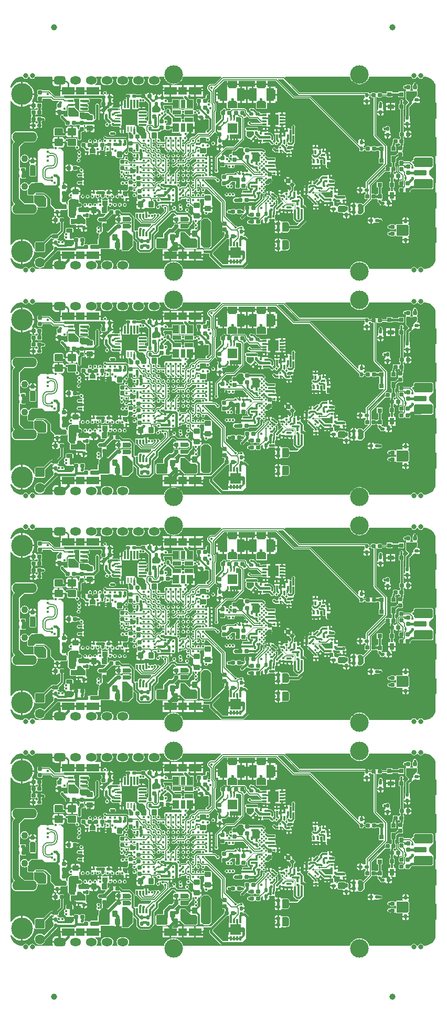
<source format=gbl>
G04 Layer_Physical_Order=8*
G04 Layer_Color=16711680*
%FSLAX44Y44*%
%MOMM*%
G71*
G01*
G75*
%ADD10C,1.0000*%
%ADD11C,0.3090*%
%ADD12C,0.2000*%
%ADD13C,0.3000*%
G04:AMPARAMS|DCode=19|XSize=0.6mm|YSize=0.6mm|CornerRadius=0.06mm|HoleSize=0mm|Usage=FLASHONLY|Rotation=180.000|XOffset=0mm|YOffset=0mm|HoleType=Round|Shape=RoundedRectangle|*
%AMROUNDEDRECTD19*
21,1,0.6000,0.4800,0,0,180.0*
21,1,0.4800,0.6000,0,0,180.0*
1,1,0.1200,-0.2400,0.2400*
1,1,0.1200,0.2400,0.2400*
1,1,0.1200,0.2400,-0.2400*
1,1,0.1200,-0.2400,-0.2400*
%
%ADD19ROUNDEDRECTD19*%
%ADD20R,4.0000X2.0000*%
G04:AMPARAMS|DCode=22|XSize=0.5mm|YSize=0.6mm|CornerRadius=0.05mm|HoleSize=0mm|Usage=FLASHONLY|Rotation=0.000|XOffset=0mm|YOffset=0mm|HoleType=Round|Shape=RoundedRectangle|*
%AMROUNDEDRECTD22*
21,1,0.5000,0.5000,0,0,0.0*
21,1,0.4000,0.6000,0,0,0.0*
1,1,0.1000,0.2000,-0.2500*
1,1,0.1000,-0.2000,-0.2500*
1,1,0.1000,-0.2000,0.2500*
1,1,0.1000,0.2000,0.2500*
%
%ADD22ROUNDEDRECTD22*%
G04:AMPARAMS|DCode=23|XSize=0.6mm|YSize=0.6mm|CornerRadius=0.06mm|HoleSize=0mm|Usage=FLASHONLY|Rotation=270.000|XOffset=0mm|YOffset=0mm|HoleType=Round|Shape=RoundedRectangle|*
%AMROUNDEDRECTD23*
21,1,0.6000,0.4800,0,0,270.0*
21,1,0.4800,0.6000,0,0,270.0*
1,1,0.1200,-0.2400,-0.2400*
1,1,0.1200,-0.2400,0.2400*
1,1,0.1200,0.2400,0.2400*
1,1,0.1200,0.2400,-0.2400*
%
%ADD23ROUNDEDRECTD23*%
G04:AMPARAMS|DCode=24|XSize=1mm|YSize=0.9mm|CornerRadius=0.1125mm|HoleSize=0mm|Usage=FLASHONLY|Rotation=180.000|XOffset=0mm|YOffset=0mm|HoleType=Round|Shape=RoundedRectangle|*
%AMROUNDEDRECTD24*
21,1,1.0000,0.6750,0,0,180.0*
21,1,0.7750,0.9000,0,0,180.0*
1,1,0.2250,-0.3875,0.3375*
1,1,0.2250,0.3875,0.3375*
1,1,0.2250,0.3875,-0.3375*
1,1,0.2250,-0.3875,-0.3375*
%
%ADD24ROUNDEDRECTD24*%
G04:AMPARAMS|DCode=25|XSize=0.5mm|YSize=0.6mm|CornerRadius=0.05mm|HoleSize=0mm|Usage=FLASHONLY|Rotation=90.000|XOffset=0mm|YOffset=0mm|HoleType=Round|Shape=RoundedRectangle|*
%AMROUNDEDRECTD25*
21,1,0.5000,0.5000,0,0,90.0*
21,1,0.4000,0.6000,0,0,90.0*
1,1,0.1000,0.2500,0.2000*
1,1,0.1000,0.2500,-0.2000*
1,1,0.1000,-0.2500,-0.2000*
1,1,0.1000,-0.2500,0.2000*
%
%ADD25ROUNDEDRECTD25*%
%ADD27C,0.5000*%
%ADD35R,0.3500X0.3000*%
%ADD40R,0.3000X0.3500*%
%ADD41R,1.4000X1.3000*%
%ADD42R,2.0000X1.3000*%
G04:AMPARAMS|DCode=43|XSize=1.3mm|YSize=0.8mm|CornerRadius=0.1mm|HoleSize=0mm|Usage=FLASHONLY|Rotation=270.000|XOffset=0mm|YOffset=0mm|HoleType=Round|Shape=RoundedRectangle|*
%AMROUNDEDRECTD43*
21,1,1.3000,0.6000,0,0,270.0*
21,1,1.1000,0.8000,0,0,270.0*
1,1,0.2000,-0.3000,-0.5500*
1,1,0.2000,-0.3000,0.5500*
1,1,0.2000,0.3000,0.5500*
1,1,0.2000,0.3000,-0.5500*
%
%ADD43ROUNDEDRECTD43*%
%ADD51C,0.3500*%
%ADD52C,0.1500*%
%ADD53C,1.0000*%
%ADD54C,0.5000*%
%ADD55C,0.4000*%
%ADD56C,0.6000*%
%ADD57C,0.1000*%
%ADD58C,0.1100*%
%ADD59C,0.2500*%
%ADD60C,0.4500*%
%ADD62C,0.3500*%
%ADD66C,1.1000*%
%ADD67O,4.0000X1.6000*%
%ADD68C,3.0000*%
%ADD69C,3.5000*%
%ADD70O,1.8000X1.3000*%
G04:AMPARAMS|DCode=71|XSize=1.8mm|YSize=1.3mm|CornerRadius=0.325mm|HoleSize=0mm|Usage=FLASHONLY|Rotation=0.000|XOffset=0mm|YOffset=0mm|HoleType=Round|Shape=RoundedRectangle|*
%AMROUNDEDRECTD71*
21,1,1.8000,0.6500,0,0,0.0*
21,1,1.1500,1.3000,0,0,0.0*
1,1,0.6500,0.5750,-0.3250*
1,1,0.6500,-0.5750,-0.3250*
1,1,0.6500,-0.5750,0.3250*
1,1,0.6500,0.5750,0.3250*
%
%ADD71ROUNDEDRECTD71*%
G04:AMPARAMS|DCode=72|XSize=1.524mm|YSize=1.524mm|CornerRadius=0.1905mm|HoleSize=0mm|Usage=FLASHONLY|Rotation=0.000|XOffset=0mm|YOffset=0mm|HoleType=Round|Shape=RoundedRectangle|*
%AMROUNDEDRECTD72*
21,1,1.5240,1.1430,0,0,0.0*
21,1,1.1430,1.5240,0,0,0.0*
1,1,0.3810,0.5715,-0.5715*
1,1,0.3810,-0.5715,-0.5715*
1,1,0.3810,-0.5715,0.5715*
1,1,0.3810,0.5715,0.5715*
%
%ADD72ROUNDEDRECTD72*%
%ADD73C,1.6000*%
%ADD74C,0.8000*%
%ADD75C,0.4000*%
%ADD79C,0.8000*%
%ADD80R,1.5500X1.0000*%
%ADD81R,1.2000X1.6000*%
%ADD82R,1.2000X1.2000*%
%ADD83R,1.2000X2.1500*%
%ADD84R,1.8000X0.3000*%
%ADD85R,0.3000X0.8000*%
%ADD86R,1.0000X0.7000*%
%ADD87R,0.7000X0.7000*%
%ADD88R,0.7000X0.7000*%
%ADD89R,0.7000X1.0000*%
G04:AMPARAMS|DCode=90|XSize=0.6mm|YSize=1mm|CornerRadius=0.075mm|HoleSize=0mm|Usage=FLASHONLY|Rotation=270.000|XOffset=0mm|YOffset=0mm|HoleType=Round|Shape=RoundedRectangle|*
%AMROUNDEDRECTD90*
21,1,0.6000,0.8500,0,0,270.0*
21,1,0.4500,1.0000,0,0,270.0*
1,1,0.1500,-0.4250,-0.2250*
1,1,0.1500,-0.4250,0.2250*
1,1,0.1500,0.4250,0.2250*
1,1,0.1500,0.4250,-0.2250*
%
%ADD90ROUNDEDRECTD90*%
%ADD91R,0.8500X0.4000*%
%ADD92R,1.6000X1.6000*%
%ADD93R,0.2500X0.6250*%
G04:AMPARAMS|DCode=94|XSize=1.3mm|YSize=0.8mm|CornerRadius=0.1mm|HoleSize=0mm|Usage=FLASHONLY|Rotation=180.000|XOffset=0mm|YOffset=0mm|HoleType=Round|Shape=RoundedRectangle|*
%AMROUNDEDRECTD94*
21,1,1.3000,0.6000,0,0,180.0*
21,1,1.1000,0.8000,0,0,180.0*
1,1,0.2000,-0.5500,0.3000*
1,1,0.2000,0.5500,0.3000*
1,1,0.2000,0.5500,-0.3000*
1,1,0.2000,-0.5500,-0.3000*
%
%ADD94ROUNDEDRECTD94*%
G04:AMPARAMS|DCode=95|XSize=1.4mm|YSize=1.2mm|CornerRadius=0.15mm|HoleSize=0mm|Usage=FLASHONLY|Rotation=0.000|XOffset=0mm|YOffset=0mm|HoleType=Round|Shape=RoundedRectangle|*
%AMROUNDEDRECTD95*
21,1,1.4000,0.9000,0,0,0.0*
21,1,1.1000,1.2000,0,0,0.0*
1,1,0.3000,0.5500,-0.4500*
1,1,0.3000,-0.5500,-0.4500*
1,1,0.3000,-0.5500,0.4500*
1,1,0.3000,0.5500,0.4500*
%
%ADD95ROUNDEDRECTD95*%
%ADD96R,2.6000X2.6000*%
%ADD97O,0.2500X0.9000*%
%ADD98O,0.9000X0.2500*%
G04:AMPARAMS|DCode=99|XSize=1mm|YSize=0.9mm|CornerRadius=0.1125mm|HoleSize=0mm|Usage=FLASHONLY|Rotation=270.000|XOffset=0mm|YOffset=0mm|HoleType=Round|Shape=RoundedRectangle|*
%AMROUNDEDRECTD99*
21,1,1.0000,0.6750,0,0,270.0*
21,1,0.7750,0.9000,0,0,270.0*
1,1,0.2250,-0.3375,-0.3875*
1,1,0.2250,-0.3375,0.3875*
1,1,0.2250,0.3375,0.3875*
1,1,0.2250,0.3375,-0.3875*
%
%ADD99ROUNDEDRECTD99*%
G04:AMPARAMS|DCode=100|XSize=0.9mm|YSize=2mm|CornerRadius=0.1125mm|HoleSize=0mm|Usage=FLASHONLY|Rotation=270.000|XOffset=0mm|YOffset=0mm|HoleType=Round|Shape=RoundedRectangle|*
%AMROUNDEDRECTD100*
21,1,0.9000,1.7750,0,0,270.0*
21,1,0.6750,2.0000,0,0,270.0*
1,1,0.2250,-0.8875,-0.3375*
1,1,0.2250,-0.8875,0.3375*
1,1,0.2250,0.8875,0.3375*
1,1,0.2250,0.8875,-0.3375*
%
%ADD100ROUNDEDRECTD100*%
G04:AMPARAMS|DCode=101|XSize=1.5mm|YSize=3mm|CornerRadius=0.1875mm|HoleSize=0mm|Usage=FLASHONLY|Rotation=270.000|XOffset=0mm|YOffset=0mm|HoleType=Round|Shape=RoundedRectangle|*
%AMROUNDEDRECTD101*
21,1,1.5000,2.6250,0,0,270.0*
21,1,1.1250,3.0000,0,0,270.0*
1,1,0.3750,-1.3125,-0.5625*
1,1,0.3750,-1.3125,0.5625*
1,1,0.3750,1.3125,0.5625*
1,1,0.3750,1.3125,-0.5625*
%
%ADD101ROUNDEDRECTD101*%
G04:AMPARAMS|DCode=102|XSize=0.3mm|YSize=0.35mm|CornerRadius=0mm|HoleSize=0mm|Usage=FLASHONLY|Rotation=135.000|XOffset=0mm|YOffset=0mm|HoleType=Round|Shape=Rectangle|*
%AMROTATEDRECTD102*
4,1,4,0.2298,0.0177,-0.0177,-0.2298,-0.2298,-0.0177,0.0177,0.2298,0.2298,0.0177,0.0*
%
%ADD102ROTATEDRECTD102*%

G04:AMPARAMS|DCode=103|XSize=0.6mm|YSize=0.6mm|CornerRadius=0.06mm|HoleSize=0mm|Usage=FLASHONLY|Rotation=45.000|XOffset=0mm|YOffset=0mm|HoleType=Round|Shape=RoundedRectangle|*
%AMROUNDEDRECTD103*
21,1,0.6000,0.4800,0,0,45.0*
21,1,0.4800,0.6000,0,0,45.0*
1,1,0.1200,0.3394,0.0000*
1,1,0.1200,0.0000,-0.3394*
1,1,0.1200,-0.3394,0.0000*
1,1,0.1200,0.0000,0.3394*
%
%ADD103ROUNDEDRECTD103*%
%ADD104R,0.7000X1.3500*%
%ADD105R,1.3500X0.7000*%
%ADD106R,1.0000X1.3500*%
%ADD107R,1.7000X1.7000*%
%ADD108R,0.6500X0.3000*%
%ADD109R,1.7000X1.7000*%
%ADD110R,0.3000X0.6500*%
%ADD111C,0.1900*%
%ADD112C,0.3400*%
%ADD113C,0.3100*%
%ADD114C,0.1700*%
%ADD115C,0.3700*%
%ADD116C,0.2200*%
%ADD117C,0.2300*%
G36*
X675239Y1402071D02*
X678508Y1400717D01*
X681449Y1398751D01*
X683951Y1396250D01*
X685917Y1393308D01*
X687271Y1390039D01*
X687961Y1386569D01*
Y1384800D01*
Y1360759D01*
X689500D01*
X689500Y1338800D01*
D01*
Y1338627D01*
Y1337350D01*
D01*
X689500Y1335635D01*
X687961D01*
X687961Y1305353D01*
X689500Y1305315D01*
X689500Y1302150D01*
X687961D01*
X687961Y1294400D01*
X689500D01*
X689500Y1274850D01*
X687961D01*
Y1258898D01*
X686961Y1258200D01*
X684608D01*
X684608Y1258200D01*
X684608Y1237700D01*
X677000Y1245308D01*
X677000Y1250600D01*
X684605Y1258205D01*
X683932Y1259200D01*
X684056Y1259825D01*
Y1271075D01*
X683833Y1272197D01*
X683198Y1273148D01*
X682247Y1273783D01*
X681125Y1274007D01*
X654875D01*
X653753Y1273783D01*
X652802Y1273148D01*
X652167Y1272197D01*
X651944Y1271075D01*
Y1268403D01*
X650732Y1268162D01*
X649657Y1267443D01*
X648939Y1266368D01*
X648826Y1265800D01*
X647740Y1265471D01*
X647419Y1265792D01*
X646757Y1266234D01*
X645977Y1266389D01*
X636281D01*
Y1266750D01*
X636157Y1267374D01*
X635804Y1267904D01*
X635274Y1268257D01*
X634650Y1268382D01*
X629850D01*
X629226Y1268257D01*
X628697Y1267904D01*
X628343Y1267374D01*
X628219Y1266750D01*
Y1261950D01*
X628343Y1261326D01*
X628487Y1261110D01*
X628115Y1260862D01*
X626238Y1258985D01*
X625852Y1258406D01*
X625716Y1257724D01*
Y1250977D01*
X625852Y1250294D01*
X626238Y1249715D01*
X626703Y1249251D01*
X626320Y1248327D01*
X625225D01*
X624000Y1248083D01*
X622961Y1247389D01*
X622267Y1246350D01*
X622242Y1246225D01*
X621214D01*
X621179Y1246279D01*
X620649Y1246632D01*
X620095Y1246743D01*
Y1247388D01*
X620072Y1247504D01*
X620507Y1249694D01*
X622525D01*
X623149Y1249818D01*
X623679Y1250172D01*
X624032Y1250701D01*
X624156Y1251325D01*
Y1256125D01*
X624032Y1256749D01*
X623679Y1257279D01*
X623149Y1257632D01*
X622720Y1257718D01*
Y1263850D01*
X624500D01*
Y1270680D01*
X627839Y1274019D01*
X627856Y1274045D01*
X627995Y1274138D01*
X628101Y1274068D01*
X628725Y1273944D01*
X633525D01*
X634149Y1274068D01*
X634678Y1274422D01*
X635032Y1274951D01*
X635156Y1275575D01*
Y1280375D01*
X635032Y1280999D01*
X634678Y1281529D01*
X634625Y1281564D01*
Y1284386D01*
X634678Y1284422D01*
X635032Y1284951D01*
X635156Y1285575D01*
Y1289162D01*
X635701Y1290476D01*
X635993Y1292700D01*
X635970D01*
Y1295115D01*
X636428Y1295422D01*
X636782Y1295951D01*
X636906Y1296575D01*
Y1301375D01*
X636782Y1302000D01*
X636428Y1302529D01*
X635970Y1302835D01*
Y1306132D01*
X636274Y1306193D01*
X636804Y1306547D01*
X636839Y1306600D01*
X637867D01*
X637892Y1306475D01*
X638586Y1305436D01*
X639625Y1304742D01*
X640850Y1304499D01*
X641980D01*
Y1310100D01*
Y1315702D01*
X640850D01*
X639625Y1315458D01*
X638586Y1314764D01*
X637892Y1313725D01*
X637867Y1313600D01*
X636839D01*
X636804Y1313654D01*
X636274Y1314007D01*
X635845Y1314093D01*
Y1350350D01*
X637000D01*
Y1359350D01*
X635345D01*
Y1362334D01*
X635576Y1362680D01*
X635809Y1363850D01*
X635576Y1365021D01*
X634913Y1366013D01*
X633921Y1366676D01*
X632750Y1366909D01*
X631580Y1366676D01*
X630587Y1366013D01*
X629924Y1365021D01*
X629691Y1363850D01*
X629924Y1362680D01*
X630155Y1362334D01*
Y1359350D01*
X628000D01*
Y1350350D01*
X630655D01*
Y1314093D01*
X630226Y1314007D01*
X629697Y1313654D01*
X629343Y1313125D01*
X629219Y1312500D01*
Y1307700D01*
X629343Y1307076D01*
X629697Y1306547D01*
X630226Y1306193D01*
X630780Y1306083D01*
Y1303006D01*
X630475D01*
X629851Y1302882D01*
X629321Y1302529D01*
X629286Y1302475D01*
X626464D01*
X626428Y1302529D01*
X625899Y1302882D01*
X625275Y1303006D01*
X620475D01*
X619851Y1302882D01*
X619321Y1302529D01*
X618968Y1302000D01*
X618844Y1301375D01*
Y1297846D01*
X617773Y1295261D01*
X617348Y1292034D01*
X616528Y1291600D01*
X615500D01*
Y1282600D01*
X624500D01*
Y1291600D01*
X623430D01*
X623424Y1291604D01*
X622685Y1292600D01*
X622856Y1293899D01*
X623288Y1294944D01*
X625275D01*
X625899Y1295068D01*
X626428Y1295422D01*
X626464Y1295475D01*
X629286D01*
X629321Y1295422D01*
X629851Y1295068D01*
X630475Y1294944D01*
X630780D01*
Y1292700D01*
X630768D01*
X630630Y1292007D01*
X628725D01*
X628101Y1291882D01*
X627571Y1291529D01*
X627218Y1290999D01*
X627094Y1290375D01*
Y1285575D01*
X627218Y1284951D01*
X627571Y1284422D01*
X627625Y1284386D01*
Y1281564D01*
X627571Y1281529D01*
X627218Y1280999D01*
X627094Y1280375D01*
Y1279657D01*
X626189Y1279282D01*
X624144Y1277713D01*
X624169Y1277689D01*
X624169Y1277689D01*
X622330Y1275850D01*
X615500D01*
Y1263850D01*
X617530D01*
Y1257718D01*
X617101Y1257632D01*
X616571Y1257279D01*
X616536Y1257225D01*
X613714Y1257225D01*
X613679Y1257279D01*
X613149Y1257632D01*
X612525Y1257757D01*
X607725D01*
X607101Y1257632D01*
X606571Y1257279D01*
X606218Y1256749D01*
X606094Y1256125D01*
Y1254730D01*
X605875Y1253764D01*
X605095Y1253609D01*
X604433Y1253167D01*
X580808Y1229542D01*
X580366Y1228881D01*
X580289Y1228494D01*
X579289Y1228593D01*
Y1231756D01*
X608692Y1261158D01*
X608692Y1261158D01*
X609134Y1261820D01*
X609289Y1262600D01*
Y1291100D01*
X609289Y1291100D01*
X609134Y1291881D01*
X608692Y1292542D01*
X608692Y1292542D01*
X592039Y1309195D01*
Y1370100D01*
X593911D01*
X593946Y1370047D01*
X594476Y1369693D01*
X595100Y1369569D01*
X599900D01*
X600524Y1369693D01*
X601054Y1370047D01*
X601407Y1370576D01*
X601531Y1371200D01*
Y1371561D01*
X608750D01*
Y1370100D01*
X617750D01*
Y1371541D01*
X627750D01*
Y1370100D01*
X636750D01*
Y1379100D01*
X627750D01*
Y1377659D01*
X617750D01*
Y1379100D01*
X608750D01*
Y1375639D01*
X601531D01*
Y1376000D01*
X601407Y1376624D01*
X601054Y1377154D01*
X600524Y1377507D01*
X599900Y1377632D01*
X595100D01*
X594476Y1377507D01*
X593946Y1377154D01*
X593911Y1377100D01*
X591089D01*
X591054Y1377154D01*
X590524Y1377507D01*
X589900Y1377632D01*
X585100D01*
X584476Y1377507D01*
X583946Y1377154D01*
X583593Y1376624D01*
X583469Y1376000D01*
Y1375639D01*
X580374D01*
Y1376100D01*
X579898Y1377248D01*
X578750Y1377724D01*
X575296D01*
X575280Y1377734D01*
X574500Y1377889D01*
X468595D01*
X444723Y1401761D01*
X445137Y1402761D01*
X549505D01*
X550146Y1400648D01*
X551632Y1397868D01*
X553632Y1395432D01*
X556068Y1393432D01*
X558847Y1391947D01*
X561864Y1391032D01*
X565000Y1390723D01*
X568137Y1391032D01*
X571153Y1391947D01*
X573932Y1393432D01*
X576368Y1395432D01*
X578368Y1397868D01*
X579854Y1400648D01*
X580495Y1402761D01*
X648349D01*
X649395Y1401195D01*
X651049Y1400090D01*
X653000Y1399702D01*
X654951Y1400090D01*
X656605Y1401195D01*
X657651Y1402761D01*
X659099D01*
X660145Y1401195D01*
X661799Y1400090D01*
X663750Y1399702D01*
X665701Y1400090D01*
X667355Y1401195D01*
X668401Y1402761D01*
X671769Y1402761D01*
X675239Y1402071D01*
D02*
G37*
G36*
X69641Y1401761D02*
X69311Y1400100D01*
Y1398120D01*
X80964D01*
Y1395580D01*
X69311D01*
Y1393600D01*
X69760Y1391341D01*
X71040Y1389426D01*
X72955Y1388146D01*
X75214Y1387697D01*
X82210D01*
Y1381620D01*
X94750D01*
Y1379080D01*
X82210D01*
Y1372139D01*
X73345D01*
X65192Y1380292D01*
X64530Y1380734D01*
X63750Y1380889D01*
X53147D01*
X52804Y1381404D01*
X52274Y1381757D01*
X51650Y1381882D01*
X46850D01*
X46226Y1381757D01*
X45697Y1381404D01*
X45343Y1380874D01*
X45219Y1380250D01*
Y1375450D01*
X45343Y1374826D01*
X45697Y1374297D01*
X45750Y1374261D01*
Y1371440D01*
X45697Y1371404D01*
X45343Y1370874D01*
X45219Y1370250D01*
Y1365450D01*
X45343Y1364826D01*
X45697Y1364297D01*
X46226Y1363943D01*
X46850Y1363819D01*
X51650D01*
X52274Y1363943D01*
X52804Y1364297D01*
X53157Y1364826D01*
X53281Y1365450D01*
Y1367811D01*
X66905D01*
X69808Y1364908D01*
X69808Y1364908D01*
X70470Y1364466D01*
X71250Y1364311D01*
X71250Y1364311D01*
X79471D01*
X79885Y1363311D01*
X77087Y1360513D01*
X76968Y1360335D01*
X76697Y1360154D01*
X76343Y1359624D01*
X76219Y1359000D01*
Y1358488D01*
X76191Y1358350D01*
X76191Y1358350D01*
Y1356600D01*
X76219Y1356462D01*
Y1354200D01*
X76343Y1353576D01*
X76697Y1353047D01*
X76750Y1353011D01*
Y1351983D01*
X76625Y1351958D01*
X75586Y1351264D01*
X74892Y1350225D01*
X74649Y1349000D01*
Y1347870D01*
X80250D01*
Y1346600D01*
X81520D01*
Y1340999D01*
X81742D01*
X81770Y1340946D01*
Y1348100D01*
X94000D01*
Y1338850D01*
X89250D01*
X88000Y1340100D01*
Y1341350D01*
X87250Y1342100D01*
X84250Y1342100D01*
X82232Y1340082D01*
X82277Y1339999D01*
X82024Y1339621D01*
X81791Y1338450D01*
Y1338000D01*
X81791Y1338000D01*
X82024Y1336830D01*
X82687Y1335837D01*
X90219Y1328306D01*
Y1326200D01*
X90343Y1325576D01*
X90696Y1325047D01*
X91226Y1324693D01*
X91850Y1324569D01*
X96650D01*
X97274Y1324693D01*
X97804Y1325047D01*
X97839Y1325100D01*
X100661D01*
X100696Y1325047D01*
X101226Y1324693D01*
X101850Y1324569D01*
X106650D01*
X107274Y1324693D01*
X107803Y1325047D01*
X108134Y1325541D01*
X113116D01*
X113447Y1325047D01*
X113500Y1325011D01*
Y1322189D01*
X113447Y1322154D01*
X113093Y1321624D01*
X112969Y1321000D01*
Y1318893D01*
X111793Y1317718D01*
X110869Y1318100D01*
Y1318600D01*
X110556Y1320177D01*
X109663Y1321513D01*
X108327Y1322406D01*
X106750Y1322719D01*
X102520D01*
Y1314100D01*
Y1305481D01*
X106750D01*
X108327Y1305795D01*
X108941Y1306205D01*
X109941Y1305671D01*
Y1303600D01*
X110174Y1302430D01*
X110837Y1301437D01*
X111830Y1300774D01*
X113000Y1300541D01*
X114171Y1300774D01*
X115163Y1301437D01*
X115826Y1302430D01*
X116059Y1303600D01*
Y1313332D01*
X117296Y1314569D01*
X119400D01*
X120024Y1314693D01*
X120554Y1315047D01*
X120907Y1315576D01*
X121031Y1316200D01*
Y1321000D01*
X120907Y1321624D01*
X120554Y1322154D01*
X120500Y1322189D01*
Y1325011D01*
X120554Y1325047D01*
X120884Y1325541D01*
X121987D01*
X122600Y1324541D01*
X122388Y1323475D01*
Y1321370D01*
X137612D01*
Y1323475D01*
X137327Y1324905D01*
X137116Y1325222D01*
X137311Y1326202D01*
X137663Y1326437D01*
X143913Y1332688D01*
X143913Y1332688D01*
X144576Y1333680D01*
X144809Y1334851D01*
X144809Y1334851D01*
Y1356746D01*
X144576Y1357916D01*
X143913Y1358909D01*
X142921Y1359572D01*
X141750Y1359805D01*
X140580Y1359572D01*
X139588Y1358909D01*
X138925Y1357916D01*
X138692Y1356746D01*
Y1336118D01*
X137042Y1334468D01*
X136042Y1334882D01*
Y1340475D01*
X135877Y1341304D01*
X135407Y1342007D01*
X134704Y1342477D01*
X133875Y1342642D01*
X131668D01*
X129105Y1345205D01*
X127451Y1346310D01*
X125500Y1346698D01*
X117750D01*
X117672Y1346683D01*
X114000D01*
X113235Y1346366D01*
X112515Y1346866D01*
X106040Y1353341D01*
Y1356330D01*
X99250D01*
Y1358870D01*
X106040D01*
Y1362140D01*
X104500D01*
Y1367100D01*
X105214Y1367791D01*
X112286D01*
X113000Y1367100D01*
X113000Y1366791D01*
X113000Y1360850D01*
X113000Y1360100D01*
Y1354600D01*
X113000D01*
Y1354100D01*
X113000D01*
Y1348100D01*
X117955D01*
X118250Y1348041D01*
X124750D01*
X125921Y1348274D01*
X126913Y1348937D01*
X127576Y1349930D01*
X127809Y1351100D01*
X127576Y1352271D01*
X126913Y1353263D01*
X126783Y1353350D01*
Y1354350D01*
X126913Y1354437D01*
X127576Y1355430D01*
X127809Y1356600D01*
X127576Y1357771D01*
X126913Y1358763D01*
X126913Y1358763D01*
X125913Y1359763D01*
X125496Y1360041D01*
X125800Y1361041D01*
X126500D01*
X127671Y1361274D01*
X128663Y1361937D01*
X129326Y1362930D01*
X129559Y1364100D01*
X129326Y1365271D01*
X128663Y1366263D01*
X127872Y1366791D01*
X128056Y1367791D01*
X147651D01*
X148102Y1366702D01*
X148691Y1366458D01*
Y1363234D01*
X148196Y1362904D01*
X147843Y1362375D01*
X147719Y1361750D01*
Y1356950D01*
X147843Y1356326D01*
X148196Y1355797D01*
X148726Y1355443D01*
X149350Y1355319D01*
X154150D01*
X154774Y1355443D01*
X155304Y1355797D01*
X155339Y1355850D01*
X156367D01*
X156392Y1355725D01*
X157086Y1354686D01*
X158125Y1353992D01*
X159350Y1353749D01*
X161306D01*
X161747Y1353011D01*
X161392Y1352474D01*
X159250D01*
X158827Y1352299D01*
X158750Y1352350D01*
Y1352350D01*
X156904D01*
X156442Y1353042D01*
X155842Y1353443D01*
X154750Y1352350D01*
X153020D01*
Y1348850D01*
Y1343127D01*
X153155Y1342932D01*
X153120Y1342751D01*
X152891Y1341600D01*
Y1335400D01*
X152891Y1335400D01*
X153124Y1334230D01*
X153787Y1333237D01*
X157404Y1329620D01*
X157042Y1328568D01*
X156329Y1328426D01*
X155337Y1327763D01*
X154674Y1326771D01*
X154441Y1325600D01*
X154674Y1324430D01*
X155337Y1323437D01*
X156329Y1322774D01*
X157500Y1322541D01*
X158671Y1322774D01*
X159663Y1323437D01*
X160326Y1324430D01*
X160559Y1325600D01*
X160443Y1326182D01*
X161250Y1327041D01*
X162421Y1327274D01*
X162842Y1327556D01*
X163742Y1326955D01*
X163692Y1326700D01*
X163924Y1325530D01*
X164587Y1324537D01*
X165580Y1323874D01*
X166069Y1323777D01*
X166198Y1323648D01*
X167025Y1323095D01*
X168000Y1322901D01*
X177037D01*
X177672Y1322128D01*
X177636Y1321950D01*
Y1319970D01*
X181500D01*
Y1318830D01*
Y1318830D01*
Y1323601D01*
X186500Y1328601D01*
Y1318700D01*
X187770D01*
Y1311839D01*
X187979Y1311880D01*
X189233Y1312718D01*
X189552Y1313196D01*
X190247Y1313334D01*
X190302Y1313326D01*
X190751Y1313190D01*
X191306Y1312175D01*
X191191Y1311600D01*
X191424Y1310430D01*
X192087Y1309437D01*
X192311Y1309214D01*
X192219Y1308750D01*
Y1303950D01*
X192240Y1303844D01*
X191318Y1303351D01*
X189519Y1305150D01*
X188808Y1305625D01*
X187969Y1305792D01*
X157312D01*
X156663Y1306763D01*
X155671Y1307426D01*
X154500Y1307659D01*
X153329Y1307426D01*
X152337Y1306763D01*
X151674Y1305771D01*
X151441Y1304600D01*
X151674Y1303430D01*
X152085Y1302814D01*
X152087Y1301739D01*
X151989Y1301467D01*
X151424Y1300621D01*
X151191Y1299450D01*
X151424Y1298280D01*
X151690Y1297881D01*
X151155Y1296882D01*
X149345D01*
X148810Y1297881D01*
X149076Y1298280D01*
X149309Y1299450D01*
X149076Y1300621D01*
X148413Y1301613D01*
X147421Y1302276D01*
X146250Y1302509D01*
X145079Y1302276D01*
X144087Y1301613D01*
X143424Y1300621D01*
X143191Y1299450D01*
X143424Y1298280D01*
X143634Y1297966D01*
X143180Y1296844D01*
X142775Y1296757D01*
X142774Y1296757D01*
X142150Y1296882D01*
X141345D01*
X140810Y1297881D01*
X141076Y1298280D01*
X141309Y1299450D01*
X141076Y1300621D01*
X140413Y1301613D01*
X139420Y1302276D01*
X138250Y1302509D01*
X137079Y1302276D01*
X136087Y1301613D01*
X135424Y1300621D01*
X135191Y1299450D01*
X135424Y1298280D01*
X135973Y1297457D01*
X136156Y1296596D01*
X135580Y1295676D01*
X134587Y1295013D01*
X134376Y1294802D01*
X133517Y1295321D01*
X133407Y1295874D01*
X133054Y1296404D01*
X132971Y1296459D01*
X132888Y1296582D01*
X132686Y1297588D01*
X132715Y1297739D01*
X133076Y1298280D01*
X133309Y1299450D01*
X133076Y1300621D01*
X132413Y1301613D01*
X131420Y1302276D01*
X130250Y1302509D01*
X129079Y1302276D01*
X128087Y1301613D01*
X127424Y1300621D01*
X127191Y1299450D01*
X127424Y1298280D01*
X127690Y1297881D01*
X127155Y1296882D01*
X127100D01*
X126476Y1296757D01*
X125947Y1296404D01*
X125911Y1296350D01*
X123089D01*
X123054Y1296404D01*
X122524Y1296757D01*
X121900Y1296882D01*
X117100D01*
X116476Y1296757D01*
X115947Y1296404D01*
X115593Y1295874D01*
X115469Y1295250D01*
Y1290450D01*
X115593Y1289826D01*
X115947Y1289297D01*
X116476Y1288943D01*
X117100Y1288819D01*
X118641D01*
X121910Y1285550D01*
Y1282620D01*
X125950D01*
Y1281350D01*
X127220D01*
Y1277060D01*
X129990D01*
Y1278461D01*
X130001Y1278468D01*
X138750D01*
X138760Y1278462D01*
Y1277060D01*
X141530D01*
Y1281350D01*
X142800D01*
Y1282620D01*
X146840D01*
Y1284354D01*
X147840Y1284658D01*
X148087Y1284288D01*
X149080Y1283625D01*
X150250Y1283392D01*
X151421Y1283625D01*
X152413Y1284288D01*
X153076Y1285280D01*
X153309Y1286450D01*
X153076Y1287621D01*
X152810Y1288020D01*
X152837Y1288985D01*
X153304Y1289297D01*
X153657Y1289826D01*
X153781Y1290450D01*
Y1295250D01*
X154379Y1295658D01*
X155151Y1294902D01*
Y1294720D01*
X160751D01*
Y1292180D01*
X155151D01*
Y1291450D01*
X155387Y1290264D01*
X155810Y1289631D01*
X156087Y1288613D01*
X155424Y1287621D01*
X155191Y1286450D01*
X155424Y1285280D01*
X155671Y1284910D01*
X155233Y1284617D01*
X154423Y1283405D01*
X154138Y1281975D01*
Y1279370D01*
X161250D01*
Y1278100D01*
X162520D01*
Y1275346D01*
X170000Y1275350D01*
X173250Y1272100D01*
X173750D01*
X173750Y1272100D01*
X174743Y1272085D01*
X174875Y1272059D01*
X181625D01*
X182454Y1272224D01*
X183157Y1272693D01*
X183627Y1273396D01*
X183792Y1274225D01*
Y1278542D01*
X184551Y1279301D01*
X185636Y1278972D01*
X185674Y1278780D01*
X186337Y1277787D01*
X187330Y1277124D01*
X188500Y1276891D01*
X189671Y1277124D01*
X190663Y1277787D01*
X191326Y1278780D01*
X191559Y1279950D01*
X191326Y1281121D01*
X190663Y1282113D01*
X189671Y1282776D01*
X189478Y1282814D01*
X189149Y1283899D01*
X190795Y1285545D01*
X191719Y1285162D01*
Y1282950D01*
X191843Y1282326D01*
X192197Y1281797D01*
X192726Y1281443D01*
X193350Y1281319D01*
X195841D01*
X198651Y1278508D01*
X199313Y1278066D01*
X199406Y1277842D01*
X198924Y1277121D01*
X198691Y1275950D01*
X198924Y1274780D01*
X199587Y1273788D01*
X200579Y1273124D01*
X201750Y1272892D01*
X202160Y1272555D01*
Y1271345D01*
X201750Y1271009D01*
X200579Y1270776D01*
X199587Y1270113D01*
X198924Y1269121D01*
X198691Y1267950D01*
X198892Y1266938D01*
X198416Y1265938D01*
X194910D01*
X191542Y1269306D01*
X190897Y1269737D01*
X191225Y1270629D01*
X191326Y1270780D01*
X191559Y1271950D01*
X191326Y1273121D01*
X190663Y1274113D01*
X189671Y1274776D01*
X188500Y1275009D01*
X187330Y1274776D01*
X186337Y1274113D01*
X185674Y1273121D01*
X185441Y1271950D01*
X185653Y1270889D01*
X185582Y1270586D01*
X185209Y1269889D01*
X182050D01*
X182015Y1269882D01*
X179350D01*
X178726Y1269757D01*
X178197Y1269404D01*
X177843Y1268874D01*
X177719Y1268250D01*
Y1263450D01*
X177843Y1262826D01*
X178197Y1262297D01*
X178250Y1262261D01*
Y1259439D01*
X178197Y1259404D01*
X177843Y1258874D01*
X177719Y1258250D01*
Y1253450D01*
X177843Y1252826D01*
X178197Y1252297D01*
X178726Y1251943D01*
X178978Y1251893D01*
X179218Y1250851D01*
X179087Y1250763D01*
X178424Y1249771D01*
X178191Y1248600D01*
X178424Y1247430D01*
X179087Y1246437D01*
X179565Y1246118D01*
X179587Y1244930D01*
X179337Y1244763D01*
X178674Y1243771D01*
X178441Y1242600D01*
X178674Y1241430D01*
X179337Y1240437D01*
X180329Y1239774D01*
X181500Y1239541D01*
X182671Y1239774D01*
X183663Y1240437D01*
X184326Y1241430D01*
X184559Y1242600D01*
X184326Y1243771D01*
X183663Y1244763D01*
X183185Y1245082D01*
X183163Y1246270D01*
X183413Y1246437D01*
X184076Y1247430D01*
X184309Y1248600D01*
X184164Y1249326D01*
X184956Y1250117D01*
X185436Y1249957D01*
X185555Y1249703D01*
X185674Y1249121D01*
X185441Y1247950D01*
X185674Y1246780D01*
X186337Y1245787D01*
X187330Y1245124D01*
X188500Y1244892D01*
X189671Y1245124D01*
X190663Y1245787D01*
X191326Y1246780D01*
X191559Y1247950D01*
X191348Y1249012D01*
X191419Y1249315D01*
X191792Y1250012D01*
X193418D01*
X193418Y1247897D01*
X192710Y1247190D01*
X192460D01*
Y1244420D01*
X196750D01*
Y1243150D01*
X198020D01*
Y1239110D01*
X199279D01*
X199587Y1238113D01*
X198924Y1237121D01*
X198904Y1237018D01*
X198274Y1236757D01*
X197650Y1236881D01*
X192850D01*
X192226Y1236757D01*
X191696Y1236404D01*
X191343Y1235874D01*
X191219Y1235250D01*
Y1234944D01*
X190219Y1234410D01*
X189671Y1234776D01*
X188500Y1235009D01*
X187330Y1234776D01*
X186337Y1234113D01*
X186110Y1233772D01*
X184913Y1233763D01*
X183921Y1234426D01*
X182750Y1234659D01*
X181579Y1234426D01*
X180587Y1233763D01*
X179924Y1232771D01*
X179691Y1231600D01*
X179924Y1230430D01*
X180587Y1229437D01*
X181579Y1228774D01*
X182750Y1228541D01*
X183921Y1228774D01*
X184913Y1229437D01*
X185141Y1229778D01*
X186337Y1229787D01*
X187330Y1229124D01*
X188500Y1228891D01*
X189671Y1229124D01*
X190383Y1229600D01*
X190503Y1229628D01*
X191373Y1229510D01*
X191617Y1229415D01*
X191696Y1229297D01*
X191750Y1229261D01*
Y1226440D01*
X191696Y1226404D01*
X191343Y1225874D01*
X191219Y1225250D01*
Y1221663D01*
X188988Y1219433D01*
X183750D01*
X183241Y1219773D01*
Y1220240D01*
X180471D01*
Y1215950D01*
X179200D01*
Y1214680D01*
X175161D01*
Y1213616D01*
X174387Y1212981D01*
X174250Y1213009D01*
X173080Y1212776D01*
X172087Y1212113D01*
X171424Y1211121D01*
X171192Y1209950D01*
X171424Y1208780D01*
X172087Y1207787D01*
X173080Y1207124D01*
X174250Y1206891D01*
X175421Y1207124D01*
X176413Y1207787D01*
X177076Y1208780D01*
X177309Y1209950D01*
X177168Y1210660D01*
X177754Y1211550D01*
X178746D01*
X179333Y1210660D01*
X179191Y1209950D01*
X179424Y1208780D01*
X180087Y1207787D01*
X181079Y1207124D01*
X182250Y1206891D01*
X183421Y1207124D01*
X183461Y1207151D01*
X184461Y1206616D01*
Y1202110D01*
X187481D01*
Y1206150D01*
X188750D01*
Y1207420D01*
X193041D01*
Y1210190D01*
X191582D01*
Y1214811D01*
X191763Y1215719D01*
X194863Y1218819D01*
X197650D01*
X198274Y1218943D01*
X198924Y1218780D01*
X199161Y1218425D01*
X199587Y1217787D01*
X200579Y1217124D01*
X201750Y1216891D01*
X202920Y1217124D01*
X203913Y1217787D01*
X204576Y1218780D01*
X204719Y1219498D01*
X205719Y1219399D01*
Y1216450D01*
X205843Y1215826D01*
X206196Y1215297D01*
X206250Y1215261D01*
Y1212439D01*
X206196Y1212404D01*
X205843Y1211874D01*
X205719Y1211250D01*
Y1206450D01*
X205843Y1205826D01*
X206196Y1205297D01*
X206446Y1205130D01*
X206569Y1204222D01*
X206514Y1203973D01*
X205983Y1203618D01*
X205173Y1202406D01*
X204888Y1200976D01*
Y1198371D01*
X212000D01*
Y1197101D01*
X213270D01*
Y1189489D01*
X215375D01*
X216805Y1189773D01*
X218017Y1190583D01*
X218363Y1191101D01*
X224500D01*
X224500Y1191100D01*
X225494Y1191085D01*
X225625Y1191059D01*
X232375D01*
X233204Y1191224D01*
X233907Y1191693D01*
X234377Y1192396D01*
X234542Y1193226D01*
Y1200976D01*
X234377Y1201805D01*
X233907Y1202508D01*
X233204Y1202977D01*
X232375Y1203142D01*
X231989D01*
Y1204564D01*
X236544D01*
X237283Y1204059D01*
X237503Y1203641D01*
X237675Y1202780D01*
X238337Y1201787D01*
X239330Y1201124D01*
X240500Y1200892D01*
X240960Y1200514D01*
Y1196688D01*
X239960Y1195867D01*
X239750Y1195909D01*
X238580Y1195676D01*
X237587Y1195013D01*
X236924Y1194021D01*
X236691Y1192850D01*
X236924Y1191680D01*
X237587Y1190687D01*
X238580Y1190024D01*
X239750Y1189791D01*
X240921Y1190024D01*
X241913Y1190687D01*
X242576Y1191680D01*
X242809Y1192850D01*
X242576Y1194021D01*
X242082Y1194760D01*
X242401Y1195609D01*
X242525Y1195760D01*
X243899D01*
X244441Y1195100D01*
X244674Y1193930D01*
X245337Y1192937D01*
X246329Y1192274D01*
X247500Y1192041D01*
X247753Y1192092D01*
X248334Y1191510D01*
X248458Y1191212D01*
X248675Y1190123D01*
X249338Y1189131D01*
X249716Y1188878D01*
Y1186014D01*
X243950Y1180248D01*
X242864Y1180577D01*
X242826Y1180771D01*
X242163Y1181763D01*
X241171Y1182426D01*
X240000Y1182659D01*
X238829Y1182426D01*
X237837Y1181763D01*
X236913Y1182180D01*
X236171Y1182676D01*
X235000Y1182909D01*
X233829Y1182676D01*
X232837Y1182013D01*
X232805Y1181965D01*
X231451Y1181739D01*
X231171Y1181926D01*
X230000Y1182159D01*
X228829Y1181926D01*
X228375Y1181623D01*
X227625Y1181342D01*
X226875Y1181623D01*
X226421Y1181926D01*
X225250Y1182159D01*
X224790Y1182536D01*
Y1185140D01*
X222020D01*
Y1178600D01*
X219480D01*
Y1185140D01*
X216710D01*
Y1183600D01*
X203250D01*
Y1173600D01*
X204898D01*
X209684Y1168814D01*
X212398Y1166100D01*
X228750D01*
Y1163850D01*
X225500Y1160600D01*
X209500Y1160600D01*
X207500Y1158600D01*
Y1156100D01*
X206750Y1155350D01*
X202500Y1155350D01*
X201799Y1156051D01*
Y1162350D01*
Y1167890D01*
Y1175600D01*
X201605Y1176576D01*
X201052Y1177403D01*
X195552Y1182903D01*
X194725Y1183455D01*
X193750Y1183649D01*
X182306D01*
X179302Y1186653D01*
X178531Y1187168D01*
Y1187250D01*
X178407Y1187875D01*
X178053Y1188404D01*
X177524Y1188757D01*
X176900Y1188882D01*
X172100D01*
X171476Y1188757D01*
X170947Y1188404D01*
X170911Y1188350D01*
X168089D01*
X168054Y1188404D01*
X167524Y1188757D01*
X166900Y1188882D01*
X164736D01*
X164500Y1188929D01*
X164264Y1188882D01*
X162100D01*
X161476Y1188757D01*
X160947Y1188404D01*
X160593Y1187875D01*
X160469Y1187250D01*
Y1186587D01*
X159466Y1185583D01*
X158542Y1185966D01*
Y1192225D01*
X158377Y1193054D01*
X158329Y1193126D01*
Y1194304D01*
X158740Y1194623D01*
X160008Y1194407D01*
X160087Y1194287D01*
X161080Y1193624D01*
X162250Y1193392D01*
X163421Y1193624D01*
X164413Y1194287D01*
X165076Y1195280D01*
X165309Y1196450D01*
X165545Y1196738D01*
X165909Y1196995D01*
X166462Y1197155D01*
X166494Y1197153D01*
X167058Y1196618D01*
X167164Y1196485D01*
X167200Y1196408D01*
X167191Y1196450D01*
X167191Y1196450D01*
X167191Y1196450D01*
X167240Y1196206D01*
X167424Y1195280D01*
X168087Y1194287D01*
X169079Y1193624D01*
X170250Y1193392D01*
X171420Y1193624D01*
X172413Y1194287D01*
X173076Y1195280D01*
X173309Y1196450D01*
X173076Y1197621D01*
X172413Y1198613D01*
X171420Y1199276D01*
X170250Y1199509D01*
X169079Y1199276D01*
X168087Y1198613D01*
X167441Y1197646D01*
X167330Y1197577D01*
X166341Y1198140D01*
Y1200180D01*
X162301D01*
Y1201450D01*
X161031D01*
Y1205740D01*
X158260D01*
Y1204433D01*
X150948D01*
X150240Y1205140D01*
X150240Y1205664D01*
X150501Y1206632D01*
X150927Y1206717D01*
X151866Y1206903D01*
X153024Y1207677D01*
X153797Y1208835D01*
X154069Y1210200D01*
Y1212700D01*
X155347D01*
X155809Y1212009D01*
X155953Y1211912D01*
X155424Y1211121D01*
X155191Y1209950D01*
X155424Y1208780D01*
X156087Y1207787D01*
X157079Y1207124D01*
X158250Y1206891D01*
X159420Y1207124D01*
X160413Y1207787D01*
X161076Y1208780D01*
X161309Y1209950D01*
X162073Y1210734D01*
X162530Y1210746D01*
X163192Y1209950D01*
X163424Y1208780D01*
X164087Y1207787D01*
X165080Y1207124D01*
X166250Y1206891D01*
X167421Y1207124D01*
X168413Y1207787D01*
X169076Y1208780D01*
X169309Y1209950D01*
X169076Y1211121D01*
X168413Y1212113D01*
X167421Y1212776D01*
X166250Y1213009D01*
X166058Y1213989D01*
X166100Y1214200D01*
Y1214930D01*
X160501D01*
Y1216200D01*
X159230D01*
Y1221064D01*
X156816D01*
X156814Y1221064D01*
X155809Y1220392D01*
X155347Y1219700D01*
X153500D01*
Y1219700D01*
X153423Y1219649D01*
X153000Y1219824D01*
X148000D01*
X147868Y1219769D01*
X142250D01*
X141241Y1219568D01*
X140240Y1220178D01*
Y1220490D01*
X137471D01*
Y1216200D01*
X136201D01*
Y1214930D01*
X132161D01*
Y1212162D01*
X132087Y1212113D01*
X131424Y1211121D01*
X131191Y1209950D01*
X131424Y1208780D01*
X132087Y1207787D01*
X133079Y1207124D01*
X134250Y1206891D01*
X135421Y1207124D01*
X136413Y1207787D01*
X137076Y1208780D01*
X137309Y1209950D01*
X137118Y1210910D01*
X137659Y1211910D01*
X138841D01*
X139382Y1210910D01*
X139192Y1209950D01*
X139424Y1208780D01*
X140087Y1207787D01*
X141080Y1207124D01*
X142250Y1206891D01*
X143421Y1207124D01*
X144413Y1207787D01*
X145076Y1208780D01*
X145309Y1209950D01*
X145076Y1211121D01*
X144735Y1211632D01*
X145269Y1212632D01*
X146932D01*
Y1210200D01*
X147204Y1208835D01*
X147977Y1207677D01*
X149135Y1206903D01*
X149955Y1206740D01*
X149856Y1205740D01*
X149299Y1205740D01*
X149299Y1205740D01*
X149272Y1205740D01*
X147471D01*
Y1201450D01*
X146201D01*
Y1200180D01*
X142161D01*
Y1197296D01*
X141160Y1197197D01*
X141076Y1197621D01*
X140413Y1198613D01*
X139421Y1199276D01*
X138250Y1199509D01*
X137080Y1199276D01*
X136087Y1198613D01*
X135424Y1197621D01*
X135191Y1196450D01*
X134791Y1195962D01*
X133710D01*
X133309Y1196450D01*
X133076Y1197621D01*
X132413Y1198613D01*
X131421Y1199276D01*
X130250Y1199509D01*
X129080Y1199276D01*
X128087Y1198613D01*
X127424Y1197621D01*
X127191Y1196450D01*
X127260Y1196104D01*
X126602Y1195291D01*
X125896Y1195314D01*
X125248Y1196144D01*
X125309Y1196450D01*
X125076Y1197621D01*
X124413Y1198613D01*
X123420Y1199276D01*
X122250Y1199509D01*
X121079Y1199276D01*
X120087Y1198613D01*
X119424Y1197621D01*
X119191Y1196450D01*
X119424Y1195280D01*
X120087Y1194287D01*
X120087D01*
X121774Y1192600D01*
X127000D01*
X128500Y1191100D01*
X128750D01*
Y1184600D01*
X128500Y1184350D01*
X112750D01*
X111750Y1185350D01*
Y1192350D01*
X115622Y1192350D01*
X117559Y1194287D01*
X117276Y1194873D01*
X117278Y1194938D01*
X117578Y1196450D01*
X117268Y1198011D01*
X116384Y1199334D01*
X115061Y1200218D01*
X113500Y1200529D01*
X112792D01*
Y1204325D01*
X112766Y1204457D01*
X112751Y1205450D01*
X112751Y1205450D01*
X112751Y1205450D01*
Y1211587D01*
X113268Y1211933D01*
X114078Y1213145D01*
X114362Y1214575D01*
Y1216680D01*
X106750D01*
X99139D01*
Y1215328D01*
X98750Y1215009D01*
X97580Y1214776D01*
X96587Y1214113D01*
X95924Y1213121D01*
X95691Y1211950D01*
X95924Y1210779D01*
X96587Y1209787D01*
X97580Y1209124D01*
X98750Y1208891D01*
X99750Y1209090D01*
X100751Y1208567D01*
Y1206533D01*
X98600D01*
X98600Y1206533D01*
X97835Y1206216D01*
X97835Y1206216D01*
X94735Y1203115D01*
X94417Y1202350D01*
X94418Y1197020D01*
X93875Y1196777D01*
X93418Y1196713D01*
X92015Y1198116D01*
X91250Y1198433D01*
Y1200761D01*
X91304Y1200797D01*
X91657Y1201326D01*
X91782Y1201950D01*
Y1204114D01*
X91828Y1204350D01*
Y1215350D01*
X91782Y1215587D01*
Y1217750D01*
X91657Y1218375D01*
X91304Y1218904D01*
X91250Y1218940D01*
Y1219968D01*
X91375Y1219993D01*
X92414Y1220686D01*
X93108Y1221725D01*
X93352Y1222950D01*
Y1224080D01*
X87750D01*
Y1225350D01*
X86480D01*
Y1230952D01*
X86266D01*
X85852Y1231952D01*
X87500Y1233600D01*
X87500Y1282850D01*
X83000Y1287350D01*
X79112D01*
X78973Y1287628D01*
X79514Y1288481D01*
X84750D01*
X86327Y1288795D01*
X87663Y1289688D01*
X88556Y1291024D01*
X88869Y1292600D01*
Y1295830D01*
X69631D01*
Y1292600D01*
X69945Y1291024D01*
X70838Y1289688D01*
X72134Y1288821D01*
X71941Y1287850D01*
X71531Y1287350D01*
X50000Y1287350D01*
X45500Y1282850D01*
X45500Y1233350D01*
X45223Y1232683D01*
X35500Y1232682D01*
X35500Y1232682D01*
X34735Y1232365D01*
X31230Y1228861D01*
X30249Y1229056D01*
X30178Y1229228D01*
X29136Y1230586D01*
X27778Y1231628D01*
X26197Y1232283D01*
X24500Y1232506D01*
X22803Y1232283D01*
X21222Y1231628D01*
X19864Y1230586D01*
X18822Y1229228D01*
X18167Y1227647D01*
X17944Y1225950D01*
X18167Y1224253D01*
X18822Y1222672D01*
X19864Y1221314D01*
X21222Y1220273D01*
X22803Y1219617D01*
X24500Y1219394D01*
X26197Y1219617D01*
X27778Y1220273D01*
X28021Y1220459D01*
X28918Y1220016D01*
Y1213850D01*
X29235Y1213085D01*
X29235Y1213085D01*
X30485Y1211835D01*
X31250Y1211518D01*
X38250D01*
X39168Y1210816D01*
X39168Y1200350D01*
X39168Y1200350D01*
X39485Y1199585D01*
X39061Y1198751D01*
X38998Y1198657D01*
X38849Y1198718D01*
X36500Y1199028D01*
X24074D01*
X16618Y1206484D01*
Y1239305D01*
X18936D01*
X18971Y1239252D01*
X19501Y1238898D01*
X20125Y1238774D01*
X22289D01*
X22525Y1238727D01*
X22761Y1238774D01*
X24925D01*
X25549Y1238898D01*
X26079Y1239252D01*
X26432Y1239781D01*
X26556Y1240405D01*
Y1242569D01*
X26603Y1242805D01*
Y1250850D01*
X26576Y1250986D01*
X26624Y1251100D01*
Y1255100D01*
X26148Y1256248D01*
X25000Y1256724D01*
X20000D01*
X19577Y1256549D01*
X19500Y1256600D01*
Y1256600D01*
X16618D01*
Y1289416D01*
X24074Y1296873D01*
X36500D01*
X38849Y1297182D01*
X41039Y1298089D01*
X42919Y1299531D01*
X44362Y1301411D01*
X45268Y1303601D01*
X45578Y1305950D01*
X45268Y1308300D01*
X44362Y1310489D01*
X42919Y1312369D01*
X41039Y1313812D01*
X38849Y1314718D01*
X36500Y1315028D01*
X12500D01*
X10151Y1314718D01*
X7961Y1313812D01*
X6081Y1312369D01*
X4638Y1310489D01*
X3732Y1308300D01*
X3422Y1305950D01*
X3732Y1303601D01*
X4638Y1301411D01*
X6081Y1299531D01*
X7176Y1298692D01*
X7263Y1297364D01*
X6174Y1296276D01*
X4848Y1294291D01*
X4383Y1291950D01*
Y1203950D01*
X4848Y1201609D01*
X6174Y1199624D01*
X7263Y1198536D01*
X7176Y1197209D01*
X6081Y1196369D01*
X4638Y1194489D01*
X3732Y1192300D01*
X3422Y1189950D01*
X3732Y1187601D01*
X4638Y1185411D01*
X6081Y1183531D01*
X7961Y1182089D01*
X10151Y1181182D01*
X12500Y1180873D01*
X36500D01*
X38849Y1181182D01*
X41039Y1182089D01*
X42919Y1183531D01*
X44362Y1185411D01*
X45268Y1187601D01*
X45578Y1189950D01*
X45268Y1192300D01*
X45207Y1192449D01*
X46054Y1193015D01*
X46735Y1192335D01*
X47500Y1192018D01*
X58250D01*
X59015Y1192335D01*
X59015Y1192335D01*
X60515Y1193835D01*
X60832Y1194600D01*
Y1206850D01*
X60833Y1206850D01*
X60515Y1207616D01*
X60515Y1207616D01*
X55765Y1212365D01*
X55765Y1212365D01*
X55000Y1212682D01*
X54250D01*
Y1214768D01*
X55802D01*
X56735Y1213835D01*
X57500Y1213518D01*
X59052Y1213518D01*
X66168Y1206402D01*
X66168Y1196600D01*
X66485Y1195835D01*
X73078Y1189242D01*
X73058Y1189042D01*
X72386Y1188036D01*
X72150Y1186850D01*
Y1185620D01*
X77250D01*
X82349D01*
Y1186850D01*
X82266Y1187268D01*
X83070Y1188268D01*
X91250D01*
X92015Y1188585D01*
X92015Y1188585D01*
X93418Y1189987D01*
X93875Y1189924D01*
X94418Y1189680D01*
X94418Y1178850D01*
X94735Y1178084D01*
X94735Y1178084D01*
X98021Y1174798D01*
X97985Y1174615D01*
X97668Y1173850D01*
Y1166100D01*
X97668Y1166100D01*
X97985Y1165335D01*
X97985Y1165335D01*
X98485Y1164835D01*
X98485Y1164835D01*
X98987Y1164627D01*
X99250Y1164518D01*
X107210Y1164518D01*
Y1162820D01*
X111500D01*
Y1161550D01*
X112770D01*
Y1157510D01*
X115150D01*
Y1156350D01*
X115386Y1155164D01*
X116058Y1154158D01*
X117064Y1153486D01*
X118250Y1153251D01*
X118980D01*
Y1158850D01*
X120250D01*
Y1160120D01*
X125350D01*
Y1161350D01*
X125114Y1162536D01*
X124442Y1163542D01*
X123750Y1164004D01*
Y1165850D01*
X123750Y1165850D01*
X123832Y1166100D01*
X123832Y1166183D01*
X123874Y1166350D01*
X123874Y1166799D01*
Y1171350D01*
X123832Y1171450D01*
Y1173163D01*
X123814Y1173206D01*
X123829Y1173250D01*
X123658Y1173583D01*
X123515Y1173928D01*
X123472Y1173946D01*
X123451Y1173987D01*
X123169Y1174227D01*
X123537Y1175227D01*
X127000D01*
X128148Y1175702D01*
X128624Y1176850D01*
Y1181850D01*
X128715Y1181930D01*
X129983Y1181833D01*
X131195Y1181023D01*
X132625Y1180738D01*
X134730D01*
Y1188350D01*
X137270D01*
Y1180738D01*
X139375D01*
X140805Y1181023D01*
X142017Y1181833D01*
X142363Y1182350D01*
X148500D01*
X148500Y1182350D01*
X149494Y1182335D01*
X149625Y1182309D01*
X154884D01*
X155267Y1181385D01*
X151014Y1177132D01*
X150600D01*
X150336Y1177079D01*
X145881D01*
X144320Y1176769D01*
X142997Y1175884D01*
X142113Y1174561D01*
X141803Y1173001D01*
X142113Y1171440D01*
X142997Y1170117D01*
X144320Y1169233D01*
X145881Y1168922D01*
X149500D01*
Y1166690D01*
X149446Y1166654D01*
X149093Y1166124D01*
X148969Y1165500D01*
Y1163337D01*
X148922Y1163100D01*
Y1153803D01*
X147607Y1152488D01*
X146686Y1152981D01*
X146809Y1153600D01*
X146576Y1154771D01*
X145913Y1155763D01*
X145783Y1155850D01*
Y1156850D01*
X145913Y1156937D01*
X146576Y1157930D01*
X146809Y1159100D01*
X146576Y1160271D01*
X145913Y1161263D01*
X144921Y1161926D01*
X143750Y1162159D01*
X142579Y1161926D01*
X141587Y1161263D01*
X140924Y1160271D01*
X140691Y1159100D01*
X140924Y1157930D01*
X141587Y1156937D01*
X141718Y1156850D01*
Y1155850D01*
X141587Y1155763D01*
X140924Y1154771D01*
X140691Y1153600D01*
X140924Y1152430D01*
X141587Y1151437D01*
X142579Y1150774D01*
X143750Y1150541D01*
X144369Y1150665D01*
X144862Y1149743D01*
X144485Y1149365D01*
X144168Y1148600D01*
X144168Y1142850D01*
X142985Y1141667D01*
X142668Y1140901D01*
Y1133298D01*
X142552Y1133183D01*
X131000D01*
X130235Y1132866D01*
X129918Y1132100D01*
X127589D01*
X127554Y1132154D01*
X127024Y1132507D01*
X126400Y1132632D01*
X121836D01*
X121291Y1133091D01*
X120995Y1133531D01*
X121059Y1133850D01*
X121059Y1133850D01*
Y1135716D01*
X121554Y1136047D01*
X121907Y1136576D01*
X122031Y1137200D01*
Y1142000D01*
X121907Y1142624D01*
X121554Y1143154D01*
X121024Y1143507D01*
X120400Y1143632D01*
X115600D01*
X114976Y1143507D01*
X114446Y1143154D01*
X114411Y1143100D01*
X111589D01*
X111554Y1143154D01*
X111024Y1143507D01*
X110400Y1143632D01*
X105600D01*
X104976Y1143507D01*
X104446Y1143154D01*
X104093Y1142624D01*
X103969Y1142000D01*
Y1141943D01*
X103040Y1141447D01*
X102171Y1141892D01*
X101668Y1142891D01*
X101809Y1143600D01*
Y1151427D01*
X101933Y1151452D01*
X102512Y1151839D01*
X102899Y1152417D01*
X103034Y1153100D01*
Y1157600D01*
X102899Y1158283D01*
X102512Y1158862D01*
X101933Y1159249D01*
X101250Y1159385D01*
X92750D01*
X92067Y1159249D01*
X91488Y1158862D01*
X91102Y1158283D01*
X90966Y1157600D01*
Y1153100D01*
X91008Y1152887D01*
X91097Y1152414D01*
X90307Y1151806D01*
X90009Y1151747D01*
X89017Y1151084D01*
X88354Y1150091D01*
X88121Y1148921D01*
X88354Y1147750D01*
X89017Y1146758D01*
Y1146013D01*
X88354Y1145021D01*
X88121Y1143850D01*
X88354Y1142680D01*
X89017Y1141687D01*
X89457Y1141393D01*
X89810Y1140122D01*
X89651Y1139884D01*
X89396Y1138600D01*
Y1137921D01*
X90825Y1139350D01*
X103855D01*
Y1133030D01*
X100174Y1129350D01*
X89000D01*
Y1136316D01*
X88396Y1136921D01*
D01*
D01*
X88326Y1137271D01*
X87663Y1138263D01*
X86671Y1138926D01*
X85500Y1139159D01*
X84330Y1138926D01*
X83337Y1138263D01*
X83250Y1138133D01*
X82250D01*
X82163Y1138263D01*
X81171Y1138926D01*
X80000Y1139159D01*
X79368Y1139033D01*
X79364Y1139036D01*
X78692Y1140042D01*
X77686Y1140714D01*
X77173Y1140816D01*
X77271Y1141816D01*
X78250D01*
X78933Y1141952D01*
X79512Y1142338D01*
X79899Y1142917D01*
X80034Y1143600D01*
Y1146030D01*
X86302Y1152298D01*
X86855Y1153125D01*
X87049Y1154100D01*
Y1167849D01*
X87524Y1167943D01*
X88054Y1168297D01*
X88407Y1168826D01*
X88531Y1169450D01*
Y1174250D01*
X88407Y1174874D01*
X88054Y1175404D01*
X87524Y1175757D01*
X86900Y1175882D01*
X82100D01*
X81476Y1175757D01*
X80947Y1175404D01*
X80911Y1175350D01*
X79883D01*
X79858Y1175475D01*
X79164Y1176514D01*
X78125Y1177208D01*
X76900Y1177452D01*
X75770D01*
Y1171850D01*
Y1166249D01*
X76900D01*
X78125Y1166492D01*
X79164Y1167186D01*
X79858Y1168225D01*
X79883Y1168350D01*
X80911D01*
X80947Y1168297D01*
X81476Y1167943D01*
X81951Y1167849D01*
Y1155156D01*
X76680Y1149884D01*
X69750D01*
X69067Y1149749D01*
X68488Y1149362D01*
X68102Y1148783D01*
X68025Y1148399D01*
X67114D01*
X66138Y1148205D01*
X65311Y1147653D01*
X55108Y1137449D01*
X54965Y1137477D01*
X43535D01*
X42401Y1137252D01*
X41441Y1136610D01*
X40799Y1135649D01*
X40573Y1134515D01*
Y1125760D01*
X39573Y1125612D01*
X38604Y1128806D01*
X36743Y1132288D01*
X34239Y1135339D01*
X31188Y1137843D01*
X27706Y1139704D01*
X23929Y1140850D01*
X21270Y1141112D01*
Y1121100D01*
Y1101088D01*
X23929Y1101350D01*
X27706Y1102496D01*
X31188Y1104357D01*
X34239Y1106861D01*
X36743Y1109913D01*
X38604Y1113394D01*
X39750Y1117172D01*
X40137Y1121100D01*
X40132Y1121149D01*
X41103Y1121496D01*
X41441Y1120991D01*
X42401Y1120349D01*
X43535Y1120123D01*
X54965D01*
X56098Y1120349D01*
X57059Y1120991D01*
X57702Y1121952D01*
X57927Y1123085D01*
Y1133059D01*
X67263Y1142395D01*
X68488Y1142338D01*
X69067Y1141952D01*
X69750Y1141816D01*
X71729D01*
X71827Y1140816D01*
X71314Y1140714D01*
X70308Y1140042D01*
X69636Y1139036D01*
X69401Y1137850D01*
Y1136620D01*
X74500D01*
Y1134080D01*
X69401D01*
Y1132850D01*
X69636Y1131664D01*
X70308Y1130658D01*
X71000Y1130196D01*
Y1128350D01*
X71000D01*
X71052Y1128273D01*
X70876Y1127850D01*
Y1124572D01*
X56095Y1109791D01*
X55669Y1109819D01*
X53789Y1111262D01*
X51599Y1112169D01*
X49250Y1112478D01*
X46901Y1112169D01*
X44711Y1111262D01*
X42831Y1109819D01*
X41389Y1107939D01*
X40482Y1105750D01*
X40172Y1103400D01*
X40482Y1101051D01*
X41389Y1098861D01*
X42831Y1096981D01*
X44711Y1095539D01*
X46901Y1094632D01*
X49250Y1094323D01*
X51599Y1094632D01*
X53789Y1095539D01*
X55669Y1096981D01*
X57112Y1098861D01*
X58018Y1101051D01*
X58323Y1103368D01*
X76182Y1121227D01*
X76500D01*
X77648Y1121702D01*
X77892Y1122291D01*
X82210D01*
Y1116620D01*
X94750D01*
Y1114080D01*
X82210D01*
Y1108204D01*
X75643D01*
X73384Y1107754D01*
X71469Y1106475D01*
X70189Y1104559D01*
X69739Y1102300D01*
Y1100320D01*
X81393D01*
Y1097780D01*
X69739D01*
Y1095800D01*
X70070Y1094139D01*
X69346Y1093139D01*
X41651D01*
X40605Y1094705D01*
X38951Y1095810D01*
X37000Y1096198D01*
X35049Y1095810D01*
X33395Y1094705D01*
X32349Y1093139D01*
X30901D01*
X29855Y1094705D01*
X28201Y1095810D01*
X26250Y1096198D01*
X24299Y1095810D01*
X22645Y1094705D01*
X21599Y1093139D01*
X18231Y1093139D01*
X14761Y1093829D01*
X11492Y1095183D01*
X8551Y1097149D01*
X6049Y1099651D01*
X4083Y1102592D01*
X2729Y1105861D01*
X2039Y1109331D01*
Y1110069D01*
X3039Y1110320D01*
X3257Y1109913D01*
X5761Y1106861D01*
X8813Y1104357D01*
X12294Y1102496D01*
X16071Y1101350D01*
X18730Y1101088D01*
Y1121100D01*
Y1141112D01*
X16071Y1140850D01*
X12294Y1139704D01*
X8813Y1137843D01*
X5761Y1135339D01*
X3257Y1132288D01*
X3009Y1131824D01*
X2039Y1132067D01*
Y1363833D01*
X3009Y1364076D01*
X3257Y1363613D01*
X5761Y1360561D01*
X8813Y1358057D01*
X12294Y1356196D01*
X16071Y1355050D01*
X18730Y1354788D01*
Y1374800D01*
Y1394812D01*
X16071Y1394550D01*
X12294Y1393404D01*
X8813Y1391543D01*
X5761Y1389039D01*
X3257Y1385988D01*
X3039Y1385580D01*
X2039Y1385831D01*
Y1386569D01*
X2729Y1390039D01*
X4083Y1393308D01*
X6049Y1396250D01*
X8551Y1398751D01*
X11492Y1400717D01*
X14761Y1402071D01*
X18231Y1402761D01*
X21599D01*
X22645Y1401195D01*
X24299Y1400090D01*
X26250Y1399702D01*
X28201Y1400090D01*
X29855Y1401195D01*
X30901Y1402761D01*
X32349D01*
X33395Y1401195D01*
X35049Y1400090D01*
X37000Y1399702D01*
X38951Y1400090D01*
X40605Y1401195D01*
X41651Y1402761D01*
X68918D01*
X69641Y1401761D01*
D02*
G37*
G36*
X457308Y1368658D02*
X457308Y1368658D01*
X457970Y1368216D01*
X458750Y1368061D01*
X484155D01*
X564627Y1287590D01*
Y1284350D01*
X565102Y1283202D01*
X566250Y1282727D01*
X570250D01*
X571398Y1283202D01*
X571874Y1284350D01*
Y1284811D01*
X574719D01*
Y1284450D01*
X574843Y1283826D01*
X575196Y1283297D01*
X575726Y1282943D01*
X576350Y1282819D01*
X581150D01*
X581774Y1282943D01*
X582304Y1283297D01*
X582339Y1283350D01*
X585161D01*
X585196Y1283297D01*
X585726Y1282943D01*
X586350Y1282819D01*
X591150D01*
X591774Y1282943D01*
X592304Y1283297D01*
X592464Y1283537D01*
X595750D01*
Y1282350D01*
X596936D01*
Y1272350D01*
X595750D01*
Y1263350D01*
X603702D01*
X604116Y1262350D01*
X575808Y1234042D01*
X575366Y1233381D01*
X575211Y1232600D01*
Y1223974D01*
X574000D01*
X573577Y1223799D01*
X573500Y1223850D01*
Y1223850D01*
X571654D01*
X571192Y1224542D01*
X570186Y1225214D01*
X569000Y1225450D01*
X567770D01*
Y1220350D01*
Y1215251D01*
X569000D01*
X570186Y1215487D01*
X571192Y1216159D01*
X571654Y1216850D01*
X573500D01*
Y1216850D01*
X573577Y1216902D01*
X574000Y1216727D01*
X575211D01*
Y1213882D01*
X574850D01*
X574226Y1213757D01*
X573697Y1213404D01*
X573343Y1212875D01*
X573219Y1212250D01*
Y1207450D01*
X573343Y1206826D01*
X573697Y1206297D01*
X574226Y1205943D01*
X574850Y1205819D01*
X578274D01*
X578688Y1204819D01*
X570875Y1197006D01*
X568765Y1199115D01*
X568765Y1199116D01*
X568000Y1199433D01*
X562853Y1199433D01*
X562088Y1199116D01*
X561891Y1198641D01*
X560847Y1198590D01*
X560545Y1199042D01*
X559539Y1199714D01*
X558353Y1199950D01*
X557123D01*
Y1194850D01*
X555853D01*
Y1193580D01*
X550253D01*
Y1192850D01*
X550489Y1191664D01*
X551161Y1190658D01*
X551471Y1190452D01*
Y1189249D01*
X551161Y1189042D01*
X550489Y1188036D01*
X550253Y1186850D01*
Y1186120D01*
X555853D01*
Y1184850D01*
X557123D01*
Y1179751D01*
X558353D01*
X559539Y1179986D01*
X560545Y1180658D01*
X560847Y1181110D01*
X561891Y1181059D01*
X562088Y1180585D01*
X562853Y1180268D01*
X568000D01*
X568000Y1180268D01*
X568765Y1180585D01*
X568765Y1180585D01*
X572765Y1184585D01*
X573082Y1185350D01*
X573083Y1193446D01*
X583692Y1204055D01*
X583692Y1204055D01*
X584134Y1204717D01*
X584289Y1205497D01*
X585186Y1205819D01*
X589650D01*
X590274Y1205943D01*
X590803Y1206297D01*
X591134Y1206791D01*
X593000D01*
Y1205100D01*
X594110D01*
X594644Y1204100D01*
X594424Y1203771D01*
X594191Y1202600D01*
X594424Y1201430D01*
X595087Y1200437D01*
X597877Y1197648D01*
Y1196850D01*
X598352Y1195702D01*
X599500Y1195227D01*
X604500D01*
X604923Y1195402D01*
X605000Y1195350D01*
Y1195350D01*
X606846D01*
X607308Y1194659D01*
X608314Y1193987D01*
X609500Y1193751D01*
X610730D01*
Y1198850D01*
X612000D01*
Y1200120D01*
X617600D01*
Y1200850D01*
X617364Y1202036D01*
X616692Y1203042D01*
X616664Y1203060D01*
X616968Y1204060D01*
X623290D01*
Y1210330D01*
X617250D01*
X611210D01*
Y1204060D01*
X610256Y1203950D01*
X609500D01*
X608314Y1203714D01*
X607308Y1203042D01*
X606846Y1202350D01*
X605000D01*
Y1202350D01*
X604923Y1202299D01*
X604500Y1202474D01*
X601702D01*
X600076Y1204100D01*
X600490Y1205100D01*
X602000D01*
Y1214100D01*
X600095D01*
Y1224100D01*
X602000D01*
Y1233100D01*
X593000D01*
Y1224100D01*
X594905D01*
Y1214100D01*
X593000D01*
Y1212909D01*
X591134D01*
X590803Y1213404D01*
X590274Y1213757D01*
X589650Y1213882D01*
X584850D01*
X584289Y1214342D01*
Y1227255D01*
X606720Y1249686D01*
X608125D01*
X608164Y1249694D01*
X612525D01*
X613149Y1249818D01*
X613679Y1250172D01*
X614413Y1250079D01*
X615098Y1249225D01*
X614856Y1247388D01*
X614856D01*
X614473Y1246547D01*
X614072Y1246279D01*
X613718Y1245750D01*
X613594Y1245125D01*
Y1240325D01*
X613718Y1239701D01*
X614072Y1239172D01*
X614601Y1238818D01*
X614905Y1238757D01*
Y1233350D01*
X612750D01*
Y1224350D01*
X614905D01*
Y1221617D01*
X614674Y1221271D01*
X614441Y1220100D01*
X614478Y1219913D01*
X613844Y1219140D01*
X611210D01*
Y1212870D01*
X617250D01*
X623290D01*
Y1219140D01*
X621156D01*
X620522Y1219913D01*
X620559Y1220100D01*
X620326Y1221271D01*
X620095Y1221617D01*
Y1224350D01*
X621750D01*
Y1233350D01*
X620095D01*
Y1238708D01*
X620649Y1238818D01*
X621179Y1239172D01*
X621214Y1239225D01*
X622242D01*
X622267Y1239100D01*
X622961Y1238061D01*
X624000Y1237367D01*
X625225Y1237124D01*
X626355D01*
Y1242725D01*
X628895D01*
Y1237124D01*
X630025D01*
X631250Y1237367D01*
X632216Y1238013D01*
X632588Y1237928D01*
X633216Y1237649D01*
Y1235632D01*
X630350D01*
X629726Y1235507D01*
X629197Y1235154D01*
X628843Y1234624D01*
X628719Y1234000D01*
Y1229200D01*
X628843Y1228576D01*
X629197Y1228047D01*
X629726Y1227693D01*
X630350Y1227569D01*
X635150D01*
X635966Y1226712D01*
Y1226448D01*
X634149Y1224632D01*
X630350D01*
X629726Y1224507D01*
X629197Y1224154D01*
X628843Y1223625D01*
X628719Y1223000D01*
Y1218200D01*
X628843Y1217576D01*
X629197Y1217047D01*
X629726Y1216693D01*
X630350Y1216569D01*
X635150D01*
X635774Y1216693D01*
X636304Y1217047D01*
X636339Y1217100D01*
X639161D01*
X639197Y1217047D01*
X639726Y1216693D01*
X640350Y1216569D01*
X645150D01*
X645774Y1216693D01*
X646303Y1217047D01*
X646657Y1217576D01*
X646781Y1218200D01*
Y1219306D01*
X649517Y1222041D01*
X654133D01*
X654875Y1221894D01*
X681125D01*
X682247Y1222117D01*
X683198Y1222753D01*
X683833Y1223704D01*
X684056Y1224825D01*
Y1236075D01*
X683932Y1236700D01*
X684608Y1237700D01*
X687250D01*
X687961Y1237002D01*
Y1215715D01*
X687961D01*
D01*
X689500D01*
X689500Y1190635D01*
X687961D01*
X687961Y1160315D01*
X689500D01*
X689500Y1157150D01*
X689500D01*
X689500Y1135235D01*
X687961D01*
Y1111100D01*
Y1109331D01*
X687271Y1105861D01*
X685917Y1102592D01*
X683951Y1099651D01*
X681450Y1097149D01*
X678508Y1095183D01*
X675239Y1093829D01*
X671769Y1093139D01*
X668401D01*
X667355Y1094705D01*
X665701Y1095810D01*
X663750Y1096198D01*
X661799Y1095810D01*
X660145Y1094705D01*
X659099Y1093139D01*
X657651D01*
X656605Y1094705D01*
X654951Y1095810D01*
X653000Y1096198D01*
X651049Y1095810D01*
X649395Y1094705D01*
X648349Y1093139D01*
X580495D01*
X579854Y1095253D01*
X578368Y1098032D01*
X576368Y1100469D01*
X573932Y1102468D01*
X571153Y1103954D01*
X568137Y1104869D01*
X565000Y1105178D01*
X561864Y1104869D01*
X558847Y1103954D01*
X556068Y1102468D01*
X553632Y1100469D01*
X551632Y1098032D01*
X550146Y1095253D01*
X549505Y1093139D01*
X280495D01*
X279854Y1095253D01*
X278368Y1098032D01*
X276369Y1100469D01*
X273932Y1102468D01*
X271153Y1103954D01*
X268137Y1104869D01*
X265000Y1105178D01*
X261863Y1104869D01*
X258847Y1103954D01*
X256068Y1102468D01*
X253631Y1100469D01*
X251632Y1098032D01*
X250146Y1095253D01*
X249505Y1093139D01*
X191786D01*
X191292Y1094139D01*
X192158Y1095268D01*
X192914Y1097092D01*
X193172Y1099050D01*
X192914Y1101008D01*
X192158Y1102833D01*
X190956Y1104399D01*
X189389Y1105601D01*
X187565Y1106357D01*
X185607Y1106615D01*
X180607D01*
X178649Y1106357D01*
X176825Y1105601D01*
X175258Y1104399D01*
X174056Y1102833D01*
X173300Y1101008D01*
X173043Y1099050D01*
X173300Y1097092D01*
X174056Y1095268D01*
X174922Y1094139D01*
X174429Y1093139D01*
X166357D01*
X165864Y1094139D01*
X166730Y1095268D01*
X167486Y1097092D01*
X167743Y1099050D01*
X167486Y1101008D01*
X166730Y1102833D01*
X165528Y1104399D01*
X163961Y1105601D01*
X162136Y1106357D01*
X160179Y1106615D01*
X155179D01*
X153221Y1106357D01*
X151396Y1105601D01*
X149830Y1104399D01*
X148627Y1102833D01*
X147872Y1101008D01*
X147614Y1099050D01*
X147872Y1097092D01*
X148627Y1095268D01*
X149493Y1094139D01*
X149000Y1093139D01*
X140928D01*
X140435Y1094139D01*
X141301Y1095268D01*
X142057Y1097092D01*
X142315Y1099050D01*
X142057Y1101008D01*
X141301Y1102833D01*
X140099Y1104399D01*
X138912Y1105310D01*
X139251Y1106310D01*
X147290D01*
Y1114080D01*
X134750D01*
Y1116620D01*
X147290D01*
Y1124390D01*
X147290D01*
X147462Y1125319D01*
X160000D01*
X160000Y1125319D01*
X160339Y1125459D01*
X160766D01*
X160897Y1125485D01*
X161891Y1125501D01*
X161891Y1125501D01*
X161891Y1125501D01*
X168028D01*
X168374Y1124984D01*
X169586Y1124174D01*
X171016Y1123889D01*
X173121D01*
Y1131501D01*
X175661D01*
Y1123889D01*
X177766D01*
X179196Y1124174D01*
X180408Y1124984D01*
X180418Y1124998D01*
X181418Y1124695D01*
Y1122901D01*
X181735Y1122136D01*
X182500Y1121819D01*
X191750D01*
X191750Y1121819D01*
X192515Y1122136D01*
X199765Y1129386D01*
X200082Y1130151D01*
Y1138596D01*
X201006Y1138979D01*
X204701Y1135284D01*
Y1125611D01*
X204895Y1124636D01*
X205448Y1123809D01*
X208959Y1120298D01*
X209786Y1119745D01*
X210761Y1119551D01*
X225743D01*
X226718Y1119745D01*
X227545Y1120298D01*
X232802Y1125555D01*
X233355Y1126382D01*
X233549Y1127357D01*
Y1146794D01*
X240052Y1153298D01*
X240605Y1154125D01*
X240799Y1155100D01*
Y1161044D01*
X262806Y1183051D01*
X265704D01*
X268707Y1180048D01*
X269225Y1179702D01*
X268922Y1178702D01*
X267100D01*
X265875Y1178458D01*
X264836Y1177764D01*
X264142Y1176725D01*
X263899Y1175500D01*
Y1174370D01*
X269500D01*
Y1173100D01*
X270770D01*
Y1167499D01*
X271900D01*
X273125Y1167742D01*
X274164Y1168436D01*
X274455Y1168872D01*
X275583Y1168761D01*
X275594Y1168735D01*
X276359Y1168418D01*
X276359Y1168418D01*
X287359Y1168418D01*
X287359Y1168418D01*
X288125Y1168735D01*
X288125Y1168736D01*
X289259Y1169870D01*
X290329Y1169525D01*
X290400Y1169095D01*
X287874Y1166569D01*
X287359Y1166782D01*
X275750Y1166782D01*
X274985Y1166465D01*
X274668Y1165699D01*
Y1165600D01*
X273089D01*
X273054Y1165654D01*
X272524Y1166007D01*
X271900Y1166132D01*
X269736D01*
X269500Y1166179D01*
X269264Y1166132D01*
X267100D01*
X266476Y1166007D01*
X265947Y1165654D01*
X265593Y1165125D01*
X265469Y1164500D01*
Y1163077D01*
X261821Y1159429D01*
X258500D01*
X258500Y1159429D01*
X256939Y1159118D01*
X255616Y1158234D01*
X255616Y1158234D01*
X249116Y1151734D01*
X248232Y1150411D01*
X247922Y1148850D01*
X247922Y1148850D01*
Y1143583D01*
X238359Y1143583D01*
X237594Y1143266D01*
X237594Y1143266D01*
X236094Y1141766D01*
X235777Y1141001D01*
Y1128001D01*
X236094Y1127235D01*
X236094Y1127235D01*
X237594Y1125735D01*
X238359Y1125418D01*
X253109D01*
X253109Y1125418D01*
X253448Y1125559D01*
X253875D01*
X254006Y1125585D01*
X255000Y1125600D01*
X255000Y1125600D01*
X255000Y1125600D01*
X260281D01*
X260420Y1125390D01*
X259884Y1124390D01*
X247210D01*
Y1116620D01*
X259750D01*
Y1115350D01*
X261020D01*
Y1106310D01*
X278480D01*
Y1115350D01*
Y1124390D01*
X272290D01*
X269750Y1121850D01*
X262250D01*
Y1122850D01*
X267250Y1127850D01*
X274612Y1127850D01*
Y1130330D01*
X267500D01*
Y1132870D01*
X275037D01*
X275612Y1133108D01*
X282635Y1126085D01*
X283401Y1125768D01*
X301250D01*
X301250Y1125768D01*
X302015Y1126085D01*
X303281Y1127350D01*
X312219D01*
X312985Y1126585D01*
X313750Y1126268D01*
X321750D01*
X322515Y1126585D01*
X322515Y1126585D01*
X325765Y1129835D01*
X326082Y1130600D01*
Y1169600D01*
X326082Y1169600D01*
X325765Y1170366D01*
X325765Y1170366D01*
X321265Y1174866D01*
X320500Y1175183D01*
X313750D01*
X313750Y1175183D01*
X312985Y1174866D01*
X312985Y1174865D01*
X308485Y1170366D01*
X308168Y1169600D01*
Y1155850D01*
X305363D01*
X305017Y1156367D01*
X304088Y1156989D01*
X304309Y1158100D01*
X304076Y1159271D01*
X303413Y1160263D01*
X303309Y1160332D01*
X303163Y1161437D01*
X303211Y1161509D01*
X303826Y1162430D01*
X304059Y1163600D01*
X303826Y1164771D01*
X303163Y1165763D01*
X302567Y1166161D01*
Y1167289D01*
X303163Y1167687D01*
X303826Y1168680D01*
X304059Y1169850D01*
X303982Y1170238D01*
X304792Y1171238D01*
X306375D01*
X307805Y1171523D01*
X309017Y1172333D01*
X309827Y1173545D01*
X310112Y1174975D01*
Y1177080D01*
X302500D01*
Y1179620D01*
X310112D01*
Y1181725D01*
X309827Y1183155D01*
X309017Y1184368D01*
X308500Y1184713D01*
Y1190850D01*
X308500Y1190850D01*
X308515Y1191844D01*
X308542Y1191975D01*
Y1198725D01*
X308377Y1199554D01*
X307907Y1200257D01*
X307204Y1200727D01*
X306951Y1200777D01*
X306663Y1201787D01*
X307326Y1202780D01*
X307559Y1203950D01*
X307368Y1204911D01*
X307910Y1205911D01*
X314458D01*
Y1204475D01*
X314485Y1204344D01*
X314500Y1203350D01*
X314500Y1203350D01*
X314500Y1203350D01*
Y1197213D01*
X313983Y1196868D01*
X313173Y1195655D01*
X312888Y1194225D01*
Y1192120D01*
X328112D01*
Y1194225D01*
X327827Y1195655D01*
X327017Y1196868D01*
X326500Y1197213D01*
Y1203350D01*
X326500Y1203350D01*
X326516Y1204344D01*
X326542Y1204475D01*
Y1211225D01*
X326377Y1212054D01*
X325907Y1212757D01*
X325204Y1213227D01*
X324375Y1213392D01*
X316625D01*
X315796Y1213227D01*
X314867Y1213809D01*
X314663Y1214113D01*
X313671Y1214776D01*
X312500Y1215009D01*
X311330Y1214776D01*
X310338Y1214113D01*
X309674Y1213121D01*
X309442Y1211950D01*
X309633Y1210990D01*
X309091Y1209989D01*
X307910D01*
X307368Y1210990D01*
X307559Y1211950D01*
X307326Y1213121D01*
X306663Y1214113D01*
X305671Y1214776D01*
X304501Y1215009D01*
X303330Y1214776D01*
X302338Y1214113D01*
X301674Y1213121D01*
X301442Y1211950D01*
X301633Y1210990D01*
X301091Y1209989D01*
X299909D01*
X299368Y1210990D01*
X299559Y1211950D01*
X299326Y1213121D01*
X298663Y1214113D01*
X297671Y1214776D01*
X296500Y1215009D01*
X295540Y1214818D01*
X294540Y1215359D01*
Y1216541D01*
X295540Y1217083D01*
X296500Y1216891D01*
X297671Y1217124D01*
X298663Y1217787D01*
X299326Y1218780D01*
X299559Y1219950D01*
X299530Y1220096D01*
X300680Y1221246D01*
X301601Y1220753D01*
X301442Y1219950D01*
X301674Y1218780D01*
X302338Y1217787D01*
X303330Y1217124D01*
X304501Y1216891D01*
X305671Y1217124D01*
X306663Y1217787D01*
X307326Y1218780D01*
X307559Y1219950D01*
X307326Y1221121D01*
X306663Y1222113D01*
X305671Y1222776D01*
X304501Y1223009D01*
X303330Y1222776D01*
X303236Y1222713D01*
X302933Y1222876D01*
X302425Y1223374D01*
X302540Y1223950D01*
Y1224541D01*
X303540Y1225083D01*
X304501Y1224892D01*
X305671Y1225124D01*
X306392Y1225606D01*
X306616Y1225513D01*
X307059Y1224852D01*
X309402Y1222508D01*
X310063Y1222066D01*
X310156Y1221842D01*
X309674Y1221121D01*
X309442Y1219950D01*
X309674Y1218780D01*
X310338Y1217787D01*
X311330Y1217124D01*
X312500Y1216891D01*
X313671Y1217124D01*
X314663Y1217787D01*
X315326Y1218780D01*
X315559Y1219950D01*
X315368Y1220911D01*
X315910Y1221911D01*
X319555D01*
X341711Y1199755D01*
Y1170600D01*
X341866Y1169820D01*
X342308Y1169158D01*
X343469Y1167998D01*
Y1163950D01*
X343593Y1163326D01*
X343946Y1162797D01*
X344000Y1162761D01*
Y1159939D01*
X343946Y1159904D01*
X343593Y1159374D01*
X343469Y1158750D01*
Y1153950D01*
X343593Y1153326D01*
X343946Y1152797D01*
X344476Y1152443D01*
X345100Y1152319D01*
X347206D01*
X347441Y1152083D01*
Y1149234D01*
X346946Y1148904D01*
X346593Y1148374D01*
X346469Y1147750D01*
Y1145645D01*
X324983Y1124159D01*
X314750D01*
X313580Y1123926D01*
X313290Y1123733D01*
X312290Y1124267D01*
Y1124390D01*
X301020D01*
Y1116620D01*
X312290D01*
Y1117933D01*
X313290Y1118468D01*
X313580Y1118274D01*
X314750Y1118041D01*
X322441D01*
Y1114850D01*
X322441Y1114850D01*
X322674Y1113680D01*
X323337Y1112687D01*
X340837Y1095187D01*
X340837Y1095187D01*
X341829Y1094524D01*
X343000Y1094291D01*
X376500D01*
X376500Y1094291D01*
X377671Y1094524D01*
X378663Y1095187D01*
X385413Y1101937D01*
X386076Y1102930D01*
X386309Y1104100D01*
X386309Y1104100D01*
Y1139600D01*
X386076Y1140771D01*
X385413Y1141763D01*
X381663Y1145513D01*
X380671Y1146176D01*
X379500Y1146409D01*
X379500Y1146409D01*
X378000D01*
Y1148196D01*
X378692Y1148659D01*
X379364Y1149664D01*
X379600Y1150850D01*
Y1152080D01*
X374500D01*
Y1154620D01*
X379600D01*
Y1155850D01*
X379364Y1157036D01*
X378692Y1158042D01*
X377686Y1158714D01*
X377456Y1159058D01*
X377533Y1159446D01*
X377301Y1160617D01*
X376638Y1161609D01*
X375645Y1162272D01*
X374475Y1162505D01*
X373304Y1162272D01*
X372312Y1161609D01*
X372165Y1161389D01*
X370500D01*
X370500Y1161389D01*
X369720Y1161234D01*
X369058Y1160792D01*
X369058Y1160792D01*
X368919Y1160653D01*
X367834Y1160982D01*
X367826Y1161021D01*
X367163Y1162013D01*
X366171Y1162676D01*
X365000Y1162909D01*
X364854Y1162880D01*
X348789Y1178945D01*
Y1201843D01*
X348634Y1202623D01*
X348192Y1203285D01*
X315554Y1235923D01*
X315559Y1235950D01*
X315368Y1236911D01*
X315910Y1237911D01*
X331305D01*
X333220Y1235996D01*
X333191Y1235850D01*
X333424Y1234680D01*
X334087Y1233687D01*
X335079Y1233024D01*
X336250Y1232791D01*
X337421Y1233024D01*
X338413Y1233687D01*
X339076Y1234680D01*
X339309Y1235850D01*
X339076Y1237021D01*
X338413Y1238013D01*
X337421Y1238676D01*
X336250Y1238909D01*
X336104Y1238880D01*
X333592Y1241392D01*
X332930Y1241834D01*
X332150Y1241990D01*
X327340D01*
Y1243830D01*
X323300D01*
Y1246370D01*
X327340D01*
Y1250330D01*
X323300D01*
Y1252870D01*
X327340D01*
Y1254060D01*
X327340D01*
Y1257080D01*
X323300D01*
Y1259620D01*
X327340D01*
Y1262640D01*
X327340D01*
Y1263330D01*
X323300D01*
Y1265870D01*
X327340D01*
Y1266810D01*
X327340D01*
Y1269830D01*
X323300D01*
Y1271100D01*
X322030D01*
Y1275390D01*
X319260D01*
Y1274264D01*
X318260Y1273878D01*
X317700Y1273989D01*
X315910D01*
X315368Y1274989D01*
X315559Y1275950D01*
X315369Y1276909D01*
X315911Y1277909D01*
X316376D01*
X317205Y1278074D01*
X317908Y1278543D01*
X318377Y1279246D01*
X318542Y1280075D01*
Y1286825D01*
X318516Y1286957D01*
X318500Y1287950D01*
Y1287950D01*
X318909Y1288781D01*
X319501Y1289090D01*
X320500Y1288891D01*
X321671Y1289124D01*
X322663Y1289787D01*
X323326Y1290780D01*
X323559Y1291950D01*
X323326Y1293121D01*
X322663Y1294113D01*
X321671Y1294776D01*
X320593Y1294991D01*
X320397Y1295158D01*
X319879Y1295905D01*
X320112Y1297075D01*
Y1298473D01*
X320500Y1298792D01*
X321671Y1299024D01*
X322663Y1299687D01*
X323326Y1300680D01*
X323559Y1301850D01*
X323326Y1303021D01*
X322663Y1304013D01*
X322217Y1304311D01*
X322357Y1305078D01*
X322493Y1305330D01*
X323180Y1305466D01*
X323841Y1305908D01*
X331703Y1313770D01*
X332128Y1313728D01*
X334969Y1310887D01*
Y1307700D01*
X335093Y1307076D01*
X335447Y1306547D01*
X335976Y1306193D01*
X336600Y1306069D01*
X336706D01*
Y1303998D01*
X336102Y1303748D01*
X335626Y1302600D01*
Y1297600D01*
X335802Y1297177D01*
X335750Y1297100D01*
X335750D01*
Y1295254D01*
X335058Y1294792D01*
X334386Y1293786D01*
X334151Y1292600D01*
Y1291370D01*
X339250D01*
X344350D01*
Y1292600D01*
X344114Y1293786D01*
X343442Y1294792D01*
X342750Y1295254D01*
Y1297100D01*
X343458Y1297806D01*
X348250D01*
X349128Y1297981D01*
X349872Y1298478D01*
X352710Y1301316D01*
X353710Y1300902D01*
Y1300685D01*
X356230D01*
Y1303100D01*
X356000D01*
Y1309600D01*
X369500D01*
Y1330600D01*
X366250D01*
Y1337600D01*
X372500D01*
X374500Y1335600D01*
X374500Y1304100D01*
X373500Y1303100D01*
X368770Y1303100D01*
Y1300685D01*
X370537D01*
X370951Y1299685D01*
X361405Y1290139D01*
X349500D01*
X348720Y1289984D01*
X348058Y1289542D01*
X348058Y1289542D01*
X345184Y1286668D01*
X344262Y1287160D01*
X344350Y1287600D01*
Y1288830D01*
X340520D01*
Y1284501D01*
X341250D01*
X341690Y1284588D01*
X342183Y1283667D01*
X332558Y1274042D01*
X332116Y1273381D01*
X331961Y1272600D01*
Y1253346D01*
X331837Y1253263D01*
X331174Y1252271D01*
X330941Y1251100D01*
X331174Y1249930D01*
X331837Y1248937D01*
X332830Y1248274D01*
X334000Y1248041D01*
X335171Y1248274D01*
X336163Y1248937D01*
X336826Y1249930D01*
X337059Y1251100D01*
X336826Y1252271D01*
X336163Y1253263D01*
X336039Y1253346D01*
Y1271756D01*
X337649Y1273365D01*
X338648Y1272951D01*
Y1272870D01*
X342980D01*
Y1277202D01*
X342900D01*
X342485Y1278202D01*
X350345Y1286061D01*
X362250D01*
X363030Y1286216D01*
X363692Y1286658D01*
X377942Y1300908D01*
X377942Y1300908D01*
X378384Y1301570D01*
X378539Y1302350D01*
Y1336263D01*
X379139Y1336925D01*
X379460Y1337099D01*
X379750Y1337041D01*
X380921Y1337274D01*
X381913Y1337937D01*
X382576Y1338930D01*
X382621Y1339158D01*
X383408Y1339258D01*
X383655Y1339227D01*
X384058Y1338623D01*
X386773Y1335908D01*
X387434Y1335466D01*
X388214Y1335311D01*
X399655D01*
X405308Y1329658D01*
X405308Y1329658D01*
X405970Y1329216D01*
X406356Y1329139D01*
X406257Y1328139D01*
X391536D01*
X390559Y1328350D01*
X390326Y1329521D01*
X389663Y1330513D01*
X388671Y1331176D01*
X387500Y1331409D01*
X386329Y1331176D01*
X385337Y1330513D01*
X384674Y1329521D01*
X384441Y1328350D01*
X384674Y1327180D01*
X385337Y1326187D01*
X386329Y1325524D01*
X387500Y1325291D01*
X387646Y1325320D01*
X388308Y1324658D01*
X388970Y1324216D01*
X389750Y1324061D01*
X389750Y1324061D01*
X407500D01*
Y1323600D01*
X414710D01*
Y1322560D01*
X421250D01*
Y1344640D01*
X414710D01*
Y1343600D01*
X407500D01*
Y1343394D01*
X404624D01*
Y1345100D01*
X404148Y1346248D01*
X403000Y1346724D01*
X400121D01*
X395372Y1351472D01*
X394628Y1351970D01*
X393750Y1352144D01*
X392217D01*
X391421Y1352676D01*
X390250Y1352909D01*
X389080Y1352676D01*
X388087Y1352013D01*
X387424Y1351021D01*
X387191Y1349850D01*
X387343Y1349089D01*
X386814Y1347964D01*
X385808Y1347292D01*
X385136Y1346286D01*
X384992Y1345563D01*
X384034Y1345236D01*
X383289Y1345862D01*
Y1347850D01*
X383289Y1347850D01*
X383134Y1348631D01*
X382692Y1349292D01*
X382692Y1349292D01*
X380692Y1351292D01*
X380030Y1351734D01*
X379250Y1351889D01*
X368250D01*
Y1360810D01*
X372230D01*
Y1374100D01*
Y1387390D01*
X369790D01*
Y1389830D01*
X359500D01*
Y1392370D01*
X369790D01*
Y1396061D01*
X396460D01*
Y1392370D01*
X406750D01*
X417040D01*
Y1396061D01*
X429905D01*
X457308Y1368658D01*
D02*
G37*
G36*
X341785Y1401761D02*
X331513Y1391490D01*
X324194D01*
X324194Y1391490D01*
X323413Y1391334D01*
X322752Y1390892D01*
X320151Y1388292D01*
X319709Y1387630D01*
X319554Y1386850D01*
Y1383757D01*
X319709Y1382976D01*
X320151Y1382315D01*
X324461Y1378006D01*
Y1361600D01*
X323461Y1361065D01*
X322921Y1361426D01*
X321750Y1361659D01*
X320941Y1361498D01*
X320919Y1361501D01*
X320116Y1362040D01*
X319976Y1362225D01*
Y1363719D01*
X322107Y1365851D01*
X322107Y1365851D01*
X322770Y1366843D01*
X323003Y1368013D01*
X323003Y1368014D01*
Y1371514D01*
X322770Y1372684D01*
X322107Y1373676D01*
X321115Y1374339D01*
X319944Y1374572D01*
X318774Y1374339D01*
X317782Y1373676D01*
X317118Y1372684D01*
X316886Y1371514D01*
Y1369281D01*
X315650Y1368045D01*
X313544D01*
X312920Y1367921D01*
X312391Y1367567D01*
X312355Y1367513D01*
X309534D01*
X309498Y1367567D01*
X308969Y1367921D01*
X308344Y1368045D01*
X303544D01*
X302920Y1367921D01*
X302391Y1367567D01*
X302037Y1367038D01*
X301913Y1366414D01*
Y1361613D01*
X302037Y1360989D01*
X302391Y1360460D01*
X302920Y1360106D01*
X303396Y1360012D01*
Y1356841D01*
X302976Y1356757D01*
X302446Y1356404D01*
X302093Y1355874D01*
X301969Y1355250D01*
Y1350450D01*
X302093Y1349826D01*
X302446Y1349297D01*
X302976Y1348943D01*
X303600Y1348819D01*
X306286D01*
X306698Y1348290D01*
X306172Y1347375D01*
X306000Y1347409D01*
X304830Y1347176D01*
X303837Y1346513D01*
X303729Y1346351D01*
X302667Y1346562D01*
X302576Y1347021D01*
X301913Y1348013D01*
X300921Y1348676D01*
X299750Y1348909D01*
X298580Y1348676D01*
X298500Y1348623D01*
X297500Y1349158D01*
Y1350350D01*
X282000D01*
Y1349983D01*
X281000Y1349460D01*
X280000Y1349659D01*
X279000Y1349460D01*
X278000Y1349983D01*
Y1350350D01*
X262500D01*
Y1344726D01*
X261576Y1344343D01*
X259624Y1346296D01*
Y1349600D01*
X259148Y1350748D01*
X258000Y1351224D01*
X254000D01*
X252852Y1350748D01*
X252376Y1349600D01*
Y1345773D01*
X251604Y1345139D01*
X251500Y1345159D01*
X250604Y1344981D01*
X249576Y1345021D01*
X248913Y1346013D01*
X248831Y1346068D01*
X248624Y1347409D01*
X248777Y1347600D01*
X250550D01*
Y1350354D01*
X250599Y1350600D01*
X250550Y1350846D01*
Y1353100D01*
X249155D01*
X249049Y1353206D01*
Y1355204D01*
X249648Y1355452D01*
X250103Y1356551D01*
X262500D01*
Y1351350D01*
X274500D01*
Y1366850D01*
X262500D01*
Y1361649D01*
X256047D01*
X255700Y1362298D01*
X255600Y1362649D01*
X255809Y1363700D01*
X255576Y1364871D01*
X254913Y1365863D01*
X253920Y1366526D01*
X252750Y1366759D01*
X252600Y1366729D01*
X251600Y1367550D01*
Y1367830D01*
X246500D01*
Y1370370D01*
X251600D01*
Y1371310D01*
X258480D01*
Y1379080D01*
X247210D01*
Y1374700D01*
X244500D01*
X243314Y1374464D01*
X242308Y1373792D01*
X241209Y1373947D01*
X240436Y1374464D01*
X239250Y1374700D01*
X238520D01*
Y1369100D01*
X235980D01*
Y1374700D01*
X235250D01*
X234064Y1374464D01*
X233058Y1373792D01*
X232851Y1373482D01*
X231918Y1373732D01*
X231846Y1373777D01*
X231608Y1374975D01*
X230914Y1376014D01*
X229875Y1376708D01*
X228650Y1376952D01*
X227520D01*
Y1371350D01*
X224980D01*
Y1376952D01*
X223850D01*
X222625Y1376708D01*
X221586Y1376014D01*
X220892Y1374975D01*
X220867Y1374850D01*
X219839D01*
X219803Y1374904D01*
X219274Y1375257D01*
X218650Y1375381D01*
X213850D01*
X213226Y1375257D01*
X212696Y1374904D01*
X212343Y1374374D01*
X212257Y1373945D01*
X205627D01*
X205398Y1374498D01*
X204250Y1374974D01*
X199250D01*
X198827Y1374799D01*
X198750Y1374850D01*
Y1374850D01*
X194750D01*
Y1374850D01*
X194673Y1374799D01*
X194250Y1374974D01*
X189250D01*
X188102Y1374498D01*
X187626Y1373350D01*
Y1369350D01*
X188102Y1368202D01*
X188559Y1368013D01*
X188574Y1367319D01*
X187671Y1366776D01*
X186500Y1367009D01*
X185330Y1366776D01*
X184338Y1366113D01*
X183675Y1365121D01*
X183611Y1364801D01*
X182987Y1364030D01*
X182770Y1364068D01*
Y1357200D01*
X181500D01*
Y1355930D01*
X177636D01*
Y1353950D01*
X177722Y1353517D01*
X177088Y1352744D01*
X175817D01*
X175726Y1352805D01*
X174750Y1352999D01*
X169585D01*
X169171Y1353276D01*
X168000Y1353509D01*
X166830Y1353276D01*
X166474Y1353039D01*
X165917Y1353158D01*
X165721Y1354223D01*
X166414Y1354686D01*
X167108Y1355725D01*
X167351Y1356950D01*
Y1358080D01*
X161750D01*
Y1360620D01*
X167351D01*
Y1361750D01*
X167108Y1362975D01*
X166414Y1364014D01*
X166097Y1364226D01*
Y1365428D01*
X166442Y1365659D01*
X167114Y1366664D01*
X167350Y1367850D01*
Y1368580D01*
X161750D01*
Y1369850D01*
X160480D01*
Y1374950D01*
X159250D01*
X158064Y1374714D01*
X157286Y1374194D01*
X156565Y1374915D01*
X157076Y1375680D01*
X157309Y1376850D01*
X157076Y1378021D01*
X156413Y1379013D01*
X155421Y1379676D01*
X154250Y1379909D01*
X153080Y1379676D01*
X152087Y1379013D01*
X151424Y1378021D01*
X151191Y1376850D01*
X151424Y1375680D01*
X152087Y1374687D01*
X152305Y1374542D01*
X151920Y1373676D01*
X150750Y1373909D01*
X150750Y1373909D01*
X147290D01*
Y1379080D01*
X134750D01*
Y1381620D01*
X147290D01*
Y1389390D01*
X138502D01*
X138248Y1389971D01*
X138223Y1390390D01*
X139670Y1391501D01*
X140873Y1393068D01*
X141628Y1394892D01*
X141886Y1396850D01*
X141628Y1398808D01*
X140873Y1400633D01*
X140007Y1401761D01*
X140500Y1402761D01*
X148572D01*
X149065Y1401761D01*
X148199Y1400633D01*
X147443Y1398808D01*
X147185Y1396850D01*
X147443Y1394892D01*
X148199Y1393068D01*
X149401Y1391501D01*
X150968Y1390299D01*
X152792Y1389543D01*
X154750Y1389285D01*
X159750D01*
X161708Y1389543D01*
X163532Y1390299D01*
X165099Y1391501D01*
X166301Y1393068D01*
X167057Y1394892D01*
X167315Y1396850D01*
X167057Y1398808D01*
X166301Y1400633D01*
X165435Y1401761D01*
X165928Y1402761D01*
X174000D01*
X174493Y1401761D01*
X173627Y1400633D01*
X172872Y1398808D01*
X172614Y1396850D01*
X172872Y1394892D01*
X173627Y1393068D01*
X174830Y1391501D01*
X176396Y1390299D01*
X178221Y1389543D01*
X180179Y1389285D01*
X185179D01*
X187136Y1389543D01*
X188961Y1390299D01*
X190528Y1391501D01*
X191730Y1393068D01*
X192486Y1394892D01*
X192743Y1396850D01*
X192486Y1398808D01*
X191730Y1400633D01*
X190864Y1401761D01*
X191357Y1402761D01*
X199429D01*
X199922Y1401761D01*
X199056Y1400633D01*
X198300Y1398808D01*
X198042Y1396850D01*
X198300Y1394892D01*
X199056Y1393068D01*
X200258Y1391501D01*
X201825Y1390299D01*
X203649Y1389543D01*
X205607Y1389285D01*
X210607D01*
X212565Y1389543D01*
X214389Y1390299D01*
X215956Y1391501D01*
X217158Y1393068D01*
X217914Y1394892D01*
X218172Y1396850D01*
X217914Y1398808D01*
X217158Y1400633D01*
X216292Y1401761D01*
X216786Y1402761D01*
X224857D01*
X225350Y1401761D01*
X224484Y1400633D01*
X223729Y1398808D01*
X223471Y1396850D01*
X223729Y1394892D01*
X224484Y1393068D01*
X225687Y1391501D01*
X227253Y1390299D01*
X229078Y1389543D01*
X231036Y1389285D01*
X236036D01*
X237994Y1389543D01*
X239818Y1390299D01*
X241385Y1391501D01*
X242587Y1393068D01*
X243343Y1394892D01*
X243600Y1396850D01*
X243343Y1398808D01*
X242587Y1400633D01*
X241721Y1401761D01*
X242214Y1402761D01*
X249505D01*
X250146Y1400648D01*
X251632Y1397868D01*
X253631Y1395432D01*
X256068Y1393432D01*
X258847Y1391947D01*
X261863Y1391032D01*
X265000Y1390723D01*
X268137Y1391032D01*
X271153Y1391947D01*
X273932Y1393432D01*
X276369Y1395432D01*
X278368Y1397868D01*
X279854Y1400648D01*
X280495Y1402761D01*
X341370D01*
X341785Y1401761D01*
D02*
G37*
G36*
X351750Y1386100D02*
X343500Y1377850D01*
X333960Y1377850D01*
Y1375370D01*
X342500D01*
Y1372830D01*
X333960D01*
Y1363560D01*
X336960D01*
Y1360810D01*
X344230D01*
Y1374100D01*
X346770D01*
Y1360810D01*
X350750D01*
Y1351100D01*
X356810D01*
X357192Y1350176D01*
X355897Y1348882D01*
X352350D01*
X351726Y1348757D01*
X351197Y1348404D01*
X351161Y1348350D01*
X350174D01*
X349559Y1349100D01*
X349326Y1350271D01*
X348663Y1351263D01*
X347671Y1351926D01*
X346500Y1352159D01*
X345330Y1351926D01*
X344337Y1351263D01*
X342587Y1349513D01*
X342137Y1348839D01*
X341726Y1348757D01*
X341197Y1348404D01*
X340843Y1347874D01*
X340719Y1347250D01*
Y1342450D01*
X340843Y1341826D01*
X341197Y1341297D01*
X341726Y1340943D01*
X342350Y1340819D01*
X342456D01*
Y1335800D01*
X333463Y1326808D01*
X332539Y1327190D01*
Y1345763D01*
X333192Y1346416D01*
X333192Y1346416D01*
X333634Y1347077D01*
X333789Y1347858D01*
X333789Y1347858D01*
Y1358943D01*
X333789Y1358943D01*
X333634Y1359724D01*
X333192Y1360385D01*
X331539Y1362038D01*
Y1381505D01*
X333036Y1383002D01*
X346134Y1396100D01*
X351750D01*
X351750Y1386100D01*
D02*
G37*
G36*
X224405Y1359953D02*
Y1332977D01*
X223852Y1332748D01*
X223631Y1332216D01*
X222503Y1332105D01*
X222163Y1332613D01*
X221171Y1333276D01*
X220000Y1333509D01*
X218976Y1333305D01*
X218606Y1333640D01*
X218315Y1334116D01*
X218620Y1334572D01*
X218794Y1335450D01*
X218620Y1336328D01*
X218315Y1336785D01*
X218606Y1337260D01*
X218976Y1337595D01*
X220000Y1337392D01*
X221171Y1337624D01*
X222163Y1338287D01*
X222826Y1339280D01*
X223059Y1340450D01*
X222826Y1341621D01*
X222163Y1342613D01*
X222407Y1343653D01*
X222826Y1344280D01*
X223059Y1345450D01*
X222826Y1346621D01*
X222163Y1347613D01*
X221171Y1348276D01*
X220851Y1348340D01*
X220080Y1348964D01*
X220118Y1349180D01*
X213251D01*
Y1350450D01*
X211980D01*
Y1354315D01*
X210000D01*
X209822Y1354279D01*
X209049Y1354913D01*
Y1362177D01*
X209343Y1362421D01*
X210231Y1362590D01*
X210329Y1362524D01*
X211500Y1362291D01*
X212671Y1362524D01*
X213663Y1363187D01*
X214625Y1362828D01*
X215079Y1362524D01*
X216250Y1362291D01*
X217421Y1362524D01*
X218413Y1363187D01*
X218951Y1363993D01*
X220045Y1364314D01*
X224405Y1359953D01*
D02*
G37*
G36*
X244000Y1352350D02*
Y1348850D01*
X241000Y1345850D01*
X233750D01*
X230750Y1348850D01*
Y1352850D01*
X235000Y1357100D01*
X239250D01*
X244000Y1352350D01*
D02*
G37*
G36*
X303083Y1343638D02*
X303174Y1343180D01*
X303837Y1342187D01*
X303976Y1342095D01*
X304136Y1341286D01*
X303901Y1340100D01*
Y1339370D01*
X309500D01*
Y1338100D01*
X310770D01*
Y1333001D01*
X312000D01*
X313186Y1333237D01*
X314192Y1333909D01*
X314654Y1334600D01*
X316500D01*
Y1334600D01*
X316577Y1334652D01*
X317000Y1334477D01*
X320769D01*
X321451Y1333794D01*
Y1319906D01*
X319068Y1317523D01*
X318580Y1317426D01*
X317587Y1316763D01*
X316924Y1315771D01*
X316691Y1314600D01*
X316924Y1313430D01*
X316951Y1313389D01*
X316416Y1312389D01*
X305001D01*
X305001Y1312389D01*
X304221Y1312234D01*
X303559Y1311792D01*
X298163Y1306396D01*
X295250D01*
X295250Y1306396D01*
X294470Y1306241D01*
X293808Y1305799D01*
X293808Y1305799D01*
X290808Y1302799D01*
X290366Y1302137D01*
X290211Y1301357D01*
Y1299788D01*
X289062Y1298639D01*
X287493D01*
X286713Y1298484D01*
X286052Y1298042D01*
X286052Y1298042D01*
X283058Y1295049D01*
X282617Y1294388D01*
X282392Y1294294D01*
X281671Y1294776D01*
X280501Y1295009D01*
X279540Y1294818D01*
X278540Y1295359D01*
Y1296541D01*
X279540Y1297083D01*
X280501Y1296891D01*
X281671Y1297124D01*
X282663Y1297787D01*
X283326Y1298780D01*
X283559Y1299950D01*
X284396Y1300870D01*
X285170Y1301024D01*
X286163Y1301687D01*
X286826Y1302680D01*
X287059Y1303850D01*
X286826Y1305021D01*
X286163Y1306013D01*
X285170Y1306676D01*
X284470Y1306815D01*
Y1307835D01*
X285420Y1308024D01*
X286413Y1308687D01*
X287076Y1309680D01*
X287309Y1310850D01*
X287686Y1311310D01*
X290230D01*
Y1320600D01*
X291500D01*
Y1321870D01*
X299040D01*
Y1329890D01*
X297500D01*
Y1338350D01*
X282000D01*
Y1334983D01*
X281000Y1334460D01*
X280000Y1334659D01*
X279000Y1334460D01*
X278000Y1334983D01*
Y1338350D01*
X267569D01*
X265493Y1340426D01*
X265876Y1341350D01*
X278000D01*
Y1343217D01*
X279000Y1343740D01*
X280000Y1343541D01*
X281000Y1343740D01*
X282000Y1343217D01*
Y1341350D01*
X297500D01*
Y1342543D01*
X298500Y1343077D01*
X298580Y1343024D01*
X299750Y1342791D01*
X300921Y1343024D01*
X301913Y1343687D01*
X302021Y1343849D01*
X303083Y1343638D01*
D02*
G37*
G36*
X111750Y1346100D02*
Y1339850D01*
X110750Y1338850D01*
X97500D01*
X95000Y1341350D01*
Y1353100D01*
X104750D01*
X111750Y1346100D01*
D02*
G37*
G36*
X126000Y1340350D02*
Y1334850D01*
X116750D01*
X113750Y1337850D01*
Y1345350D01*
X114000Y1345600D01*
X120750D01*
X126000Y1340350D01*
D02*
G37*
G36*
X170750Y1332600D02*
X178000D01*
X179250Y1331350D01*
X179250Y1329850D01*
X178500Y1329100D01*
X169250Y1329100D01*
X168500Y1329850D01*
X166000D01*
X165000Y1330850D01*
X165000Y1333350D01*
X165500Y1333850D01*
X169500D01*
X170750Y1332600D01*
D02*
G37*
G36*
X262000Y1335600D02*
X262000Y1327350D01*
X259750Y1325100D01*
X253250Y1325100D01*
X252500Y1325850D01*
X252500Y1326600D01*
X255250Y1329350D01*
Y1333100D01*
X254500Y1333850D01*
X251000D01*
X250000Y1334850D01*
X250000Y1336600D01*
X252000Y1338600D01*
X253500Y1338600D01*
Y1339350D01*
X258250D01*
X262000Y1335600D01*
D02*
G37*
G36*
X262500Y1313400D02*
X261670D01*
Y1312680D01*
X262250Y1312100D01*
X274500Y1312100D01*
Y1313440D01*
X275500D01*
Y1310400D01*
X276500Y1309400D01*
X274750Y1309389D01*
X274750Y1307850D01*
X249750D01*
X248660Y1306760D01*
Y1305570D01*
X250200D01*
Y1301510D01*
X250461D01*
Y1299889D01*
X250500Y1299850D01*
Y1298100D01*
X250461D01*
Y1297990D01*
X243909D01*
X243368Y1298990D01*
X243559Y1299950D01*
X243326Y1301121D01*
X242663Y1302113D01*
X241671Y1302776D01*
X240501Y1303009D01*
X240101Y1302930D01*
X239768Y1303259D01*
X239410Y1303812D01*
X239542Y1304475D01*
Y1312225D01*
X239436Y1312755D01*
X240019Y1313755D01*
X240901D01*
X241894Y1313953D01*
X242736Y1314515D01*
X245289Y1317069D01*
X248150D01*
X248276Y1317094D01*
X248285D01*
X248909Y1317218D01*
X249438Y1317572D01*
X249458Y1317600D01*
X252161D01*
X252196Y1317547D01*
X252726Y1317193D01*
X253350Y1317069D01*
X258150D01*
X258774Y1317193D01*
X259303Y1317547D01*
X259657Y1318076D01*
X259743Y1318505D01*
X262500D01*
Y1313400D01*
D02*
G37*
G36*
X209250Y1322600D02*
X215250D01*
X219500Y1318350D01*
Y1310850D01*
X215250Y1306600D01*
X213250D01*
X205000Y1314850D01*
X205000Y1321850D01*
X201250Y1325600D01*
X206250D01*
X209250Y1322600D01*
D02*
G37*
G36*
X234617Y1297513D02*
X235058Y1296852D01*
X237402Y1294508D01*
X238063Y1294066D01*
X238156Y1293842D01*
X237675Y1293121D01*
X237442Y1291950D01*
X237675Y1290780D01*
X238338Y1289787D01*
X239330Y1289124D01*
X240501Y1288892D01*
X241671Y1289124D01*
X242663Y1289787D01*
X243326Y1290780D01*
X243559Y1291950D01*
X243368Y1292911D01*
X243909Y1293911D01*
X245091D01*
X245633Y1292911D01*
X245442Y1291950D01*
X245674Y1290780D01*
X246338Y1289787D01*
X247330Y1289124D01*
X248500Y1288892D01*
X249461Y1289083D01*
X250461Y1288541D01*
Y1287950D01*
X250616Y1287170D01*
X251059Y1286508D01*
X253471Y1284096D01*
X253442Y1283950D01*
X253675Y1282780D01*
X254338Y1281787D01*
X255330Y1281124D01*
X256500Y1280892D01*
X257671Y1281124D01*
X258663Y1281787D01*
X259326Y1282780D01*
X259559Y1283950D01*
X259400Y1284753D01*
X260321Y1285246D01*
X261471Y1284096D01*
X261442Y1283950D01*
X261674Y1282780D01*
X262338Y1281787D01*
X263330Y1281124D01*
X264501Y1280892D01*
X265671Y1281124D01*
X266663Y1281787D01*
X267326Y1282780D01*
X267559Y1283950D01*
X267400Y1284753D01*
X268321Y1285246D01*
X269471Y1284096D01*
X269442Y1283950D01*
X269674Y1282780D01*
X270338Y1281787D01*
X271330Y1281124D01*
X272500Y1280892D01*
X273671Y1281124D01*
X274663Y1281787D01*
X275326Y1282780D01*
X275559Y1283950D01*
X275400Y1284753D01*
X276321Y1285246D01*
X277471Y1284096D01*
X277442Y1283950D01*
X277675Y1282780D01*
X278338Y1281787D01*
X279330Y1281124D01*
X280501Y1280892D01*
X281303Y1281051D01*
X281796Y1280130D01*
X280646Y1278980D01*
X280501Y1279009D01*
X279330Y1278776D01*
X278338Y1278113D01*
X277675Y1277121D01*
X277442Y1275950D01*
X277675Y1274780D01*
X278338Y1273787D01*
X279330Y1273124D01*
X280501Y1272892D01*
X281671Y1273124D01*
X282663Y1273787D01*
X283326Y1274780D01*
X283559Y1275950D01*
X283530Y1276096D01*
X284680Y1277246D01*
X285601Y1276753D01*
X285442Y1275950D01*
X285674Y1274780D01*
X286156Y1274059D01*
X286063Y1273834D01*
X285402Y1273392D01*
X285402Y1273392D01*
X283058Y1271049D01*
X282617Y1270388D01*
X282392Y1270294D01*
X281671Y1270776D01*
X280501Y1271009D01*
X279330Y1270776D01*
X278338Y1270113D01*
X277675Y1269121D01*
X277442Y1267950D01*
X277633Y1266990D01*
X277091Y1265990D01*
X275910D01*
X275368Y1266990D01*
X275559Y1267950D01*
X275326Y1269121D01*
X274663Y1270113D01*
X273671Y1270776D01*
X272500Y1271009D01*
X271330Y1270776D01*
X270338Y1270113D01*
X269674Y1269121D01*
X269442Y1267950D01*
X269674Y1266780D01*
X270156Y1266059D01*
X270063Y1265834D01*
X269402Y1265392D01*
X269402Y1265392D01*
X266339Y1262330D01*
X265671Y1262776D01*
X264501Y1263009D01*
X263330Y1262776D01*
X262338Y1262113D01*
X261674Y1261121D01*
X261442Y1259950D01*
X261674Y1258780D01*
X262338Y1257787D01*
X263330Y1257124D01*
X264501Y1256891D01*
X265671Y1257124D01*
X266663Y1257787D01*
X266746Y1257911D01*
X266844D01*
X267624Y1258066D01*
X268286Y1258508D01*
X268703Y1258926D01*
X269793Y1258602D01*
X270338Y1257787D01*
X271330Y1257124D01*
X272500Y1256891D01*
X273671Y1257124D01*
X274663Y1257787D01*
X275326Y1258780D01*
X275559Y1259950D01*
X275368Y1260911D01*
X275910Y1261911D01*
X277091D01*
X277633Y1260911D01*
X277442Y1259950D01*
X277675Y1258780D01*
X278338Y1257787D01*
X279330Y1257124D01*
X280501Y1256891D01*
X281671Y1257124D01*
X282663Y1257787D01*
X283326Y1258780D01*
X283559Y1259950D01*
X283326Y1261121D01*
X282845Y1261842D01*
X282938Y1262066D01*
X283599Y1262508D01*
X285942Y1264852D01*
X286384Y1265513D01*
X286609Y1265606D01*
X287330Y1265124D01*
X288500Y1264892D01*
X289671Y1265124D01*
X290663Y1265787D01*
X290746Y1265911D01*
X290850D01*
X291630Y1266066D01*
X292292Y1266508D01*
X293942Y1268159D01*
X293955Y1268178D01*
X295688Y1269911D01*
X301091D01*
X301633Y1268911D01*
X301442Y1267950D01*
X301633Y1266990D01*
X301091Y1265990D01*
X300501D01*
X299720Y1265834D01*
X299059Y1265392D01*
X296646Y1262980D01*
X296500Y1263009D01*
X295330Y1262776D01*
X294338Y1262113D01*
X293675Y1261121D01*
X293442Y1259950D01*
X293675Y1258780D01*
X294338Y1257787D01*
X295330Y1257124D01*
X296500Y1256891D01*
X297303Y1257051D01*
X297796Y1256130D01*
X296646Y1254980D01*
X296500Y1255009D01*
X295330Y1254776D01*
X294338Y1254113D01*
X293675Y1253121D01*
X293442Y1251950D01*
X293675Y1250780D01*
X294338Y1249787D01*
X295330Y1249124D01*
X296500Y1248892D01*
X297303Y1249051D01*
X297796Y1248130D01*
X296646Y1246980D01*
X296500Y1247009D01*
X295330Y1246776D01*
X294338Y1246113D01*
X293675Y1245121D01*
X293442Y1243950D01*
X293675Y1242780D01*
X294338Y1241787D01*
X295330Y1241124D01*
X296500Y1240891D01*
X297671Y1241124D01*
X298663Y1241787D01*
X299326Y1242780D01*
X299559Y1243950D01*
X299530Y1244096D01*
X301345Y1245911D01*
X309091D01*
X309633Y1244911D01*
X309442Y1243950D01*
X309633Y1242990D01*
X309091Y1241990D01*
X303750D01*
X303750Y1241990D01*
X302844D01*
X302063Y1241834D01*
X301402Y1241392D01*
X299058Y1239049D01*
X298617Y1238388D01*
X298392Y1238295D01*
X297671Y1238776D01*
X296500Y1239009D01*
X295330Y1238776D01*
X294338Y1238113D01*
X293675Y1237121D01*
X293442Y1235950D01*
X293675Y1234780D01*
X294338Y1233787D01*
X295330Y1233124D01*
X296500Y1232891D01*
X297461Y1233083D01*
X298461Y1232541D01*
Y1231359D01*
X297461Y1230818D01*
X296500Y1231009D01*
X295330Y1230776D01*
X294338Y1230113D01*
X293675Y1229121D01*
X293442Y1227950D01*
X293675Y1226780D01*
X294338Y1225787D01*
X295330Y1225124D01*
X296500Y1224892D01*
X297303Y1225051D01*
X297796Y1224130D01*
X296646Y1222980D01*
X296500Y1223009D01*
X295330Y1222776D01*
X295019Y1222568D01*
X294384Y1222831D01*
X293942Y1223493D01*
X293942Y1223493D01*
X291058Y1226378D01*
X291326Y1226780D01*
X291559Y1227950D01*
X291326Y1229121D01*
X290663Y1230113D01*
X289671Y1230776D01*
X288500Y1231009D01*
X287330Y1230776D01*
X286338Y1230113D01*
X285674Y1229121D01*
X285442Y1227950D01*
X285471Y1227804D01*
X283656Y1225990D01*
X277900D01*
X277120Y1225834D01*
X276458Y1225392D01*
X276458Y1225392D01*
X275166Y1224100D01*
X273740D01*
Y1225171D01*
X274663Y1225787D01*
X275326Y1226780D01*
X275559Y1227950D01*
X275326Y1229121D01*
X274663Y1230113D01*
X273671Y1230776D01*
X272500Y1231009D01*
X271330Y1230776D01*
X270603Y1231418D01*
X270384Y1231870D01*
X270504Y1232473D01*
X270959Y1232832D01*
X271540Y1233083D01*
X272500Y1232891D01*
X273671Y1233124D01*
X274663Y1233787D01*
X275326Y1234780D01*
X275559Y1235950D01*
X275326Y1237121D01*
X274663Y1238113D01*
X273671Y1238776D01*
X272500Y1239009D01*
X271540Y1238818D01*
X270540Y1239359D01*
Y1240541D01*
X271540Y1241083D01*
X272500Y1240891D01*
X273671Y1241124D01*
X274663Y1241787D01*
X275326Y1242780D01*
X275559Y1243950D01*
X275326Y1245121D01*
X274663Y1246113D01*
X273671Y1246776D01*
X272500Y1247009D01*
X271698Y1246849D01*
X271205Y1247771D01*
X272355Y1248921D01*
X272500Y1248892D01*
X273671Y1249124D01*
X274663Y1249787D01*
X275326Y1250780D01*
X275559Y1251950D01*
X275326Y1253121D01*
X274663Y1254113D01*
X273671Y1254776D01*
X272500Y1255009D01*
X271330Y1254776D01*
X270338Y1254113D01*
X269674Y1253121D01*
X269442Y1251950D01*
X269471Y1251804D01*
X267059Y1249392D01*
X266616Y1248731D01*
X266461Y1247950D01*
Y1247359D01*
X265461Y1246818D01*
X264501Y1247009D01*
X263330Y1246776D01*
X262338Y1246113D01*
X261674Y1245121D01*
X261442Y1243950D01*
X261471Y1243804D01*
X260321Y1242655D01*
X259400Y1243148D01*
X259559Y1243950D01*
X259326Y1245121D01*
X258663Y1246113D01*
X257703Y1246755D01*
X257563Y1246867D01*
X257358Y1247824D01*
X257942Y1248409D01*
X257942Y1248409D01*
X258384Y1249070D01*
X258506Y1249682D01*
X258663Y1249787D01*
X259326Y1250780D01*
X259559Y1251950D01*
X259326Y1253121D01*
X258663Y1254113D01*
X257671Y1254776D01*
X256500Y1255009D01*
X255540Y1254818D01*
X254540Y1255359D01*
Y1256541D01*
X255540Y1257083D01*
X256500Y1256891D01*
X257671Y1257124D01*
X258663Y1257787D01*
X259326Y1258780D01*
X259559Y1259950D01*
X259326Y1261121D01*
X258663Y1262113D01*
X257671Y1262776D01*
X256500Y1263009D01*
X255540Y1262818D01*
X254540Y1263359D01*
Y1264541D01*
X255540Y1265083D01*
X256500Y1264892D01*
X257671Y1265124D01*
X258663Y1265787D01*
X259326Y1266780D01*
X259559Y1267950D01*
X259326Y1269121D01*
X258663Y1270113D01*
X257671Y1270776D01*
X256500Y1271009D01*
X255330Y1270776D01*
X254609Y1270294D01*
X254384Y1270388D01*
X253942Y1271049D01*
X253942Y1271049D01*
X251599Y1273392D01*
X250938Y1273834D01*
X250845Y1274059D01*
X251326Y1274780D01*
X251559Y1275950D01*
X251326Y1277121D01*
X250663Y1278113D01*
X249671Y1278776D01*
X248500Y1279009D01*
X247330Y1278776D01*
X246609Y1278295D01*
X246384Y1278388D01*
X245942Y1279049D01*
X245942Y1279049D01*
X243599Y1281392D01*
X242938Y1281834D01*
X242845Y1282059D01*
X243326Y1282780D01*
X243559Y1283950D01*
X243326Y1285121D01*
X242663Y1286113D01*
X241671Y1286776D01*
X240501Y1287009D01*
X239330Y1286776D01*
X238609Y1286295D01*
X238384Y1286387D01*
X237942Y1287049D01*
X235599Y1289392D01*
X234938Y1289834D01*
X234845Y1290059D01*
X235326Y1290780D01*
X235559Y1291950D01*
X235326Y1293121D01*
X234663Y1294113D01*
X233671Y1294776D01*
X232500Y1295009D01*
X231540Y1294818D01*
X230540Y1295359D01*
Y1296541D01*
X231540Y1297083D01*
X232500Y1296891D01*
X233671Y1297124D01*
X234392Y1297606D01*
X234617Y1297513D01*
D02*
G37*
G36*
X466308Y1374408D02*
X466970Y1373966D01*
X467750Y1373811D01*
X573126D01*
Y1371100D01*
X573302Y1370677D01*
X573250Y1370600D01*
X573250D01*
Y1368754D01*
X572558Y1368292D01*
X571886Y1367286D01*
X571651Y1366100D01*
Y1364870D01*
X576750D01*
X581850D01*
Y1366100D01*
X581614Y1367286D01*
X580942Y1368292D01*
X580250Y1368754D01*
Y1370600D01*
X580250D01*
X580239Y1370617D01*
X580539Y1371561D01*
X583469D01*
Y1371200D01*
X583593Y1370576D01*
X583946Y1370047D01*
X584476Y1369693D01*
X585100Y1369569D01*
X587961D01*
Y1308350D01*
X588116Y1307570D01*
X588558Y1306908D01*
X603192Y1292274D01*
X602810Y1291350D01*
X595750D01*
Y1290164D01*
X592464D01*
X592304Y1290404D01*
X591774Y1290757D01*
X591150Y1290882D01*
X586350D01*
X585726Y1290757D01*
X585196Y1290404D01*
X585161Y1290350D01*
X582339D01*
X582304Y1290404D01*
X581774Y1290757D01*
X581150Y1290882D01*
X576350D01*
X575726Y1290757D01*
X575196Y1290404D01*
X574843Y1289875D01*
X574719Y1289250D01*
Y1288889D01*
X572039D01*
X571739Y1289834D01*
X571750Y1289850D01*
X571750D01*
Y1291696D01*
X572442Y1292159D01*
X573114Y1293164D01*
X573350Y1294350D01*
Y1295580D01*
X568250D01*
Y1296850D01*
X566980D01*
Y1302450D01*
X566250D01*
X565064Y1302214D01*
X564058Y1301542D01*
X563386Y1300536D01*
X563150Y1299350D01*
Y1296140D01*
X562227Y1295758D01*
X486442Y1371542D01*
X485780Y1371984D01*
X485000Y1372139D01*
X459595D01*
X433597Y1398137D01*
X433980Y1399061D01*
X441655D01*
X466308Y1374408D01*
D02*
G37*
G36*
X138750Y1286051D02*
Y1279550D01*
X130001D01*
Y1286051D01*
X132500Y1288551D01*
X136251D01*
X138750Y1286051D01*
D02*
G37*
G36*
X213450Y1278630D02*
X213450Y1272400D01*
X213950D01*
X215000Y1271350D01*
X213450Y1269800D01*
Y1268600D01*
X210500D01*
X210500Y1277850D01*
X208750Y1279600D01*
X212480D01*
X213450Y1278630D01*
D02*
G37*
G36*
X234617Y1257513D02*
X235058Y1256852D01*
X237402Y1254508D01*
X238063Y1254066D01*
X238156Y1253842D01*
X237675Y1253121D01*
X237442Y1251950D01*
X237675Y1250780D01*
X238338Y1249787D01*
X239330Y1249124D01*
X240501Y1248892D01*
X240646Y1248921D01*
X241796Y1247771D01*
X241303Y1246849D01*
X240501Y1247009D01*
X239330Y1246776D01*
X238338Y1246113D01*
X237675Y1245121D01*
X237442Y1243950D01*
X237675Y1242780D01*
X238338Y1241787D01*
X239330Y1241124D01*
X240501Y1240891D01*
X241671Y1241124D01*
X242663Y1241787D01*
X243326Y1242780D01*
X243559Y1243950D01*
X243326Y1245121D01*
X243263Y1245215D01*
X243426Y1245518D01*
X243925Y1246026D01*
X244501Y1245911D01*
X245091D01*
X245633Y1244911D01*
X245442Y1243950D01*
X245674Y1242780D01*
X246338Y1241787D01*
X247330Y1241124D01*
X248500Y1240891D01*
X249461Y1241083D01*
X250461Y1240541D01*
Y1239359D01*
X249461Y1238818D01*
X248500Y1239009D01*
X247330Y1238776D01*
X246338Y1238113D01*
X245917Y1237484D01*
X245780Y1237392D01*
X245780Y1237392D01*
X242377Y1233989D01*
X238844D01*
X238063Y1233834D01*
X237402Y1233392D01*
X235058Y1231049D01*
X234617Y1230388D01*
X234392Y1230294D01*
X233671Y1230776D01*
X232500Y1231009D01*
X232054Y1230920D01*
X230494Y1232480D01*
X231131Y1233257D01*
X231330Y1233124D01*
X232500Y1232891D01*
X233671Y1233124D01*
X234663Y1233787D01*
X235326Y1234780D01*
X235559Y1235950D01*
X235326Y1237121D01*
X234663Y1238113D01*
X233671Y1238776D01*
X232500Y1239009D01*
X232355Y1238980D01*
X231205Y1240130D01*
X231698Y1241051D01*
X232500Y1240891D01*
X233671Y1241124D01*
X234663Y1241787D01*
X235326Y1242780D01*
X235559Y1243950D01*
X235326Y1245121D01*
X234663Y1246113D01*
X233671Y1246776D01*
X232500Y1247009D01*
X232294Y1246968D01*
X231087Y1248176D01*
X231608Y1249069D01*
X232500Y1248892D01*
X233671Y1249124D01*
X234663Y1249787D01*
X235326Y1250780D01*
X235559Y1251950D01*
X235326Y1253121D01*
X234663Y1254113D01*
X233671Y1254776D01*
X232500Y1255009D01*
X232355Y1254980D01*
X231205Y1256130D01*
X231698Y1257051D01*
X232500Y1256891D01*
X233671Y1257124D01*
X234392Y1257606D01*
X234617Y1257513D01*
D02*
G37*
G36*
X197937Y1256100D02*
X200438Y1254100D01*
X203850Y1254100D01*
X203850Y1250500D01*
X203850Y1249950D01*
X201000Y1247100D01*
X194500Y1247100D01*
X194500Y1256100D01*
X197937Y1256100D01*
D02*
G37*
G36*
X54250Y1212682D02*
X42750D01*
Y1214768D01*
X54250D01*
Y1212682D01*
D02*
G37*
G36*
X190500Y1210100D02*
X186750D01*
X183250Y1213600D01*
Y1217850D01*
X183750Y1218350D01*
X190500D01*
Y1210100D01*
D02*
G37*
G36*
X285402Y1206508D02*
X286063Y1206066D01*
X286156Y1205842D01*
X285674Y1205121D01*
X285442Y1203950D01*
X285674Y1202780D01*
X286338Y1201787D01*
X287330Y1201124D01*
X288500Y1200891D01*
X289461Y1201083D01*
X290461Y1200541D01*
Y1199451D01*
X290153Y1199164D01*
X289551Y1198800D01*
X288500Y1199009D01*
X287330Y1198776D01*
X286338Y1198113D01*
X285674Y1197121D01*
X285442Y1195950D01*
X285674Y1194780D01*
X286338Y1193787D01*
X287330Y1193124D01*
X288500Y1192891D01*
X289671Y1193124D01*
X290663Y1193787D01*
X291326Y1194780D01*
X291559Y1195950D01*
X291549Y1196004D01*
X292470Y1196496D01*
X295058Y1193908D01*
X295720Y1193466D01*
X296458Y1193319D01*
Y1191975D01*
X296485Y1191844D01*
X296500Y1190850D01*
X296500Y1190850D01*
X296500Y1190850D01*
Y1184713D01*
X295983Y1184368D01*
X295173Y1183155D01*
X294888Y1181725D01*
Y1179739D01*
X293964Y1179356D01*
X289668Y1183653D01*
X288841Y1184205D01*
X288180Y1184337D01*
X288066Y1184749D01*
X288074Y1185377D01*
X288913Y1185937D01*
X289576Y1186930D01*
X289809Y1188100D01*
X289576Y1189271D01*
X288913Y1190263D01*
X287921Y1190926D01*
X286750Y1191159D01*
X285579Y1190926D01*
X284587Y1190263D01*
X283924Y1189271D01*
X283691Y1188100D01*
X283924Y1186930D01*
X284587Y1185937D01*
X285393Y1185399D01*
X285254Y1184467D01*
X285226Y1184399D01*
X271566D01*
X268562Y1187403D01*
X267735Y1187955D01*
X267531Y1189015D01*
X268163Y1189437D01*
X268826Y1190430D01*
X269059Y1191600D01*
X268826Y1192771D01*
X268163Y1193763D01*
X267171Y1194426D01*
X266000Y1194659D01*
X264830Y1194426D01*
X263837Y1193763D01*
X263174Y1192771D01*
X262941Y1191600D01*
X263174Y1190430D01*
X263837Y1189437D01*
X264268Y1189149D01*
X263965Y1188149D01*
X261750D01*
X260775Y1187955D01*
X259948Y1187403D01*
X258540Y1185995D01*
X257540Y1186409D01*
Y1192950D01*
X257384Y1193731D01*
X256942Y1194392D01*
X256498Y1194836D01*
X256881Y1195760D01*
X257230D01*
Y1199800D01*
X259770D01*
Y1195760D01*
X262790D01*
Y1200374D01*
X263790Y1201033D01*
X264501Y1200891D01*
X265671Y1201124D01*
X266663Y1201787D01*
X267013Y1202310D01*
X268430D01*
Y1206600D01*
X270970D01*
Y1202310D01*
X273740D01*
Y1203850D01*
X277800D01*
Y1205911D01*
X282157D01*
X282938Y1206066D01*
X283599Y1206508D01*
X284500Y1207410D01*
X285402Y1206508D01*
D02*
G37*
G36*
X158500Y1196850D02*
X156000Y1194350D01*
X152250D01*
X149750Y1196850D01*
Y1203350D01*
X158500D01*
Y1196850D01*
D02*
G37*
G36*
X55000Y1211600D02*
X59750Y1206850D01*
Y1194600D01*
X58250Y1193100D01*
X47500D01*
X40250Y1200350D01*
X40250Y1211600D01*
X55000Y1211600D01*
D02*
G37*
G36*
X57500Y1227850D02*
X75750Y1227850D01*
X81250Y1222350D01*
X81250Y1207350D01*
X81250Y1202350D01*
X86250Y1197350D01*
X91250Y1197350D01*
X92750Y1195850D01*
Y1190850D01*
X91250Y1189350D01*
X74500Y1189350D01*
X67250Y1196600D01*
X67250Y1206850D01*
X59500Y1214600D01*
X57500Y1214600D01*
X56250Y1215850D01*
X41500D01*
X38250Y1212600D01*
X31250D01*
X30000Y1213850D01*
Y1221850D01*
X31250Y1223100D01*
X31250Y1227350D01*
X35500Y1231600D01*
X39750Y1231600D01*
X53750Y1231600D01*
X57500Y1227850D01*
D02*
G37*
G36*
X568000Y1198350D02*
X572000Y1194350D01*
X572000Y1185350D01*
X568000Y1181350D01*
X562853D01*
Y1198350D01*
X568000Y1198350D01*
D02*
G37*
G36*
X107750Y1204451D02*
X107750Y1180600D01*
X105750Y1178600D01*
X105750Y1175600D01*
X105500Y1175350D01*
X99000Y1175350D01*
X95500Y1178850D01*
X95500Y1202350D01*
X98600Y1205450D01*
X106750Y1205450D01*
X107750Y1204451D01*
D02*
G37*
G36*
X289359Y1174699D02*
Y1173100D01*
X282859D01*
X289359Y1173100D01*
X289359Y1171501D01*
X287359Y1169501D01*
X276359Y1169501D01*
X276359Y1173100D01*
X276359D01*
Y1176699D01*
X287359Y1176699D01*
X289359Y1174699D01*
D02*
G37*
G36*
X196250Y1174600D02*
Y1173001D01*
X189750D01*
X196250Y1173001D01*
X196250Y1171401D01*
X194250Y1169401D01*
X183250Y1169401D01*
X183250Y1173001D01*
X183250D01*
Y1176600D01*
X194250Y1176600D01*
X196250Y1174600D01*
D02*
G37*
G36*
X170947Y1181297D02*
X171476Y1180943D01*
X172100Y1180819D01*
X176900D01*
X177524Y1180943D01*
X177691Y1181055D01*
X179206Y1179539D01*
X178853Y1178743D01*
X178729Y1178602D01*
X177661D01*
Y1173001D01*
Y1167399D01*
X178791D01*
X180016Y1167643D01*
X181055Y1168337D01*
X181346Y1168773D01*
X182474Y1168661D01*
X182485Y1168636D01*
X183250Y1168319D01*
X183250Y1168319D01*
X194250Y1168319D01*
X194250Y1168319D01*
X195016Y1168636D01*
X195016Y1168636D01*
X195777Y1169398D01*
X196701Y1169015D01*
Y1165986D01*
X195777Y1165604D01*
X195015Y1166366D01*
X194250Y1166683D01*
X182641Y1166683D01*
X181875Y1166365D01*
X181558Y1165600D01*
Y1165501D01*
X179980D01*
X179944Y1165554D01*
X179415Y1165908D01*
X178791Y1166032D01*
X176877D01*
X176641Y1166079D01*
X173352D01*
X171791Y1165769D01*
X170468Y1164885D01*
X170468Y1164885D01*
X158750Y1153167D01*
X157078Y1154838D01*
Y1163100D01*
X157031Y1163337D01*
Y1165500D01*
X156907Y1166124D01*
X156554Y1166654D01*
X156500Y1166690D01*
Y1169511D01*
X156554Y1169547D01*
X156907Y1170076D01*
X157031Y1170700D01*
Y1171614D01*
X166236Y1180819D01*
X166900D01*
X167524Y1180943D01*
X168054Y1181297D01*
X168089Y1181350D01*
X170911D01*
X170947Y1181297D01*
D02*
G37*
G36*
X114588Y1180100D02*
X122750Y1173163D01*
X122750Y1166100D01*
X122250Y1165600D01*
X99250Y1165600D01*
X98750Y1166100D01*
Y1173850D01*
X108000Y1173850D01*
X109500Y1175350D01*
X109500Y1179350D01*
X110250Y1180100D01*
X114588Y1180100D01*
D02*
G37*
G36*
X289359Y1163699D02*
Y1162100D01*
X282555D01*
X289359Y1162100D01*
X289359Y1160501D01*
X287359Y1158501D01*
X275750Y1158501D01*
X275750Y1162100D01*
X275750D01*
X275750Y1165699D01*
X287359Y1165699D01*
X289359Y1163699D01*
D02*
G37*
G36*
X196250Y1163600D02*
Y1162001D01*
X189445D01*
X196250Y1162001D01*
X196250Y1160401D01*
X194250Y1158401D01*
X182641Y1158401D01*
X182641Y1162001D01*
X182641D01*
X182641Y1165600D01*
X194250Y1165600D01*
X196250Y1163600D01*
D02*
G37*
G36*
X297195Y1171523D02*
X297375Y1171487D01*
X298038Y1170336D01*
X297941Y1169850D01*
X298174Y1168680D01*
X298837Y1167687D01*
X299433Y1167289D01*
Y1166161D01*
X298837Y1165763D01*
X298174Y1164771D01*
X297941Y1163600D01*
X298174Y1162430D01*
X298837Y1161437D01*
X298941Y1161368D01*
X299087Y1160263D01*
X299039Y1160191D01*
X298424Y1159271D01*
X298191Y1158100D01*
X297668Y1157462D01*
X295625D01*
X294195Y1157178D01*
X292983Y1156367D01*
X292173Y1155155D01*
X291888Y1153725D01*
Y1151120D01*
X299000D01*
Y1148580D01*
X291888D01*
Y1146407D01*
X290888Y1145993D01*
X283765Y1153116D01*
X283000Y1153433D01*
X275750Y1153433D01*
X274985Y1153116D01*
X274668Y1152350D01*
Y1149751D01*
X269472D01*
X269127Y1150268D01*
X267914Y1151078D01*
X266529Y1151354D01*
X266458Y1151471D01*
X266238Y1152363D01*
X266394Y1152466D01*
X272020Y1158093D01*
X272524Y1158193D01*
X273054Y1158547D01*
X273089Y1158600D01*
X274668D01*
Y1158501D01*
X274985Y1157735D01*
X275750Y1157418D01*
X287359Y1157418D01*
X287359Y1157418D01*
X288125Y1157735D01*
X288125Y1157736D01*
X290125Y1159735D01*
X290125Y1159735D01*
X290442Y1160501D01*
X290442Y1161927D01*
X295162Y1166647D01*
X295714Y1167474D01*
X295908Y1168449D01*
Y1171180D01*
X296908Y1171714D01*
X297195Y1171523D01*
D02*
G37*
G36*
X325000Y1169600D02*
Y1130600D01*
X321750Y1127350D01*
X313750D01*
X309250Y1131850D01*
Y1169600D01*
X313750Y1174100D01*
X320500D01*
X325000Y1169600D01*
D02*
G37*
G36*
X283000Y1152350D02*
X292750Y1142600D01*
X300250D01*
X303500Y1139350D01*
Y1129100D01*
X301250Y1126850D01*
X283401D01*
X275750Y1134501D01*
X275750Y1152350D01*
X283000Y1152350D01*
D02*
G37*
G36*
X252609Y1142501D02*
X254859Y1140251D01*
Y1128251D01*
X253109Y1126501D01*
X238359D01*
X236859Y1128001D01*
Y1141001D01*
X238359Y1142501D01*
X252609Y1142501D01*
D02*
G37*
G36*
X153750Y1153850D02*
X159500Y1148100D01*
Y1142401D01*
X161750Y1140151D01*
Y1128151D01*
X160000Y1126401D01*
X145250D01*
X143949Y1125100D01*
X131000D01*
Y1132100D01*
X143000D01*
X143750Y1132850D01*
Y1140901D01*
X145250Y1142401D01*
X145250Y1148600D01*
X150500Y1153850D01*
X153750Y1153850D01*
D02*
G37*
G36*
X196000Y1149151D02*
X199000Y1146151D01*
Y1130151D01*
X196000Y1127151D01*
X191750Y1122901D01*
X182500D01*
Y1155151D01*
X182750Y1155401D01*
X189750Y1155401D01*
X196000Y1149151D01*
D02*
G37*
G36*
X354733Y1141532D02*
X354951Y1141447D01*
Y1133100D01*
X355000Y1132854D01*
Y1130140D01*
X353960D01*
Y1122850D01*
X378250D01*
X380000Y1121100D01*
Y1110850D01*
X377500Y1108350D01*
X376250Y1109600D01*
Y1115350D01*
X353960D01*
Y1110890D01*
X353460D01*
Y1106370D01*
X357500D01*
Y1103830D01*
X353460D01*
Y1100409D01*
X344267D01*
X328559Y1116117D01*
Y1119083D01*
X350794Y1141319D01*
X352900D01*
X353524Y1141443D01*
X353951Y1141728D01*
X354733Y1141532D01*
D02*
G37*
G36*
X675239Y1038371D02*
X678508Y1037017D01*
X681449Y1035051D01*
X683951Y1032550D01*
X685917Y1029608D01*
X687271Y1026339D01*
X687961Y1022869D01*
Y1021100D01*
Y997059D01*
X689500D01*
X689500Y975100D01*
D01*
Y974928D01*
Y973650D01*
D01*
X689500Y971935D01*
X687961D01*
X687961Y941653D01*
X689500Y941615D01*
X689500Y938450D01*
X687961D01*
X687961Y930700D01*
X689500D01*
X689500Y911150D01*
X687961D01*
Y895198D01*
X686961Y894500D01*
X684608D01*
X684608Y894500D01*
X684608Y874000D01*
X677000Y881608D01*
X677000Y886900D01*
X684605Y894505D01*
X683932Y895500D01*
X684056Y896125D01*
Y907375D01*
X683833Y908497D01*
X683198Y909448D01*
X682247Y910083D01*
X681125Y910306D01*
X654875D01*
X653753Y910083D01*
X652802Y909448D01*
X652167Y908497D01*
X651944Y907375D01*
Y904703D01*
X650732Y904462D01*
X649657Y903743D01*
X648939Y902668D01*
X648826Y902100D01*
X647740Y901770D01*
X647419Y902092D01*
X646757Y902534D01*
X645977Y902689D01*
X636281D01*
Y903050D01*
X636157Y903674D01*
X635804Y904204D01*
X635274Y904557D01*
X634650Y904681D01*
X629850D01*
X629226Y904557D01*
X628697Y904204D01*
X628343Y903674D01*
X628219Y903050D01*
Y898250D01*
X628343Y897626D01*
X628487Y897410D01*
X628115Y897162D01*
X626238Y895285D01*
X625852Y894706D01*
X625716Y894024D01*
Y887277D01*
X625852Y886594D01*
X626238Y886015D01*
X626703Y885551D01*
X626320Y884627D01*
X625225D01*
X624000Y884383D01*
X622961Y883689D01*
X622267Y882650D01*
X622242Y882525D01*
X621214D01*
X621179Y882579D01*
X620649Y882932D01*
X620095Y883043D01*
Y883688D01*
X620072Y883804D01*
X620507Y885994D01*
X622525D01*
X623149Y886118D01*
X623679Y886472D01*
X624032Y887001D01*
X624156Y887625D01*
Y892425D01*
X624032Y893049D01*
X623679Y893579D01*
X623149Y893932D01*
X622720Y894018D01*
Y900150D01*
X624500D01*
Y906980D01*
X627839Y910319D01*
X627856Y910345D01*
X627995Y910438D01*
X628101Y910368D01*
X628725Y910244D01*
X633525D01*
X634149Y910368D01*
X634678Y910722D01*
X635032Y911251D01*
X635156Y911875D01*
Y916675D01*
X635032Y917299D01*
X634678Y917829D01*
X634625Y917865D01*
Y920686D01*
X634678Y920722D01*
X635032Y921251D01*
X635156Y921875D01*
Y925462D01*
X635701Y926776D01*
X635993Y929000D01*
X635970D01*
Y931415D01*
X636428Y931722D01*
X636782Y932251D01*
X636906Y932875D01*
Y937675D01*
X636782Y938299D01*
X636428Y938829D01*
X635970Y939135D01*
Y942432D01*
X636274Y942493D01*
X636804Y942847D01*
X636839Y942900D01*
X637867D01*
X637892Y942775D01*
X638586Y941736D01*
X639625Y941042D01*
X640850Y940799D01*
X641980D01*
Y946400D01*
Y952002D01*
X640850D01*
X639625Y951758D01*
X638586Y951064D01*
X637892Y950025D01*
X637867Y949900D01*
X636839D01*
X636804Y949954D01*
X636274Y950307D01*
X635845Y950393D01*
Y986650D01*
X637000D01*
Y995650D01*
X635345D01*
Y998634D01*
X635576Y998980D01*
X635809Y1000150D01*
X635576Y1001321D01*
X634913Y1002313D01*
X633921Y1002976D01*
X632750Y1003209D01*
X631580Y1002976D01*
X630587Y1002313D01*
X629924Y1001321D01*
X629691Y1000150D01*
X629924Y998980D01*
X630155Y998634D01*
Y995650D01*
X628000D01*
Y986650D01*
X630655D01*
Y950393D01*
X630226Y950307D01*
X629697Y949954D01*
X629343Y949424D01*
X629219Y948800D01*
Y944000D01*
X629343Y943376D01*
X629697Y942847D01*
X630226Y942493D01*
X630780Y942383D01*
Y939306D01*
X630475D01*
X629851Y939182D01*
X629321Y938829D01*
X629286Y938775D01*
X626464D01*
X626428Y938829D01*
X625899Y939182D01*
X625275Y939306D01*
X620475D01*
X619851Y939182D01*
X619321Y938829D01*
X618968Y938299D01*
X618844Y937675D01*
Y934146D01*
X617773Y931561D01*
X617348Y928334D01*
X616528Y927900D01*
X615500D01*
Y918900D01*
X624500D01*
Y927900D01*
X623430D01*
X623424Y927904D01*
X622685Y928900D01*
X622856Y930199D01*
X623288Y931244D01*
X625275D01*
X625899Y931368D01*
X626428Y931722D01*
X626464Y931775D01*
X629286D01*
X629321Y931722D01*
X629851Y931368D01*
X630475Y931244D01*
X630780D01*
Y929000D01*
X630768D01*
X630630Y928306D01*
X628725D01*
X628101Y928182D01*
X627571Y927829D01*
X627218Y927299D01*
X627094Y926675D01*
Y921875D01*
X627218Y921251D01*
X627571Y920722D01*
X627625Y920686D01*
Y917864D01*
X627571Y917829D01*
X627218Y917299D01*
X627094Y916675D01*
Y915957D01*
X626189Y915582D01*
X624144Y914013D01*
X624169Y913989D01*
X624169Y913989D01*
X622330Y912150D01*
X615500D01*
Y900150D01*
X617530D01*
Y894018D01*
X617101Y893932D01*
X616571Y893579D01*
X616536Y893525D01*
X613714Y893525D01*
X613679Y893579D01*
X613149Y893932D01*
X612525Y894056D01*
X607725D01*
X607101Y893932D01*
X606571Y893579D01*
X606218Y893049D01*
X606094Y892425D01*
Y891030D01*
X605875Y890064D01*
X605095Y889909D01*
X604433Y889467D01*
X580808Y865842D01*
X580366Y865181D01*
X580289Y864794D01*
X579289Y864893D01*
Y868055D01*
X608692Y897458D01*
X608692Y897458D01*
X609134Y898120D01*
X609289Y898900D01*
Y927400D01*
X609289Y927400D01*
X609134Y928180D01*
X608692Y928842D01*
X608692Y928842D01*
X592039Y945495D01*
Y1006400D01*
X593911D01*
X593946Y1006347D01*
X594476Y1005993D01*
X595100Y1005869D01*
X599900D01*
X600524Y1005993D01*
X601054Y1006347D01*
X601407Y1006876D01*
X601531Y1007500D01*
Y1007861D01*
X608750D01*
Y1006400D01*
X617750D01*
Y1007841D01*
X627750D01*
Y1006400D01*
X636750D01*
Y1015400D01*
X627750D01*
Y1013959D01*
X617750D01*
Y1015400D01*
X608750D01*
Y1011939D01*
X601531D01*
Y1012300D01*
X601407Y1012924D01*
X601054Y1013454D01*
X600524Y1013807D01*
X599900Y1013932D01*
X595100D01*
X594476Y1013807D01*
X593946Y1013454D01*
X593911Y1013400D01*
X591089D01*
X591054Y1013454D01*
X590524Y1013807D01*
X589900Y1013932D01*
X585100D01*
X584476Y1013807D01*
X583946Y1013454D01*
X583593Y1012924D01*
X583469Y1012300D01*
Y1011939D01*
X580374D01*
Y1012400D01*
X579898Y1013548D01*
X578750Y1014024D01*
X575296D01*
X575280Y1014034D01*
X574500Y1014189D01*
X468595D01*
X444723Y1038061D01*
X445137Y1039061D01*
X549505D01*
X550146Y1036948D01*
X551632Y1034168D01*
X553632Y1031732D01*
X556068Y1029732D01*
X558847Y1028247D01*
X561864Y1027332D01*
X565000Y1027023D01*
X568137Y1027332D01*
X571153Y1028247D01*
X573932Y1029732D01*
X576368Y1031732D01*
X578368Y1034168D01*
X579854Y1036948D01*
X580495Y1039061D01*
X648349D01*
X649395Y1037495D01*
X651049Y1036390D01*
X653000Y1036002D01*
X654951Y1036390D01*
X656605Y1037495D01*
X657651Y1039061D01*
X659099D01*
X660145Y1037495D01*
X661799Y1036390D01*
X663750Y1036002D01*
X665701Y1036390D01*
X667355Y1037495D01*
X668401Y1039061D01*
X671769Y1039061D01*
X675239Y1038371D01*
D02*
G37*
G36*
X69641Y1038061D02*
X69311Y1036400D01*
Y1034420D01*
X80964D01*
Y1031880D01*
X69311D01*
Y1029900D01*
X69760Y1027641D01*
X71040Y1025726D01*
X72955Y1024446D01*
X75214Y1023997D01*
X82210D01*
Y1017920D01*
X94750D01*
Y1015380D01*
X82210D01*
Y1008439D01*
X73345D01*
X65192Y1016592D01*
X64530Y1017034D01*
X63750Y1017189D01*
X53147D01*
X52804Y1017704D01*
X52274Y1018057D01*
X51650Y1018182D01*
X46850D01*
X46226Y1018057D01*
X45697Y1017704D01*
X45343Y1017174D01*
X45219Y1016550D01*
Y1011750D01*
X45343Y1011126D01*
X45697Y1010597D01*
X45750Y1010561D01*
Y1007739D01*
X45697Y1007704D01*
X45343Y1007174D01*
X45219Y1006550D01*
Y1001750D01*
X45343Y1001126D01*
X45697Y1000597D01*
X46226Y1000243D01*
X46850Y1000119D01*
X51650D01*
X52274Y1000243D01*
X52804Y1000597D01*
X53157Y1001126D01*
X53281Y1001750D01*
Y1004111D01*
X66905D01*
X69808Y1001208D01*
X69808Y1001208D01*
X70470Y1000766D01*
X71250Y1000611D01*
X71250Y1000611D01*
X79471D01*
X79885Y999611D01*
X77087Y996813D01*
X76968Y996635D01*
X76697Y996454D01*
X76343Y995924D01*
X76219Y995300D01*
Y994788D01*
X76191Y994650D01*
X76191Y994650D01*
Y992900D01*
X76219Y992762D01*
Y990500D01*
X76343Y989876D01*
X76697Y989347D01*
X76750Y989311D01*
Y988283D01*
X76625Y988258D01*
X75586Y987564D01*
X74892Y986525D01*
X74649Y985300D01*
Y984170D01*
X80250D01*
Y982900D01*
X81520D01*
Y977299D01*
X81742D01*
X81770Y977246D01*
Y984400D01*
X94000D01*
Y975150D01*
X89250D01*
X88000Y976400D01*
Y977650D01*
X87250Y978400D01*
X84250Y978400D01*
X82232Y976382D01*
X82277Y976299D01*
X82024Y975921D01*
X81791Y974750D01*
Y974300D01*
X81791Y974300D01*
X82024Y973130D01*
X82687Y972137D01*
X90219Y964606D01*
Y962500D01*
X90343Y961876D01*
X90696Y961347D01*
X91226Y960993D01*
X91850Y960869D01*
X96650D01*
X97274Y960993D01*
X97804Y961347D01*
X97839Y961400D01*
X100661D01*
X100696Y961347D01*
X101226Y960993D01*
X101850Y960869D01*
X106650D01*
X107274Y960993D01*
X107803Y961347D01*
X108134Y961841D01*
X113116D01*
X113447Y961347D01*
X113500Y961311D01*
Y958489D01*
X113447Y958454D01*
X113093Y957924D01*
X112969Y957300D01*
Y955193D01*
X111793Y954017D01*
X110869Y954400D01*
Y954900D01*
X110556Y956477D01*
X109663Y957813D01*
X108327Y958706D01*
X106750Y959019D01*
X102520D01*
Y950400D01*
Y941781D01*
X106750D01*
X108327Y942095D01*
X108941Y942505D01*
X109941Y941971D01*
Y939900D01*
X110174Y938730D01*
X110837Y937737D01*
X111830Y937074D01*
X113000Y936841D01*
X114171Y937074D01*
X115163Y937737D01*
X115826Y938730D01*
X116059Y939900D01*
Y949632D01*
X117296Y950869D01*
X119400D01*
X120024Y950993D01*
X120554Y951347D01*
X120907Y951876D01*
X121031Y952500D01*
Y957300D01*
X120907Y957924D01*
X120554Y958454D01*
X120500Y958489D01*
Y961311D01*
X120554Y961347D01*
X120884Y961841D01*
X121987D01*
X122600Y960841D01*
X122388Y959775D01*
Y957670D01*
X137612D01*
Y959775D01*
X137327Y961205D01*
X137116Y961521D01*
X137311Y962502D01*
X137663Y962737D01*
X143913Y968988D01*
X143913Y968988D01*
X144576Y969980D01*
X144809Y971151D01*
X144809Y971151D01*
Y993046D01*
X144576Y994216D01*
X143913Y995209D01*
X142921Y995872D01*
X141750Y996105D01*
X140580Y995872D01*
X139588Y995209D01*
X138925Y994216D01*
X138692Y993046D01*
Y972418D01*
X137042Y970768D01*
X136042Y971182D01*
Y976775D01*
X135877Y977604D01*
X135407Y978307D01*
X134704Y978777D01*
X133875Y978942D01*
X131668D01*
X129105Y981505D01*
X127451Y982610D01*
X125500Y982998D01*
X117750D01*
X117672Y982982D01*
X114000D01*
X113235Y982665D01*
X112515Y983166D01*
X106040Y989641D01*
Y992630D01*
X99250D01*
Y995170D01*
X106040D01*
Y998440D01*
X104500D01*
Y1003400D01*
X105214Y1004091D01*
X112286D01*
X113000Y1003400D01*
X113000Y1003091D01*
X113000Y997150D01*
X113000Y996400D01*
Y990900D01*
X113000D01*
Y990400D01*
X113000D01*
Y984400D01*
X117955D01*
X118250Y984341D01*
X124750D01*
X125921Y984574D01*
X126913Y985237D01*
X127576Y986230D01*
X127809Y987400D01*
X127576Y988571D01*
X126913Y989563D01*
X126783Y989650D01*
Y990650D01*
X126913Y990737D01*
X127576Y991730D01*
X127809Y992900D01*
X127576Y994071D01*
X126913Y995063D01*
X126913Y995063D01*
X125913Y996063D01*
X125496Y996341D01*
X125800Y997341D01*
X126500D01*
X127671Y997574D01*
X128663Y998237D01*
X129326Y999230D01*
X129559Y1000400D01*
X129326Y1001571D01*
X128663Y1002563D01*
X127872Y1003091D01*
X128056Y1004091D01*
X147651D01*
X148102Y1003002D01*
X148691Y1002758D01*
Y999534D01*
X148196Y999204D01*
X147843Y998674D01*
X147719Y998050D01*
Y993250D01*
X147843Y992626D01*
X148196Y992097D01*
X148726Y991743D01*
X149350Y991619D01*
X154150D01*
X154774Y991743D01*
X155304Y992097D01*
X155339Y992150D01*
X156367D01*
X156392Y992025D01*
X157086Y990986D01*
X158125Y990292D01*
X159350Y990049D01*
X161306D01*
X161747Y989310D01*
X161392Y988774D01*
X159250D01*
X158827Y988599D01*
X158750Y988650D01*
Y988650D01*
X156904D01*
X156442Y989342D01*
X155842Y989742D01*
X154750Y988650D01*
X153020D01*
Y985150D01*
Y979427D01*
X153155Y979232D01*
X153120Y979051D01*
X152891Y977900D01*
Y971700D01*
X152891Y971700D01*
X153124Y970530D01*
X153787Y969537D01*
X157404Y965920D01*
X157042Y964868D01*
X156329Y964726D01*
X155337Y964063D01*
X154674Y963071D01*
X154441Y961900D01*
X154674Y960730D01*
X155337Y959737D01*
X156329Y959074D01*
X157500Y958841D01*
X158671Y959074D01*
X159663Y959737D01*
X160326Y960730D01*
X160559Y961900D01*
X160443Y962482D01*
X161250Y963341D01*
X162421Y963574D01*
X162842Y963856D01*
X163742Y963255D01*
X163692Y963000D01*
X163924Y961830D01*
X164587Y960837D01*
X165580Y960174D01*
X166069Y960077D01*
X166198Y959948D01*
X167025Y959395D01*
X168000Y959201D01*
X177037D01*
X177672Y958428D01*
X177636Y958250D01*
Y956270D01*
X181500D01*
Y955130D01*
Y955130D01*
Y959901D01*
X186500Y964901D01*
Y955000D01*
X187770D01*
Y948139D01*
X187979Y948180D01*
X189233Y949018D01*
X189552Y949495D01*
X190247Y949634D01*
X190302Y949626D01*
X190751Y949489D01*
X191306Y948475D01*
X191191Y947900D01*
X191424Y946730D01*
X192087Y945737D01*
X192311Y945514D01*
X192219Y945050D01*
Y940250D01*
X192240Y940144D01*
X191318Y939651D01*
X189519Y941450D01*
X188808Y941925D01*
X187969Y942092D01*
X157312D01*
X156663Y943063D01*
X155671Y943726D01*
X154500Y943959D01*
X153329Y943726D01*
X152337Y943063D01*
X151674Y942071D01*
X151441Y940900D01*
X151674Y939730D01*
X152085Y939114D01*
X152087Y938039D01*
X151989Y937767D01*
X151424Y936920D01*
X151191Y935750D01*
X151424Y934579D01*
X151690Y934182D01*
X151155Y933182D01*
X149345D01*
X148810Y934182D01*
X149076Y934579D01*
X149309Y935750D01*
X149076Y936920D01*
X148413Y937913D01*
X147421Y938576D01*
X146250Y938809D01*
X145079Y938576D01*
X144087Y937913D01*
X143424Y936920D01*
X143191Y935750D01*
X143424Y934579D01*
X143634Y934266D01*
X143180Y933144D01*
X142775Y933057D01*
X142774Y933057D01*
X142150Y933182D01*
X141345D01*
X140810Y934182D01*
X141076Y934579D01*
X141309Y935750D01*
X141076Y936920D01*
X140413Y937913D01*
X139420Y938576D01*
X138250Y938809D01*
X137079Y938576D01*
X136087Y937913D01*
X135424Y936920D01*
X135191Y935750D01*
X135424Y934579D01*
X135973Y933757D01*
X136156Y932896D01*
X135580Y931976D01*
X134587Y931313D01*
X134376Y931102D01*
X133517Y931621D01*
X133407Y932174D01*
X133054Y932704D01*
X132971Y932759D01*
X132888Y932882D01*
X132686Y933888D01*
X132715Y934039D01*
X133076Y934579D01*
X133309Y935750D01*
X133076Y936920D01*
X132413Y937913D01*
X131420Y938576D01*
X130250Y938809D01*
X129079Y938576D01*
X128087Y937913D01*
X127424Y936920D01*
X127191Y935750D01*
X127424Y934579D01*
X127690Y934182D01*
X127155Y933182D01*
X127100D01*
X126476Y933057D01*
X125947Y932704D01*
X125911Y932650D01*
X123089D01*
X123054Y932704D01*
X122524Y933057D01*
X121900Y933182D01*
X117100D01*
X116476Y933057D01*
X115947Y932704D01*
X115593Y932174D01*
X115469Y931550D01*
Y926750D01*
X115593Y926126D01*
X115947Y925597D01*
X116476Y925243D01*
X117100Y925119D01*
X118641D01*
X121910Y921850D01*
Y918920D01*
X125950D01*
Y917650D01*
X127220D01*
Y913360D01*
X129990D01*
Y914761D01*
X130001Y914768D01*
X138750D01*
X138760Y914762D01*
Y913360D01*
X141530D01*
Y917650D01*
X142800D01*
Y918920D01*
X146840D01*
Y920654D01*
X147840Y920958D01*
X148087Y920587D01*
X149080Y919924D01*
X150250Y919692D01*
X151421Y919924D01*
X152413Y920587D01*
X153076Y921580D01*
X153309Y922750D01*
X153076Y923921D01*
X152810Y924320D01*
X152837Y925285D01*
X153304Y925597D01*
X153657Y926126D01*
X153781Y926750D01*
Y931550D01*
X154379Y931958D01*
X155151Y931202D01*
Y931020D01*
X160751D01*
Y928480D01*
X155151D01*
Y927750D01*
X155387Y926564D01*
X155810Y925931D01*
X156087Y924913D01*
X155424Y923921D01*
X155191Y922750D01*
X155424Y921580D01*
X155671Y921210D01*
X155233Y920918D01*
X154423Y919705D01*
X154138Y918275D01*
Y915670D01*
X161250D01*
Y914400D01*
X162520D01*
Y911646D01*
X170000Y911650D01*
X173250Y908400D01*
X173750D01*
X173750Y908400D01*
X174743Y908385D01*
X174875Y908359D01*
X181625D01*
X182454Y908523D01*
X183157Y908993D01*
X183627Y909696D01*
X183792Y910525D01*
Y914842D01*
X184551Y915601D01*
X185636Y915272D01*
X185674Y915079D01*
X186337Y914087D01*
X187330Y913424D01*
X188500Y913191D01*
X189671Y913424D01*
X190663Y914087D01*
X191326Y915079D01*
X191559Y916250D01*
X191326Y917421D01*
X190663Y918413D01*
X189671Y919076D01*
X189478Y919114D01*
X189149Y920199D01*
X190795Y921845D01*
X191719Y921462D01*
Y919250D01*
X191843Y918626D01*
X192197Y918097D01*
X192726Y917743D01*
X193350Y917619D01*
X195841D01*
X198651Y914808D01*
X199313Y914366D01*
X199406Y914142D01*
X198924Y913421D01*
X198691Y912250D01*
X198924Y911080D01*
X199587Y910087D01*
X200579Y909424D01*
X201750Y909192D01*
X202160Y908855D01*
Y907645D01*
X201750Y907309D01*
X200579Y907076D01*
X199587Y906413D01*
X198924Y905421D01*
X198691Y904250D01*
X198892Y903239D01*
X198416Y902238D01*
X194910D01*
X191542Y905606D01*
X190897Y906037D01*
X191225Y906929D01*
X191326Y907080D01*
X191559Y908250D01*
X191326Y909421D01*
X190663Y910413D01*
X189671Y911076D01*
X188500Y911309D01*
X187330Y911076D01*
X186337Y910413D01*
X185674Y909421D01*
X185441Y908250D01*
X185653Y907188D01*
X185582Y906886D01*
X185209Y906189D01*
X182050D01*
X182015Y906181D01*
X179350D01*
X178726Y906057D01*
X178197Y905704D01*
X177843Y905174D01*
X177719Y904550D01*
Y899750D01*
X177843Y899126D01*
X178197Y898596D01*
X178250Y898561D01*
Y895739D01*
X178197Y895704D01*
X177843Y895174D01*
X177719Y894550D01*
Y889750D01*
X177843Y889126D01*
X178197Y888596D01*
X178726Y888243D01*
X178978Y888193D01*
X179218Y887150D01*
X179087Y887063D01*
X178424Y886071D01*
X178191Y884900D01*
X178424Y883730D01*
X179087Y882737D01*
X179565Y882418D01*
X179587Y881230D01*
X179337Y881063D01*
X178674Y880071D01*
X178441Y878900D01*
X178674Y877730D01*
X179337Y876737D01*
X180329Y876074D01*
X181500Y875841D01*
X182671Y876074D01*
X183663Y876737D01*
X184326Y877730D01*
X184559Y878900D01*
X184326Y880071D01*
X183663Y881063D01*
X183185Y881382D01*
X183163Y882570D01*
X183413Y882737D01*
X184076Y883730D01*
X184309Y884900D01*
X184164Y885626D01*
X184956Y886417D01*
X185436Y886257D01*
X185555Y886003D01*
X185674Y885421D01*
X185441Y884250D01*
X185674Y883080D01*
X186337Y882087D01*
X187330Y881424D01*
X188500Y881191D01*
X189671Y881424D01*
X190663Y882087D01*
X191326Y883080D01*
X191559Y884250D01*
X191348Y885312D01*
X191419Y885615D01*
X191792Y886312D01*
X193418D01*
X193418Y884197D01*
X192710Y883490D01*
X192460D01*
Y880720D01*
X196750D01*
Y879450D01*
X198020D01*
Y875410D01*
X199279D01*
X199587Y874413D01*
X198924Y873421D01*
X198904Y873318D01*
X198274Y873057D01*
X197650Y873181D01*
X192850D01*
X192226Y873057D01*
X191696Y872704D01*
X191343Y872174D01*
X191219Y871550D01*
Y871244D01*
X190219Y870710D01*
X189671Y871076D01*
X188500Y871309D01*
X187330Y871076D01*
X186337Y870413D01*
X186110Y870072D01*
X184913Y870063D01*
X183921Y870726D01*
X182750Y870959D01*
X181579Y870726D01*
X180587Y870063D01*
X179924Y869071D01*
X179691Y867900D01*
X179924Y866730D01*
X180587Y865737D01*
X181579Y865074D01*
X182750Y864841D01*
X183921Y865074D01*
X184913Y865737D01*
X185141Y866078D01*
X186337Y866087D01*
X187330Y865424D01*
X188500Y865191D01*
X189671Y865424D01*
X190383Y865900D01*
X190503Y865928D01*
X191373Y865810D01*
X191617Y865715D01*
X191696Y865596D01*
X191750Y865561D01*
Y862739D01*
X191696Y862704D01*
X191343Y862174D01*
X191219Y861550D01*
Y857963D01*
X188988Y855733D01*
X183750D01*
X183241Y856073D01*
Y856540D01*
X180471D01*
Y852250D01*
X179200D01*
Y850980D01*
X175161D01*
Y849916D01*
X174387Y849281D01*
X174250Y849309D01*
X173080Y849076D01*
X172087Y848413D01*
X171424Y847421D01*
X171192Y846250D01*
X171424Y845079D01*
X172087Y844087D01*
X173080Y843424D01*
X174250Y843191D01*
X175421Y843424D01*
X176413Y844087D01*
X177076Y845079D01*
X177309Y846250D01*
X177168Y846960D01*
X177754Y847850D01*
X178746D01*
X179333Y846960D01*
X179191Y846250D01*
X179424Y845079D01*
X180087Y844087D01*
X181079Y843424D01*
X182250Y843191D01*
X183421Y843424D01*
X183461Y843451D01*
X184461Y842916D01*
Y838410D01*
X187481D01*
Y842450D01*
X188750D01*
Y843720D01*
X193041D01*
Y846490D01*
X191582D01*
Y851111D01*
X191763Y852019D01*
X194863Y855119D01*
X197650D01*
X198274Y855243D01*
X198924Y855079D01*
X199161Y854724D01*
X199587Y854087D01*
X200579Y853424D01*
X201750Y853191D01*
X202920Y853424D01*
X203913Y854087D01*
X204576Y855079D01*
X204719Y855797D01*
X205719Y855699D01*
Y852750D01*
X205843Y852126D01*
X206196Y851597D01*
X206250Y851561D01*
Y848739D01*
X206196Y848704D01*
X205843Y848174D01*
X205719Y847550D01*
Y842750D01*
X205843Y842126D01*
X206196Y841597D01*
X206446Y841430D01*
X206569Y840522D01*
X206514Y840273D01*
X205983Y839918D01*
X205173Y838706D01*
X204888Y837275D01*
Y834670D01*
X212000D01*
Y833400D01*
X213270D01*
Y825789D01*
X215375D01*
X216805Y826073D01*
X218017Y826883D01*
X218363Y827401D01*
X224500D01*
X224500Y827401D01*
X225494Y827385D01*
X225625Y827359D01*
X232375D01*
X233204Y827524D01*
X233907Y827993D01*
X234377Y828696D01*
X234542Y829526D01*
Y837275D01*
X234377Y838105D01*
X233907Y838808D01*
X233204Y839277D01*
X232375Y839442D01*
X231989D01*
Y840864D01*
X236544D01*
X237283Y840359D01*
X237503Y839941D01*
X237675Y839080D01*
X238337Y838087D01*
X239330Y837424D01*
X240500Y837191D01*
X240960Y836814D01*
Y832988D01*
X239960Y832167D01*
X239750Y832209D01*
X238580Y831976D01*
X237587Y831313D01*
X236924Y830321D01*
X236691Y829150D01*
X236924Y827980D01*
X237587Y826987D01*
X238580Y826324D01*
X239750Y826091D01*
X240921Y826324D01*
X241913Y826987D01*
X242576Y827980D01*
X242809Y829150D01*
X242576Y830321D01*
X242082Y831060D01*
X242401Y831909D01*
X242525Y832060D01*
X243899D01*
X244441Y831400D01*
X244674Y830229D01*
X245337Y829237D01*
X246329Y828574D01*
X247500Y828341D01*
X247753Y828391D01*
X248334Y827810D01*
X248458Y827512D01*
X248675Y826423D01*
X249338Y825431D01*
X249716Y825178D01*
Y822314D01*
X243950Y816548D01*
X242864Y816877D01*
X242826Y817071D01*
X242163Y818063D01*
X241171Y818726D01*
X240000Y818959D01*
X238829Y818726D01*
X237837Y818063D01*
X236913Y818480D01*
X236171Y818976D01*
X235000Y819209D01*
X233829Y818976D01*
X232837Y818313D01*
X232805Y818265D01*
X231451Y818039D01*
X231171Y818226D01*
X230000Y818459D01*
X228829Y818226D01*
X228375Y817923D01*
X227625Y817642D01*
X226875Y817923D01*
X226421Y818226D01*
X225250Y818459D01*
X224790Y818837D01*
Y821440D01*
X222020D01*
Y814900D01*
X219480D01*
Y821440D01*
X216710D01*
Y819900D01*
X203250D01*
Y809900D01*
X204898D01*
X209684Y805114D01*
X212398Y802400D01*
X228750D01*
Y800150D01*
X225500Y796900D01*
X209500Y796900D01*
X207500Y794900D01*
Y792400D01*
X206750Y791650D01*
X202500Y791650D01*
X201799Y792351D01*
Y798650D01*
Y804190D01*
Y811900D01*
X201605Y812876D01*
X201052Y813702D01*
X195552Y819202D01*
X194725Y819755D01*
X193750Y819949D01*
X182306D01*
X179302Y822952D01*
X178531Y823468D01*
Y823550D01*
X178407Y824174D01*
X178053Y824704D01*
X177524Y825057D01*
X176900Y825182D01*
X172100D01*
X171476Y825057D01*
X170947Y824704D01*
X170911Y824650D01*
X168089D01*
X168054Y824704D01*
X167524Y825057D01*
X166900Y825182D01*
X164736D01*
X164500Y825229D01*
X164264Y825182D01*
X162100D01*
X161476Y825057D01*
X160947Y824704D01*
X160593Y824174D01*
X160469Y823550D01*
Y822887D01*
X159466Y821883D01*
X158542Y822266D01*
Y828525D01*
X158377Y829354D01*
X158329Y829426D01*
Y830604D01*
X158740Y830923D01*
X160008Y830706D01*
X160087Y830587D01*
X161080Y829924D01*
X162250Y829691D01*
X163421Y829924D01*
X164413Y830587D01*
X165076Y831580D01*
X165309Y832750D01*
X165545Y833038D01*
X165909Y833295D01*
X166462Y833455D01*
X166494Y833453D01*
X167058Y832918D01*
X167164Y832785D01*
X167200Y832708D01*
X167191Y832750D01*
X167191Y832750D01*
X167191Y832750D01*
X167240Y832506D01*
X167424Y831580D01*
X168087Y830587D01*
X169079Y829924D01*
X170250Y829691D01*
X171420Y829924D01*
X172413Y830587D01*
X173076Y831580D01*
X173309Y832750D01*
X173076Y833921D01*
X172413Y834913D01*
X171420Y835576D01*
X170250Y835809D01*
X169079Y835576D01*
X168087Y834913D01*
X167441Y833946D01*
X167330Y833877D01*
X166341Y834440D01*
Y836480D01*
X162301D01*
Y837750D01*
X161031D01*
Y842040D01*
X158260D01*
Y840732D01*
X150948D01*
X150240Y841440D01*
X150240Y841964D01*
X150501Y842932D01*
X150927Y843017D01*
X151866Y843203D01*
X153024Y843977D01*
X153797Y845135D01*
X154069Y846500D01*
Y849000D01*
X155347D01*
X155809Y848308D01*
X155953Y848212D01*
X155424Y847421D01*
X155191Y846250D01*
X155424Y845079D01*
X156087Y844087D01*
X157079Y843424D01*
X158250Y843191D01*
X159420Y843424D01*
X160413Y844087D01*
X161076Y845079D01*
X161309Y846250D01*
X162073Y847034D01*
X162530Y847046D01*
X163192Y846250D01*
X163424Y845079D01*
X164087Y844087D01*
X165080Y843424D01*
X166250Y843191D01*
X167421Y843424D01*
X168413Y844087D01*
X169076Y845079D01*
X169309Y846250D01*
X169076Y847421D01*
X168413Y848413D01*
X167421Y849076D01*
X166250Y849309D01*
X166058Y850289D01*
X166100Y850500D01*
Y851230D01*
X160501D01*
Y852500D01*
X159230D01*
Y857364D01*
X156816D01*
X156814Y857364D01*
X155809Y856692D01*
X155347Y856000D01*
X153500D01*
Y856000D01*
X153423Y855949D01*
X153000Y856124D01*
X148000D01*
X147868Y856069D01*
X142250D01*
X141241Y855868D01*
X140240Y856478D01*
Y856790D01*
X137471D01*
Y852500D01*
X136201D01*
Y851230D01*
X132161D01*
Y848462D01*
X132087Y848413D01*
X131424Y847421D01*
X131191Y846250D01*
X131424Y845079D01*
X132087Y844087D01*
X133079Y843424D01*
X134250Y843191D01*
X135421Y843424D01*
X136413Y844087D01*
X137076Y845079D01*
X137309Y846250D01*
X137118Y847210D01*
X137659Y848210D01*
X138841D01*
X139382Y847210D01*
X139192Y846250D01*
X139424Y845079D01*
X140087Y844087D01*
X141080Y843424D01*
X142250Y843191D01*
X143421Y843424D01*
X144413Y844087D01*
X145076Y845079D01*
X145309Y846250D01*
X145076Y847421D01*
X144735Y847932D01*
X145269Y848932D01*
X146932D01*
Y846500D01*
X147204Y845135D01*
X147977Y843977D01*
X149135Y843203D01*
X149955Y843040D01*
X149856Y842040D01*
X149299Y842040D01*
X149299Y842040D01*
X149272Y842040D01*
X147471D01*
Y837750D01*
X146201D01*
Y836480D01*
X142161D01*
Y833596D01*
X141160Y833497D01*
X141076Y833921D01*
X140413Y834913D01*
X139421Y835576D01*
X138250Y835809D01*
X137080Y835576D01*
X136087Y834913D01*
X135424Y833921D01*
X135191Y832750D01*
X134791Y832262D01*
X133710D01*
X133309Y832750D01*
X133076Y833921D01*
X132413Y834913D01*
X131421Y835576D01*
X130250Y835809D01*
X129080Y835576D01*
X128087Y834913D01*
X127424Y833921D01*
X127191Y832750D01*
X127260Y832404D01*
X126602Y831591D01*
X125896Y831614D01*
X125248Y832444D01*
X125309Y832750D01*
X125076Y833921D01*
X124413Y834913D01*
X123420Y835576D01*
X122250Y835809D01*
X121079Y835576D01*
X120087Y834913D01*
X119424Y833921D01*
X119191Y832750D01*
X119424Y831580D01*
X120087Y830587D01*
X120087D01*
X121774Y828900D01*
X127000D01*
X128500Y827400D01*
X128750D01*
Y820900D01*
X128500Y820650D01*
X112750D01*
X111750Y821650D01*
Y828650D01*
X115622Y828650D01*
X117559Y830587D01*
X117276Y831173D01*
X117278Y831238D01*
X117578Y832750D01*
X117268Y834311D01*
X116384Y835634D01*
X115061Y836518D01*
X113500Y836829D01*
X112792D01*
Y840625D01*
X112766Y840757D01*
X112751Y841750D01*
X112751Y841750D01*
X112751Y841750D01*
Y847887D01*
X113268Y848233D01*
X114078Y849445D01*
X114362Y850875D01*
Y852980D01*
X106750D01*
X99139D01*
Y851628D01*
X98750Y851309D01*
X97580Y851076D01*
X96587Y850413D01*
X95924Y849420D01*
X95691Y848250D01*
X95924Y847079D01*
X96587Y846087D01*
X97580Y845424D01*
X98750Y845191D01*
X99750Y845390D01*
X100751Y844867D01*
Y842833D01*
X98600D01*
X98600Y842833D01*
X97835Y842516D01*
X97835Y842515D01*
X94735Y839415D01*
X94417Y838650D01*
X94418Y833320D01*
X93875Y833077D01*
X93418Y833014D01*
X92015Y834416D01*
X91250Y834733D01*
Y837061D01*
X91304Y837097D01*
X91657Y837626D01*
X91782Y838250D01*
Y840414D01*
X91828Y840650D01*
Y851650D01*
X91782Y851887D01*
Y854050D01*
X91657Y854675D01*
X91304Y855204D01*
X91250Y855239D01*
Y856267D01*
X91375Y856292D01*
X92414Y856986D01*
X93108Y858025D01*
X93352Y859250D01*
Y860380D01*
X87750D01*
Y861650D01*
X86480D01*
Y867252D01*
X86266D01*
X85852Y868252D01*
X87500Y869900D01*
X87500Y919150D01*
X83000Y923650D01*
X79112D01*
X78973Y923928D01*
X79514Y924781D01*
X84750D01*
X86327Y925095D01*
X87663Y925987D01*
X88556Y927324D01*
X88869Y928900D01*
Y932130D01*
X69631D01*
Y928900D01*
X69945Y927324D01*
X70838Y925987D01*
X72134Y925121D01*
X71941Y924150D01*
X71531Y923650D01*
X50000Y923650D01*
X45500Y919150D01*
X45500Y869650D01*
X45223Y868982D01*
X35500Y868982D01*
X35500Y868982D01*
X34735Y868665D01*
X31230Y865161D01*
X30249Y865356D01*
X30178Y865528D01*
X29136Y866886D01*
X27778Y867928D01*
X26197Y868583D01*
X24500Y868806D01*
X22803Y868583D01*
X21222Y867928D01*
X19864Y866886D01*
X18822Y865528D01*
X18167Y863947D01*
X17944Y862250D01*
X18167Y860553D01*
X18822Y858972D01*
X19864Y857614D01*
X21222Y856572D01*
X22803Y855918D01*
X24500Y855694D01*
X26197Y855918D01*
X27778Y856572D01*
X28021Y856759D01*
X28918Y856316D01*
Y850150D01*
X29235Y849385D01*
X29235Y849385D01*
X30485Y848135D01*
X31250Y847818D01*
X38250D01*
X39168Y847115D01*
X39168Y836650D01*
X39168Y836650D01*
X39485Y835885D01*
X39061Y835051D01*
X38998Y834957D01*
X38849Y835018D01*
X36500Y835328D01*
X24074D01*
X16618Y842784D01*
Y875605D01*
X18936D01*
X18971Y875552D01*
X19501Y875198D01*
X20125Y875074D01*
X22289D01*
X22525Y875027D01*
X22761Y875074D01*
X24925D01*
X25549Y875198D01*
X26079Y875552D01*
X26432Y876081D01*
X26556Y876705D01*
Y878869D01*
X26603Y879105D01*
Y887150D01*
X26576Y887286D01*
X26624Y887400D01*
Y891400D01*
X26148Y892548D01*
X25000Y893024D01*
X20000D01*
X19577Y892849D01*
X19500Y892900D01*
Y892900D01*
X16618D01*
Y925716D01*
X24074Y933173D01*
X36500D01*
X38849Y933482D01*
X41039Y934389D01*
X42919Y935831D01*
X44362Y937711D01*
X45268Y939901D01*
X45578Y942250D01*
X45268Y944600D01*
X44362Y946789D01*
X42919Y948669D01*
X41039Y950112D01*
X38849Y951019D01*
X36500Y951328D01*
X12500D01*
X10151Y951019D01*
X7961Y950112D01*
X6081Y948669D01*
X4638Y946789D01*
X3732Y944600D01*
X3422Y942250D01*
X3732Y939901D01*
X4638Y937711D01*
X6081Y935831D01*
X7176Y934992D01*
X7263Y933664D01*
X6174Y932576D01*
X4848Y930591D01*
X4383Y928250D01*
Y840250D01*
X4848Y837909D01*
X6174Y835924D01*
X7263Y834836D01*
X7176Y833509D01*
X6081Y832669D01*
X4638Y830789D01*
X3732Y828600D01*
X3422Y826250D01*
X3732Y823901D01*
X4638Y821711D01*
X6081Y819831D01*
X7961Y818389D01*
X10151Y817482D01*
X12500Y817172D01*
X36500D01*
X38849Y817482D01*
X41039Y818389D01*
X42919Y819831D01*
X44362Y821711D01*
X45268Y823901D01*
X45578Y826250D01*
X45268Y828600D01*
X45207Y828749D01*
X46054Y829315D01*
X46735Y828635D01*
X47500Y828318D01*
X58250D01*
X59015Y828635D01*
X59015Y828635D01*
X60515Y830135D01*
X60832Y830900D01*
Y843150D01*
X60833Y843150D01*
X60515Y843916D01*
X60515Y843916D01*
X55765Y848665D01*
X55765Y848665D01*
X55000Y848982D01*
X54250D01*
Y851068D01*
X55802D01*
X56735Y850135D01*
X57500Y849818D01*
X59052Y849818D01*
X66168Y842702D01*
X66168Y832900D01*
X66485Y832135D01*
X73078Y825542D01*
X73058Y825342D01*
X72386Y824336D01*
X72150Y823150D01*
Y821920D01*
X77250D01*
X82349D01*
Y823150D01*
X82266Y823568D01*
X83070Y824568D01*
X91250D01*
X92015Y824885D01*
X92015Y824885D01*
X93418Y826287D01*
X93875Y826224D01*
X94418Y825980D01*
X94418Y815150D01*
X94735Y814385D01*
X94735Y814384D01*
X98021Y811098D01*
X97985Y810915D01*
X97668Y810150D01*
Y802400D01*
X97668Y802400D01*
X97985Y801635D01*
X97985Y801635D01*
X98485Y801135D01*
X98485Y801135D01*
X98987Y800927D01*
X99250Y800818D01*
X107210Y800818D01*
Y799120D01*
X111500D01*
Y797850D01*
X112770D01*
Y793810D01*
X115150D01*
Y792650D01*
X115386Y791464D01*
X116058Y790458D01*
X117064Y789786D01*
X118250Y789550D01*
X118980D01*
Y795150D01*
X120250D01*
Y796420D01*
X125350D01*
Y797650D01*
X125114Y798836D01*
X124442Y799842D01*
X123750Y800304D01*
Y802150D01*
X123750Y802150D01*
X123832Y802400D01*
X123832Y802483D01*
X123874Y802650D01*
X123874Y803099D01*
Y807650D01*
X123832Y807750D01*
Y809463D01*
X123814Y809506D01*
X123829Y809550D01*
X123658Y809883D01*
X123515Y810228D01*
X123472Y810246D01*
X123451Y810287D01*
X123169Y810527D01*
X123537Y811527D01*
X127000D01*
X128148Y812002D01*
X128624Y813150D01*
Y818150D01*
X128715Y818230D01*
X129983Y818133D01*
X131195Y817323D01*
X132625Y817038D01*
X134730D01*
Y824650D01*
X137270D01*
Y817038D01*
X139375D01*
X140805Y817323D01*
X142017Y818133D01*
X142363Y818650D01*
X148500D01*
X148500Y818650D01*
X149494Y818635D01*
X149625Y818608D01*
X154884D01*
X155267Y817685D01*
X151014Y813431D01*
X150600D01*
X150336Y813379D01*
X145881D01*
X144320Y813068D01*
X142997Y812185D01*
X142113Y810861D01*
X141803Y809301D01*
X142113Y807740D01*
X142997Y806417D01*
X144320Y805533D01*
X145881Y805222D01*
X149500D01*
Y802990D01*
X149446Y802954D01*
X149093Y802424D01*
X148969Y801800D01*
Y799637D01*
X148922Y799400D01*
Y790103D01*
X147607Y788788D01*
X146686Y789281D01*
X146809Y789900D01*
X146576Y791071D01*
X145913Y792063D01*
X145783Y792150D01*
Y793150D01*
X145913Y793237D01*
X146576Y794230D01*
X146809Y795400D01*
X146576Y796571D01*
X145913Y797563D01*
X144921Y798226D01*
X143750Y798459D01*
X142579Y798226D01*
X141587Y797563D01*
X140924Y796571D01*
X140691Y795400D01*
X140924Y794230D01*
X141587Y793237D01*
X141718Y793150D01*
Y792150D01*
X141587Y792063D01*
X140924Y791071D01*
X140691Y789900D01*
X140924Y788730D01*
X141587Y787737D01*
X142579Y787074D01*
X143750Y786841D01*
X144369Y786965D01*
X144862Y786043D01*
X144485Y785666D01*
X144168Y784900D01*
X144168Y779150D01*
X142985Y777967D01*
X142668Y777201D01*
Y769598D01*
X142552Y769482D01*
X131000D01*
X130235Y769165D01*
X129918Y768400D01*
X127589D01*
X127554Y768454D01*
X127024Y768807D01*
X126400Y768931D01*
X121836D01*
X121291Y769391D01*
X120995Y769831D01*
X121059Y770150D01*
X121059Y770150D01*
Y772016D01*
X121554Y772346D01*
X121907Y772876D01*
X122031Y773500D01*
Y778300D01*
X121907Y778924D01*
X121554Y779454D01*
X121024Y779807D01*
X120400Y779931D01*
X115600D01*
X114976Y779807D01*
X114446Y779454D01*
X114411Y779400D01*
X111589D01*
X111554Y779454D01*
X111024Y779807D01*
X110400Y779931D01*
X105600D01*
X104976Y779807D01*
X104446Y779454D01*
X104093Y778924D01*
X103969Y778300D01*
Y778243D01*
X103040Y777746D01*
X102171Y778193D01*
X101668Y779191D01*
X101809Y779900D01*
Y787727D01*
X101933Y787752D01*
X102512Y788139D01*
X102899Y788717D01*
X103034Y789400D01*
Y793900D01*
X102899Y794583D01*
X102512Y795162D01*
X101933Y795549D01*
X101250Y795684D01*
X92750D01*
X92067Y795549D01*
X91488Y795162D01*
X91102Y794583D01*
X90966Y793900D01*
Y789400D01*
X91008Y789187D01*
X91097Y788714D01*
X90307Y788106D01*
X90009Y788047D01*
X89017Y787384D01*
X88354Y786391D01*
X88121Y785221D01*
X88354Y784050D01*
X89017Y783058D01*
Y782313D01*
X88354Y781321D01*
X88121Y780150D01*
X88354Y778980D01*
X89017Y777987D01*
X89457Y777693D01*
X89810Y776422D01*
X89651Y776184D01*
X89396Y774900D01*
Y774221D01*
X90825Y775650D01*
X103855D01*
Y769330D01*
X100174Y765650D01*
X89000D01*
Y772616D01*
X88396Y773221D01*
D01*
D01*
X88326Y773571D01*
X87663Y774563D01*
X86671Y775226D01*
X85500Y775459D01*
X84330Y775226D01*
X83337Y774563D01*
X83250Y774433D01*
X82250D01*
X82163Y774563D01*
X81171Y775226D01*
X80000Y775459D01*
X79368Y775333D01*
X79364Y775336D01*
X78692Y776342D01*
X77686Y777014D01*
X77173Y777116D01*
X77271Y778116D01*
X78250D01*
X78933Y778252D01*
X79512Y778639D01*
X79899Y779217D01*
X80034Y779900D01*
Y782330D01*
X86302Y788598D01*
X86855Y789425D01*
X87049Y790400D01*
Y804148D01*
X87524Y804243D01*
X88054Y804597D01*
X88407Y805126D01*
X88531Y805750D01*
Y810550D01*
X88407Y811174D01*
X88054Y811704D01*
X87524Y812057D01*
X86900Y812181D01*
X82100D01*
X81476Y812057D01*
X80947Y811704D01*
X80911Y811650D01*
X79883D01*
X79858Y811775D01*
X79164Y812814D01*
X78125Y813508D01*
X76900Y813752D01*
X75770D01*
Y808150D01*
Y802549D01*
X76900D01*
X78125Y802792D01*
X79164Y803486D01*
X79858Y804525D01*
X79883Y804650D01*
X80911D01*
X80947Y804597D01*
X81476Y804243D01*
X81951Y804148D01*
Y791456D01*
X76680Y786184D01*
X69750D01*
X69067Y786049D01*
X68488Y785662D01*
X68102Y785083D01*
X68025Y784699D01*
X67114D01*
X66138Y784505D01*
X65311Y783952D01*
X55108Y773749D01*
X54965Y773777D01*
X43535D01*
X42401Y773552D01*
X41441Y772909D01*
X40799Y771949D01*
X40573Y770815D01*
Y762060D01*
X39573Y761912D01*
X38604Y765106D01*
X36743Y768588D01*
X34239Y771639D01*
X31188Y774143D01*
X27706Y776004D01*
X23929Y777150D01*
X21270Y777412D01*
Y757400D01*
Y737388D01*
X23929Y737650D01*
X27706Y738796D01*
X31188Y740657D01*
X34239Y743161D01*
X36743Y746213D01*
X38604Y749694D01*
X39750Y753472D01*
X40137Y757400D01*
X40132Y757449D01*
X41103Y757796D01*
X41441Y757291D01*
X42401Y756649D01*
X43535Y756423D01*
X54965D01*
X56098Y756649D01*
X57059Y757291D01*
X57702Y758252D01*
X57927Y759385D01*
Y769359D01*
X67263Y778695D01*
X68488Y778639D01*
X69067Y778252D01*
X69750Y778116D01*
X71729D01*
X71827Y777116D01*
X71314Y777014D01*
X70308Y776342D01*
X69636Y775336D01*
X69401Y774150D01*
Y772920D01*
X74500D01*
Y770380D01*
X69401D01*
Y769150D01*
X69636Y767964D01*
X70308Y766958D01*
X71000Y766496D01*
Y764650D01*
X71000D01*
X71052Y764573D01*
X70876Y764150D01*
Y760872D01*
X56095Y746091D01*
X55669Y746119D01*
X53789Y747562D01*
X51599Y748468D01*
X49250Y748778D01*
X46901Y748468D01*
X44711Y747562D01*
X42831Y746119D01*
X41389Y744239D01*
X40482Y742050D01*
X40172Y739700D01*
X40482Y737351D01*
X41389Y735161D01*
X42831Y733281D01*
X44711Y731839D01*
X46901Y730932D01*
X49250Y730622D01*
X51599Y730932D01*
X53789Y731839D01*
X55669Y733281D01*
X57112Y735161D01*
X58018Y737351D01*
X58323Y739668D01*
X76182Y757527D01*
X76500D01*
X77648Y758002D01*
X77892Y758591D01*
X82210D01*
Y752920D01*
X94750D01*
Y750380D01*
X82210D01*
Y744504D01*
X75643D01*
X73384Y744054D01*
X71469Y742775D01*
X70189Y740859D01*
X69739Y738600D01*
Y736620D01*
X81393D01*
Y734080D01*
X69739D01*
Y732100D01*
X70070Y730439D01*
X69346Y729439D01*
X41651D01*
X40605Y731005D01*
X38951Y732110D01*
X37000Y732498D01*
X35049Y732110D01*
X33395Y731005D01*
X32349Y729439D01*
X30901D01*
X29855Y731005D01*
X28201Y732110D01*
X26250Y732498D01*
X24299Y732110D01*
X22645Y731005D01*
X21599Y729439D01*
X18231Y729439D01*
X14761Y730129D01*
X11492Y731483D01*
X8551Y733449D01*
X6049Y735951D01*
X4083Y738892D01*
X2729Y742161D01*
X2039Y745631D01*
Y746369D01*
X3039Y746620D01*
X3257Y746213D01*
X5761Y743161D01*
X8813Y740657D01*
X12294Y738796D01*
X16071Y737650D01*
X18730Y737388D01*
Y757400D01*
Y777412D01*
X16071Y777150D01*
X12294Y776004D01*
X8813Y774143D01*
X5761Y771639D01*
X3257Y768588D01*
X3009Y768124D01*
X2039Y768367D01*
Y1000133D01*
X3009Y1000376D01*
X3257Y999913D01*
X5761Y996861D01*
X8813Y994357D01*
X12294Y992496D01*
X16071Y991350D01*
X18730Y991088D01*
Y1011100D01*
Y1031112D01*
X16071Y1030850D01*
X12294Y1029704D01*
X8813Y1027843D01*
X5761Y1025339D01*
X3257Y1022288D01*
X3039Y1021880D01*
X2039Y1022131D01*
Y1022869D01*
X2729Y1026339D01*
X4083Y1029608D01*
X6049Y1032550D01*
X8551Y1035051D01*
X11492Y1037017D01*
X14761Y1038371D01*
X18231Y1039061D01*
X21599D01*
X22645Y1037495D01*
X24299Y1036390D01*
X26250Y1036002D01*
X28201Y1036390D01*
X29855Y1037495D01*
X30901Y1039061D01*
X32349D01*
X33395Y1037495D01*
X35049Y1036390D01*
X37000Y1036002D01*
X38951Y1036390D01*
X40605Y1037495D01*
X41651Y1039061D01*
X68918D01*
X69641Y1038061D01*
D02*
G37*
G36*
X457308Y1004958D02*
X457308Y1004958D01*
X457970Y1004516D01*
X458750Y1004361D01*
X484155D01*
X564627Y923890D01*
Y920650D01*
X565102Y919502D01*
X566250Y919027D01*
X570250D01*
X571398Y919502D01*
X571874Y920650D01*
Y921111D01*
X574719D01*
Y920750D01*
X574843Y920126D01*
X575196Y919597D01*
X575726Y919243D01*
X576350Y919119D01*
X581150D01*
X581774Y919243D01*
X582304Y919597D01*
X582339Y919650D01*
X585161D01*
X585196Y919597D01*
X585726Y919243D01*
X586350Y919119D01*
X591150D01*
X591774Y919243D01*
X592304Y919597D01*
X592464Y919837D01*
X595750D01*
Y918650D01*
X596936D01*
Y908650D01*
X595750D01*
Y899650D01*
X603702D01*
X604116Y898650D01*
X575808Y870342D01*
X575366Y869680D01*
X575211Y868900D01*
Y860274D01*
X574000D01*
X573577Y860099D01*
X573500Y860150D01*
Y860150D01*
X571654D01*
X571192Y860842D01*
X570186Y861514D01*
X569000Y861750D01*
X567770D01*
Y856650D01*
Y851551D01*
X569000D01*
X570186Y851786D01*
X571192Y852458D01*
X571654Y853150D01*
X573500D01*
Y853150D01*
X573577Y853202D01*
X574000Y853027D01*
X575211D01*
Y850182D01*
X574850D01*
X574226Y850057D01*
X573697Y849704D01*
X573343Y849174D01*
X573219Y848550D01*
Y843750D01*
X573343Y843126D01*
X573697Y842597D01*
X574226Y842243D01*
X574850Y842119D01*
X578274D01*
X578688Y841119D01*
X570875Y833306D01*
X568765Y835415D01*
X568765Y835415D01*
X568000Y835732D01*
X562853Y835732D01*
X562088Y835415D01*
X561891Y834941D01*
X560847Y834890D01*
X560545Y835342D01*
X559539Y836014D01*
X558353Y836250D01*
X557123D01*
Y831150D01*
X555853D01*
Y829880D01*
X550253D01*
Y829150D01*
X550489Y827964D01*
X551161Y826958D01*
X551471Y826751D01*
Y825549D01*
X551161Y825342D01*
X550489Y824336D01*
X550253Y823150D01*
Y822420D01*
X555853D01*
Y821150D01*
X557123D01*
Y816050D01*
X558353D01*
X559539Y816286D01*
X560545Y816958D01*
X560847Y817410D01*
X561891Y817359D01*
X562088Y816885D01*
X562853Y816568D01*
X568000D01*
X568000Y816568D01*
X568765Y816885D01*
X568765Y816885D01*
X572765Y820885D01*
X573082Y821650D01*
X573083Y829746D01*
X583692Y840355D01*
X583692Y840355D01*
X584134Y841017D01*
X584289Y841797D01*
X585186Y842119D01*
X589650D01*
X590274Y842243D01*
X590803Y842597D01*
X591134Y843091D01*
X593000D01*
Y841400D01*
X594110D01*
X594644Y840400D01*
X594424Y840071D01*
X594191Y838900D01*
X594424Y837730D01*
X595087Y836737D01*
X597877Y833948D01*
Y833150D01*
X598352Y832002D01*
X599500Y831527D01*
X604500D01*
X604923Y831702D01*
X605000Y831650D01*
Y831650D01*
X606846D01*
X607308Y830958D01*
X608314Y830286D01*
X609500Y830051D01*
X610730D01*
Y835150D01*
X612000D01*
Y836420D01*
X617600D01*
Y837150D01*
X617364Y838336D01*
X616692Y839342D01*
X616664Y839360D01*
X616968Y840360D01*
X623290D01*
Y846630D01*
X617250D01*
X611210D01*
Y840360D01*
X610256Y840250D01*
X609500D01*
X608314Y840014D01*
X607308Y839342D01*
X606846Y838650D01*
X605000D01*
Y838650D01*
X604923Y838599D01*
X604500Y838774D01*
X601702D01*
X600076Y840400D01*
X600490Y841400D01*
X602000D01*
Y850400D01*
X600095D01*
Y860400D01*
X602000D01*
Y869400D01*
X593000D01*
Y860400D01*
X594905D01*
Y850400D01*
X593000D01*
Y849209D01*
X591134D01*
X590803Y849704D01*
X590274Y850057D01*
X589650Y850182D01*
X584850D01*
X584289Y850642D01*
Y863556D01*
X606720Y885986D01*
X608125D01*
X608164Y885994D01*
X612525D01*
X613149Y886118D01*
X613679Y886472D01*
X614413Y886379D01*
X615098Y885525D01*
X614856Y883688D01*
X614856D01*
X614473Y882847D01*
X614072Y882579D01*
X613718Y882049D01*
X613594Y881425D01*
Y876625D01*
X613718Y876001D01*
X614072Y875472D01*
X614601Y875118D01*
X614905Y875057D01*
Y869650D01*
X612750D01*
Y860650D01*
X614905D01*
Y857916D01*
X614674Y857571D01*
X614441Y856400D01*
X614478Y856213D01*
X613844Y855440D01*
X611210D01*
Y849170D01*
X617250D01*
X623290D01*
Y855440D01*
X621156D01*
X620522Y856213D01*
X620559Y856400D01*
X620326Y857571D01*
X620095Y857916D01*
Y860650D01*
X621750D01*
Y869650D01*
X620095D01*
Y875008D01*
X620649Y875118D01*
X621179Y875472D01*
X621214Y875525D01*
X622242D01*
X622267Y875400D01*
X622961Y874361D01*
X624000Y873667D01*
X625225Y873424D01*
X626355D01*
Y879025D01*
X628895D01*
Y873424D01*
X630025D01*
X631250Y873667D01*
X632216Y874313D01*
X632588Y874228D01*
X633216Y873949D01*
Y871932D01*
X630350D01*
X629726Y871807D01*
X629197Y871454D01*
X628843Y870924D01*
X628719Y870300D01*
Y865500D01*
X628843Y864876D01*
X629197Y864347D01*
X629726Y863993D01*
X630350Y863869D01*
X635150D01*
X635966Y863011D01*
Y862748D01*
X634149Y860932D01*
X630350D01*
X629726Y860807D01*
X629197Y860454D01*
X628843Y859924D01*
X628719Y859300D01*
Y854500D01*
X628843Y853876D01*
X629197Y853347D01*
X629726Y852993D01*
X630350Y852869D01*
X635150D01*
X635774Y852993D01*
X636304Y853347D01*
X636339Y853400D01*
X639161D01*
X639197Y853347D01*
X639726Y852993D01*
X640350Y852869D01*
X645150D01*
X645774Y852993D01*
X646303Y853347D01*
X646657Y853876D01*
X646781Y854500D01*
Y855606D01*
X649517Y858341D01*
X654133D01*
X654875Y858194D01*
X681125D01*
X682247Y858417D01*
X683198Y859052D01*
X683833Y860003D01*
X684056Y861125D01*
Y872375D01*
X683932Y873000D01*
X684608Y874000D01*
X687250D01*
X687961Y873302D01*
Y852015D01*
X687961D01*
D01*
X689500D01*
X689500Y826935D01*
X687961D01*
X687961Y796615D01*
X689500D01*
X689500Y793450D01*
X689500D01*
X689500Y771535D01*
X687961D01*
Y747400D01*
Y745631D01*
X687271Y742161D01*
X685917Y738892D01*
X683951Y735951D01*
X681450Y733449D01*
X678508Y731483D01*
X675239Y730129D01*
X671769Y729439D01*
X668401D01*
X667355Y731005D01*
X665701Y732110D01*
X663750Y732498D01*
X661799Y732110D01*
X660145Y731005D01*
X659099Y729439D01*
X657651D01*
X656605Y731005D01*
X654951Y732110D01*
X653000Y732498D01*
X651049Y732110D01*
X649395Y731005D01*
X648349Y729439D01*
X580495D01*
X579854Y731553D01*
X578368Y734332D01*
X576368Y736769D01*
X573932Y738768D01*
X571153Y740254D01*
X568137Y741169D01*
X565000Y741478D01*
X561864Y741169D01*
X558847Y740254D01*
X556068Y738768D01*
X553632Y736769D01*
X551632Y734332D01*
X550146Y731553D01*
X549505Y729439D01*
X280495D01*
X279854Y731553D01*
X278368Y734332D01*
X276369Y736769D01*
X273932Y738768D01*
X271153Y740254D01*
X268137Y741169D01*
X265000Y741478D01*
X261863Y741169D01*
X258847Y740254D01*
X256068Y738768D01*
X253631Y736769D01*
X251632Y734332D01*
X250146Y731553D01*
X249505Y729439D01*
X191786D01*
X191292Y730439D01*
X192158Y731568D01*
X192914Y733392D01*
X193172Y735350D01*
X192914Y737308D01*
X192158Y739133D01*
X190956Y740699D01*
X189389Y741901D01*
X187565Y742657D01*
X185607Y742915D01*
X180607D01*
X178649Y742657D01*
X176825Y741901D01*
X175258Y740699D01*
X174056Y739133D01*
X173300Y737308D01*
X173043Y735350D01*
X173300Y733392D01*
X174056Y731568D01*
X174922Y730439D01*
X174429Y729439D01*
X166357D01*
X165864Y730439D01*
X166730Y731568D01*
X167486Y733392D01*
X167743Y735350D01*
X167486Y737308D01*
X166730Y739133D01*
X165528Y740699D01*
X163961Y741901D01*
X162136Y742657D01*
X160179Y742915D01*
X155179D01*
X153221Y742657D01*
X151396Y741901D01*
X149830Y740699D01*
X148627Y739133D01*
X147872Y737308D01*
X147614Y735350D01*
X147872Y733392D01*
X148627Y731568D01*
X149493Y730439D01*
X149000Y729439D01*
X140928D01*
X140435Y730439D01*
X141301Y731568D01*
X142057Y733392D01*
X142315Y735350D01*
X142057Y737308D01*
X141301Y739133D01*
X140099Y740699D01*
X138912Y741610D01*
X139251Y742610D01*
X147290D01*
Y750380D01*
X134750D01*
Y752920D01*
X147290D01*
Y760690D01*
X147290D01*
X147462Y761619D01*
X160000D01*
X160000Y761619D01*
X160339Y761759D01*
X160766D01*
X160897Y761785D01*
X161891Y761801D01*
X161891Y761801D01*
X161891Y761801D01*
X168028D01*
X168374Y761283D01*
X169586Y760473D01*
X171016Y760189D01*
X173121D01*
Y767801D01*
X175661D01*
Y760189D01*
X177766D01*
X179196Y760473D01*
X180408Y761283D01*
X180418Y761298D01*
X181418Y760994D01*
Y759201D01*
X181735Y758436D01*
X182500Y758119D01*
X191750D01*
X191750Y758119D01*
X192515Y758436D01*
X199765Y765686D01*
X200082Y766451D01*
Y774896D01*
X201006Y775279D01*
X204701Y771584D01*
Y761911D01*
X204895Y760936D01*
X205448Y760109D01*
X208959Y756598D01*
X209786Y756045D01*
X210761Y755851D01*
X225743D01*
X226718Y756045D01*
X227545Y756598D01*
X232802Y761855D01*
X233355Y762682D01*
X233549Y763658D01*
Y783094D01*
X240052Y789598D01*
X240605Y790425D01*
X240799Y791400D01*
Y797344D01*
X262806Y819351D01*
X265704D01*
X268707Y816348D01*
X269225Y816002D01*
X268922Y815002D01*
X267100D01*
X265875Y814758D01*
X264836Y814064D01*
X264142Y813025D01*
X263899Y811800D01*
Y810670D01*
X269500D01*
Y809400D01*
X270770D01*
Y803799D01*
X271900D01*
X273125Y804042D01*
X274164Y804736D01*
X274455Y805172D01*
X275583Y805061D01*
X275594Y805035D01*
X276359Y804718D01*
X276359Y804718D01*
X287359Y804718D01*
X287359Y804718D01*
X288125Y805035D01*
X288125Y805035D01*
X289259Y806169D01*
X290329Y805825D01*
X290400Y805395D01*
X287874Y802869D01*
X287359Y803082D01*
X275750Y803082D01*
X274985Y802765D01*
X274668Y801999D01*
Y801900D01*
X273089D01*
X273054Y801954D01*
X272524Y802307D01*
X271900Y802431D01*
X269736D01*
X269500Y802478D01*
X269264Y802431D01*
X267100D01*
X266476Y802307D01*
X265947Y801954D01*
X265593Y801424D01*
X265469Y800800D01*
Y799377D01*
X261821Y795729D01*
X258500D01*
X258500Y795729D01*
X256939Y795418D01*
X255616Y794534D01*
X255616Y794534D01*
X249116Y788034D01*
X248232Y786711D01*
X247922Y785150D01*
X247922Y785150D01*
Y779883D01*
X238359Y779883D01*
X237594Y779566D01*
X237594Y779566D01*
X236094Y778066D01*
X235777Y777301D01*
Y764301D01*
X236094Y763535D01*
X236094Y763535D01*
X237594Y762035D01*
X238359Y761718D01*
X253109D01*
X253109Y761718D01*
X253448Y761859D01*
X253875D01*
X254006Y761885D01*
X255000Y761900D01*
X255000Y761900D01*
X255000Y761900D01*
X260281D01*
X260420Y761690D01*
X259884Y760690D01*
X247210D01*
Y752920D01*
X259750D01*
Y751650D01*
X261020D01*
Y742610D01*
X278480D01*
Y751650D01*
Y760690D01*
X272290D01*
X269750Y758150D01*
X262250D01*
Y759150D01*
X267250Y764150D01*
X274612Y764150D01*
Y766630D01*
X267500D01*
Y769170D01*
X275037D01*
X275612Y769408D01*
X282635Y762385D01*
X283401Y762068D01*
X301250D01*
X301250Y762068D01*
X302015Y762385D01*
X303281Y763650D01*
X312219D01*
X312985Y762885D01*
X313750Y762568D01*
X321750D01*
X322515Y762885D01*
X322515Y762885D01*
X325765Y766135D01*
X326082Y766900D01*
Y805900D01*
X326082Y805900D01*
X325765Y806666D01*
X325765Y806666D01*
X321265Y811165D01*
X320500Y811483D01*
X313750D01*
X313750Y811483D01*
X312985Y811166D01*
X312985Y811165D01*
X308485Y806665D01*
X308168Y805900D01*
Y792150D01*
X305363D01*
X305017Y792667D01*
X304088Y793289D01*
X304309Y794400D01*
X304076Y795571D01*
X303413Y796563D01*
X303309Y796632D01*
X303163Y797737D01*
X303211Y797809D01*
X303826Y798730D01*
X304059Y799900D01*
X303826Y801071D01*
X303163Y802063D01*
X302567Y802461D01*
Y803589D01*
X303163Y803987D01*
X303826Y804980D01*
X304059Y806150D01*
X303982Y806538D01*
X304792Y807538D01*
X306375D01*
X307805Y807823D01*
X309017Y808633D01*
X309827Y809845D01*
X310112Y811275D01*
Y813380D01*
X302500D01*
Y815920D01*
X310112D01*
Y818025D01*
X309827Y819455D01*
X309017Y820667D01*
X308500Y821013D01*
Y827150D01*
X308500Y827150D01*
X308515Y828144D01*
X308542Y828275D01*
Y835025D01*
X308377Y835854D01*
X307907Y836557D01*
X307204Y837027D01*
X306951Y837077D01*
X306663Y838087D01*
X307326Y839080D01*
X307559Y840250D01*
X307368Y841211D01*
X307910Y842211D01*
X314458D01*
Y840775D01*
X314485Y840644D01*
X314500Y839650D01*
X314500Y839650D01*
X314500Y839650D01*
Y833513D01*
X313983Y833167D01*
X313173Y831955D01*
X312888Y830525D01*
Y828420D01*
X328112D01*
Y830525D01*
X327827Y831955D01*
X327017Y833167D01*
X326500Y833513D01*
Y839650D01*
X326500Y839650D01*
X326516Y840644D01*
X326542Y840775D01*
Y847525D01*
X326377Y848354D01*
X325907Y849057D01*
X325204Y849527D01*
X324375Y849692D01*
X316625D01*
X315796Y849527D01*
X314867Y850109D01*
X314663Y850413D01*
X313671Y851076D01*
X312500Y851309D01*
X311330Y851076D01*
X310338Y850413D01*
X309674Y849421D01*
X309442Y848250D01*
X309633Y847290D01*
X309091Y846289D01*
X307910D01*
X307368Y847290D01*
X307559Y848250D01*
X307326Y849421D01*
X306663Y850413D01*
X305671Y851076D01*
X304501Y851309D01*
X303330Y851076D01*
X302338Y850413D01*
X301674Y849421D01*
X301442Y848250D01*
X301633Y847290D01*
X301091Y846289D01*
X299909D01*
X299368Y847290D01*
X299559Y848250D01*
X299326Y849421D01*
X298663Y850413D01*
X297671Y851076D01*
X296500Y851309D01*
X295540Y851118D01*
X294540Y851659D01*
Y852841D01*
X295540Y853383D01*
X296500Y853192D01*
X297671Y853424D01*
X298663Y854087D01*
X299326Y855080D01*
X299559Y856250D01*
X299530Y856396D01*
X300680Y857546D01*
X301601Y857053D01*
X301442Y856250D01*
X301674Y855080D01*
X302338Y854087D01*
X303330Y853424D01*
X304501Y853192D01*
X305671Y853424D01*
X306663Y854087D01*
X307326Y855080D01*
X307559Y856250D01*
X307326Y857421D01*
X306663Y858413D01*
X305671Y859076D01*
X304501Y859309D01*
X303330Y859076D01*
X303236Y859013D01*
X302933Y859175D01*
X302425Y859674D01*
X302540Y860250D01*
Y860841D01*
X303540Y861383D01*
X304501Y861191D01*
X305671Y861424D01*
X306392Y861906D01*
X306616Y861813D01*
X307059Y861152D01*
X309402Y858808D01*
X310063Y858366D01*
X310156Y858142D01*
X309674Y857421D01*
X309442Y856250D01*
X309674Y855080D01*
X310338Y854087D01*
X311330Y853424D01*
X312500Y853192D01*
X313671Y853424D01*
X314663Y854087D01*
X315326Y855080D01*
X315559Y856250D01*
X315368Y857211D01*
X315910Y858211D01*
X319555D01*
X341711Y836056D01*
Y806900D01*
X341866Y806120D01*
X342308Y805458D01*
X343469Y804298D01*
Y800250D01*
X343593Y799626D01*
X343946Y799097D01*
X344000Y799061D01*
Y796239D01*
X343946Y796204D01*
X343593Y795674D01*
X343469Y795050D01*
Y790250D01*
X343593Y789626D01*
X343946Y789097D01*
X344476Y788743D01*
X345100Y788619D01*
X347206D01*
X347441Y788383D01*
Y785534D01*
X346946Y785204D01*
X346593Y784674D01*
X346469Y784050D01*
Y781945D01*
X324983Y760459D01*
X314750D01*
X313580Y760226D01*
X313290Y760033D01*
X312290Y760567D01*
Y760690D01*
X301020D01*
Y752920D01*
X312290D01*
Y754233D01*
X313290Y754768D01*
X313580Y754574D01*
X314750Y754341D01*
X322441D01*
Y751150D01*
X322441Y751150D01*
X322674Y749980D01*
X323337Y748987D01*
X340837Y731487D01*
X340837Y731487D01*
X341829Y730824D01*
X343000Y730591D01*
X376500D01*
X376500Y730591D01*
X377671Y730824D01*
X378663Y731487D01*
X385413Y738237D01*
X386076Y739230D01*
X386309Y740400D01*
X386309Y740400D01*
Y775900D01*
X386076Y777071D01*
X385413Y778063D01*
X381663Y781813D01*
X380671Y782476D01*
X379500Y782709D01*
X379500Y782709D01*
X378000D01*
Y784496D01*
X378692Y784958D01*
X379364Y785964D01*
X379600Y787150D01*
Y788380D01*
X374500D01*
Y790920D01*
X379600D01*
Y792150D01*
X379364Y793336D01*
X378692Y794342D01*
X377686Y795014D01*
X377456Y795358D01*
X377533Y795746D01*
X377301Y796917D01*
X376638Y797909D01*
X375645Y798572D01*
X374475Y798805D01*
X373304Y798572D01*
X372312Y797909D01*
X372165Y797689D01*
X370500D01*
X370500Y797689D01*
X369720Y797534D01*
X369058Y797092D01*
X369058Y797092D01*
X368919Y796953D01*
X367834Y797282D01*
X367826Y797321D01*
X367163Y798313D01*
X366171Y798976D01*
X365000Y799209D01*
X364854Y799180D01*
X348789Y815245D01*
Y838143D01*
X348634Y838923D01*
X348192Y839585D01*
X315554Y872223D01*
X315559Y872250D01*
X315368Y873211D01*
X315910Y874211D01*
X331305D01*
X333220Y872296D01*
X333191Y872150D01*
X333424Y870980D01*
X334087Y869987D01*
X335079Y869324D01*
X336250Y869091D01*
X337421Y869324D01*
X338413Y869987D01*
X339076Y870980D01*
X339309Y872150D01*
X339076Y873321D01*
X338413Y874313D01*
X337421Y874976D01*
X336250Y875209D01*
X336104Y875180D01*
X333592Y877692D01*
X332930Y878134D01*
X332150Y878289D01*
X327340D01*
Y880130D01*
X323300D01*
Y882670D01*
X327340D01*
Y886630D01*
X323300D01*
Y889170D01*
X327340D01*
Y890360D01*
X327340D01*
Y893380D01*
X323300D01*
Y895920D01*
X327340D01*
Y898940D01*
X327340D01*
Y899630D01*
X323300D01*
Y902170D01*
X327340D01*
Y903110D01*
X327340D01*
Y906130D01*
X323300D01*
Y907400D01*
X322030D01*
Y911690D01*
X319260D01*
Y910564D01*
X318260Y910178D01*
X317700Y910289D01*
X315910D01*
X315368Y911290D01*
X315559Y912250D01*
X315369Y913209D01*
X315911Y914209D01*
X316376D01*
X317205Y914374D01*
X317908Y914843D01*
X318377Y915546D01*
X318542Y916375D01*
Y923125D01*
X318516Y923257D01*
X318500Y924250D01*
Y924250D01*
X318909Y925081D01*
X319501Y925390D01*
X320500Y925191D01*
X321671Y925424D01*
X322663Y926087D01*
X323326Y927080D01*
X323559Y928250D01*
X323326Y929421D01*
X322663Y930413D01*
X321671Y931076D01*
X320593Y931291D01*
X320397Y931458D01*
X319879Y932205D01*
X320112Y933375D01*
Y934773D01*
X320500Y935091D01*
X321671Y935324D01*
X322663Y935987D01*
X323326Y936980D01*
X323559Y938150D01*
X323326Y939321D01*
X322663Y940313D01*
X322217Y940611D01*
X322357Y941378D01*
X322493Y941629D01*
X323180Y941766D01*
X323841Y942208D01*
X331703Y950070D01*
X332128Y950028D01*
X334969Y947187D01*
Y944000D01*
X335093Y943376D01*
X335447Y942847D01*
X335976Y942493D01*
X336600Y942369D01*
X336706D01*
Y940298D01*
X336102Y940048D01*
X335626Y938900D01*
Y933900D01*
X335802Y933477D01*
X335750Y933400D01*
X335750D01*
Y931554D01*
X335058Y931092D01*
X334386Y930086D01*
X334151Y928900D01*
Y927670D01*
X339250D01*
X344350D01*
Y928900D01*
X344114Y930086D01*
X343442Y931092D01*
X342750Y931554D01*
Y933400D01*
X343458Y934106D01*
X348250D01*
X349128Y934281D01*
X349872Y934778D01*
X352710Y937616D01*
X353710Y937202D01*
Y936985D01*
X356230D01*
Y939400D01*
X356000D01*
Y945900D01*
X369500D01*
Y966900D01*
X366250D01*
Y973900D01*
X372500D01*
X374500Y971900D01*
X374500Y940400D01*
X373500Y939400D01*
X368770Y939400D01*
Y936985D01*
X370537D01*
X370951Y935985D01*
X361405Y926439D01*
X349500D01*
X348720Y926284D01*
X348058Y925842D01*
X348058Y925842D01*
X345184Y922968D01*
X344262Y923460D01*
X344350Y923900D01*
Y925130D01*
X340520D01*
Y920801D01*
X341250D01*
X341690Y920888D01*
X342183Y919967D01*
X332558Y910342D01*
X332116Y909680D01*
X331961Y908900D01*
Y889646D01*
X331837Y889563D01*
X331174Y888571D01*
X330941Y887400D01*
X331174Y886230D01*
X331837Y885237D01*
X332830Y884574D01*
X334000Y884341D01*
X335171Y884574D01*
X336163Y885237D01*
X336826Y886230D01*
X337059Y887400D01*
X336826Y888571D01*
X336163Y889563D01*
X336039Y889646D01*
Y908055D01*
X337649Y909665D01*
X338648Y909251D01*
Y909170D01*
X342980D01*
Y913502D01*
X342900D01*
X342485Y914502D01*
X350345Y922361D01*
X362250D01*
X363030Y922516D01*
X363692Y922958D01*
X377942Y937208D01*
X377942Y937208D01*
X378384Y937870D01*
X378539Y938650D01*
Y972563D01*
X379139Y973225D01*
X379460Y973399D01*
X379750Y973341D01*
X380921Y973574D01*
X381913Y974237D01*
X382576Y975230D01*
X382621Y975458D01*
X383408Y975558D01*
X383655Y975527D01*
X384058Y974923D01*
X386773Y972208D01*
X387434Y971766D01*
X388214Y971611D01*
X399655D01*
X405308Y965958D01*
X405308Y965958D01*
X405970Y965516D01*
X406356Y965439D01*
X406257Y964439D01*
X391536D01*
X390559Y964650D01*
X390326Y965821D01*
X389663Y966813D01*
X388671Y967476D01*
X387500Y967709D01*
X386329Y967476D01*
X385337Y966813D01*
X384674Y965821D01*
X384441Y964650D01*
X384674Y963480D01*
X385337Y962487D01*
X386329Y961824D01*
X387500Y961591D01*
X387646Y961620D01*
X388308Y960958D01*
X388970Y960516D01*
X389750Y960361D01*
X389750Y960361D01*
X407500D01*
Y959900D01*
X414710D01*
Y958860D01*
X421250D01*
Y980940D01*
X414710D01*
Y979900D01*
X407500D01*
Y979694D01*
X404624D01*
Y981400D01*
X404148Y982548D01*
X403000Y983024D01*
X400121D01*
X395372Y987772D01*
X394628Y988270D01*
X393750Y988444D01*
X392217D01*
X391421Y988976D01*
X390250Y989209D01*
X389080Y988976D01*
X388087Y988313D01*
X387424Y987321D01*
X387191Y986150D01*
X387343Y985389D01*
X386814Y984264D01*
X385808Y983592D01*
X385136Y982586D01*
X384992Y981863D01*
X384034Y981535D01*
X383289Y982162D01*
Y984150D01*
X383289Y984150D01*
X383134Y984930D01*
X382692Y985592D01*
X382692Y985592D01*
X380692Y987592D01*
X380030Y988034D01*
X379250Y988189D01*
X368250D01*
Y997110D01*
X372230D01*
Y1010400D01*
Y1023690D01*
X369790D01*
Y1026130D01*
X359500D01*
Y1028670D01*
X369790D01*
Y1032361D01*
X396460D01*
Y1028670D01*
X406750D01*
X417040D01*
Y1032361D01*
X429905D01*
X457308Y1004958D01*
D02*
G37*
G36*
X341785Y1038061D02*
X331513Y1027789D01*
X324194D01*
X324194Y1027790D01*
X323413Y1027634D01*
X322752Y1027192D01*
X320151Y1024592D01*
X319709Y1023931D01*
X319554Y1023150D01*
Y1020057D01*
X319709Y1019276D01*
X320151Y1018615D01*
X324461Y1014305D01*
Y997900D01*
X323461Y997365D01*
X322921Y997726D01*
X321750Y997959D01*
X320941Y997798D01*
X320919Y997801D01*
X320116Y998339D01*
X319976Y998525D01*
Y1000019D01*
X322107Y1002150D01*
X322107Y1002151D01*
X322770Y1003143D01*
X323003Y1004314D01*
X323003Y1004314D01*
Y1007813D01*
X322770Y1008984D01*
X322107Y1009976D01*
X321115Y1010639D01*
X319944Y1010872D01*
X318774Y1010639D01*
X317782Y1009976D01*
X317118Y1008984D01*
X316886Y1007813D01*
Y1005581D01*
X315650Y1004345D01*
X313544D01*
X312920Y1004221D01*
X312391Y1003867D01*
X312355Y1003813D01*
X309534D01*
X309498Y1003867D01*
X308969Y1004221D01*
X308344Y1004345D01*
X303544D01*
X302920Y1004221D01*
X302391Y1003867D01*
X302037Y1003338D01*
X301913Y1002713D01*
Y997914D01*
X302037Y997289D01*
X302391Y996760D01*
X302920Y996406D01*
X303396Y996312D01*
Y993141D01*
X302976Y993057D01*
X302446Y992704D01*
X302093Y992174D01*
X301969Y991550D01*
Y986750D01*
X302093Y986126D01*
X302446Y985597D01*
X302976Y985243D01*
X303600Y985119D01*
X306286D01*
X306698Y984590D01*
X306172Y983675D01*
X306000Y983709D01*
X304830Y983476D01*
X303837Y982813D01*
X303729Y982651D01*
X302667Y982862D01*
X302576Y983321D01*
X301913Y984313D01*
X300921Y984976D01*
X299750Y985209D01*
X298580Y984976D01*
X298500Y984923D01*
X297500Y985458D01*
Y986650D01*
X282000D01*
Y986283D01*
X281000Y985760D01*
X280000Y985959D01*
X279000Y985760D01*
X278000Y986283D01*
Y986650D01*
X262500D01*
Y981026D01*
X261576Y980643D01*
X259624Y982596D01*
Y985900D01*
X259148Y987048D01*
X258000Y987524D01*
X254000D01*
X252852Y987048D01*
X252376Y985900D01*
Y982073D01*
X251604Y981438D01*
X251500Y981459D01*
X250604Y981281D01*
X249576Y981321D01*
X248913Y982313D01*
X248831Y982367D01*
X248624Y983709D01*
X248777Y983900D01*
X250550D01*
Y986654D01*
X250599Y986900D01*
X250550Y987146D01*
Y989400D01*
X249155D01*
X249049Y989506D01*
Y991504D01*
X249648Y991752D01*
X250103Y992851D01*
X262500D01*
Y987650D01*
X274500D01*
Y1003150D01*
X262500D01*
Y997949D01*
X256047D01*
X255700Y998598D01*
X255600Y998949D01*
X255809Y1000000D01*
X255576Y1001171D01*
X254913Y1002163D01*
X253920Y1002826D01*
X252750Y1003059D01*
X252600Y1003029D01*
X251600Y1003850D01*
Y1004130D01*
X246500D01*
Y1006670D01*
X251600D01*
Y1007610D01*
X258480D01*
Y1015380D01*
X247210D01*
Y1011000D01*
X244500D01*
X243314Y1010764D01*
X242308Y1010092D01*
X241209Y1010247D01*
X240436Y1010764D01*
X239250Y1011000D01*
X238520D01*
Y1005400D01*
X235980D01*
Y1011000D01*
X235250D01*
X234064Y1010764D01*
X233058Y1010092D01*
X232851Y1009782D01*
X231918Y1010032D01*
X231846Y1010077D01*
X231608Y1011275D01*
X230914Y1012314D01*
X229875Y1013008D01*
X228650Y1013251D01*
X227520D01*
Y1007650D01*
X224980D01*
Y1013251D01*
X223850D01*
X222625Y1013008D01*
X221586Y1012314D01*
X220892Y1011275D01*
X220867Y1011150D01*
X219839D01*
X219803Y1011204D01*
X219274Y1011557D01*
X218650Y1011681D01*
X213850D01*
X213226Y1011557D01*
X212696Y1011204D01*
X212343Y1010674D01*
X212257Y1010245D01*
X205627D01*
X205398Y1010798D01*
X204250Y1011274D01*
X199250D01*
X198827Y1011099D01*
X198750Y1011150D01*
Y1011150D01*
X194750D01*
Y1011150D01*
X194673Y1011099D01*
X194250Y1011274D01*
X189250D01*
X188102Y1010798D01*
X187626Y1009650D01*
Y1005650D01*
X188102Y1004502D01*
X188559Y1004313D01*
X188574Y1003619D01*
X187671Y1003076D01*
X186500Y1003309D01*
X185330Y1003076D01*
X184338Y1002413D01*
X183675Y1001421D01*
X183611Y1001101D01*
X182987Y1000330D01*
X182770Y1000368D01*
Y993500D01*
X181500D01*
Y992230D01*
X177636D01*
Y990250D01*
X177722Y989817D01*
X177088Y989044D01*
X175817D01*
X175726Y989105D01*
X174750Y989299D01*
X169585D01*
X169171Y989576D01*
X168000Y989809D01*
X166830Y989576D01*
X166474Y989339D01*
X165917Y989458D01*
X165721Y990523D01*
X166414Y990986D01*
X167108Y992025D01*
X167351Y993250D01*
Y994380D01*
X161750D01*
Y996920D01*
X167351D01*
Y998050D01*
X167108Y999275D01*
X166414Y1000314D01*
X166097Y1000526D01*
Y1001728D01*
X166442Y1001958D01*
X167114Y1002964D01*
X167350Y1004150D01*
Y1004880D01*
X161750D01*
Y1006150D01*
X160480D01*
Y1011250D01*
X159250D01*
X158064Y1011014D01*
X157286Y1010494D01*
X156565Y1011215D01*
X157076Y1011980D01*
X157309Y1013150D01*
X157076Y1014321D01*
X156413Y1015313D01*
X155421Y1015976D01*
X154250Y1016209D01*
X153080Y1015976D01*
X152087Y1015313D01*
X151424Y1014321D01*
X151191Y1013150D01*
X151424Y1011980D01*
X152087Y1010987D01*
X152305Y1010842D01*
X151920Y1009976D01*
X150750Y1010209D01*
X150750Y1010209D01*
X147290D01*
Y1015380D01*
X134750D01*
Y1017920D01*
X147290D01*
Y1025690D01*
X138502D01*
X138248Y1026271D01*
X138223Y1026690D01*
X139670Y1027801D01*
X140873Y1029368D01*
X141628Y1031192D01*
X141886Y1033150D01*
X141628Y1035108D01*
X140873Y1036933D01*
X140007Y1038061D01*
X140500Y1039061D01*
X148572D01*
X149065Y1038061D01*
X148199Y1036933D01*
X147443Y1035108D01*
X147185Y1033150D01*
X147443Y1031192D01*
X148199Y1029368D01*
X149401Y1027801D01*
X150968Y1026599D01*
X152792Y1025843D01*
X154750Y1025585D01*
X159750D01*
X161708Y1025843D01*
X163532Y1026599D01*
X165099Y1027801D01*
X166301Y1029368D01*
X167057Y1031192D01*
X167315Y1033150D01*
X167057Y1035108D01*
X166301Y1036933D01*
X165435Y1038061D01*
X165928Y1039061D01*
X174000D01*
X174493Y1038061D01*
X173627Y1036933D01*
X172872Y1035108D01*
X172614Y1033150D01*
X172872Y1031192D01*
X173627Y1029368D01*
X174830Y1027801D01*
X176396Y1026599D01*
X178221Y1025843D01*
X180179Y1025585D01*
X185179D01*
X187136Y1025843D01*
X188961Y1026599D01*
X190528Y1027801D01*
X191730Y1029368D01*
X192486Y1031192D01*
X192743Y1033150D01*
X192486Y1035108D01*
X191730Y1036933D01*
X190864Y1038061D01*
X191357Y1039061D01*
X199429D01*
X199922Y1038061D01*
X199056Y1036933D01*
X198300Y1035108D01*
X198042Y1033150D01*
X198300Y1031192D01*
X199056Y1029368D01*
X200258Y1027801D01*
X201825Y1026599D01*
X203649Y1025843D01*
X205607Y1025585D01*
X210607D01*
X212565Y1025843D01*
X214389Y1026599D01*
X215956Y1027801D01*
X217158Y1029368D01*
X217914Y1031192D01*
X218172Y1033150D01*
X217914Y1035108D01*
X217158Y1036933D01*
X216292Y1038061D01*
X216786Y1039061D01*
X224857D01*
X225350Y1038061D01*
X224484Y1036933D01*
X223729Y1035108D01*
X223471Y1033150D01*
X223729Y1031192D01*
X224484Y1029368D01*
X225687Y1027801D01*
X227253Y1026599D01*
X229078Y1025843D01*
X231036Y1025585D01*
X236036D01*
X237994Y1025843D01*
X239818Y1026599D01*
X241385Y1027801D01*
X242587Y1029368D01*
X243343Y1031192D01*
X243600Y1033150D01*
X243343Y1035108D01*
X242587Y1036933D01*
X241721Y1038061D01*
X242214Y1039061D01*
X249505D01*
X250146Y1036948D01*
X251632Y1034168D01*
X253631Y1031732D01*
X256068Y1029732D01*
X258847Y1028247D01*
X261863Y1027332D01*
X265000Y1027023D01*
X268137Y1027332D01*
X271153Y1028247D01*
X273932Y1029732D01*
X276369Y1031732D01*
X278368Y1034168D01*
X279854Y1036948D01*
X280495Y1039061D01*
X341370D01*
X341785Y1038061D01*
D02*
G37*
G36*
X351750Y1022400D02*
X343500Y1014150D01*
X333960Y1014150D01*
Y1011670D01*
X342500D01*
Y1009130D01*
X333960D01*
Y999860D01*
X336960D01*
Y997110D01*
X344230D01*
Y1010400D01*
X346770D01*
Y997110D01*
X350750D01*
Y987400D01*
X356810D01*
X357192Y986476D01*
X355897Y985182D01*
X352350D01*
X351726Y985057D01*
X351197Y984704D01*
X351161Y984650D01*
X350174D01*
X349559Y985400D01*
X349326Y986571D01*
X348663Y987563D01*
X347671Y988226D01*
X346500Y988459D01*
X345330Y988226D01*
X344337Y987563D01*
X342587Y985813D01*
X342137Y985139D01*
X341726Y985057D01*
X341197Y984704D01*
X340843Y984174D01*
X340719Y983550D01*
Y978750D01*
X340843Y978126D01*
X341197Y977597D01*
X341726Y977243D01*
X342350Y977119D01*
X342456D01*
Y972100D01*
X333463Y963108D01*
X332539Y963490D01*
Y982063D01*
X333192Y982716D01*
X333192Y982716D01*
X333634Y983377D01*
X333789Y984157D01*
X333789Y984158D01*
Y995243D01*
X333789Y995243D01*
X333634Y996023D01*
X333192Y996685D01*
X331539Y998338D01*
Y1017805D01*
X333036Y1019302D01*
X346134Y1032400D01*
X351750D01*
X351750Y1022400D01*
D02*
G37*
G36*
X224405Y996253D02*
Y969277D01*
X223852Y969048D01*
X223631Y968516D01*
X222503Y968405D01*
X222163Y968913D01*
X221171Y969576D01*
X220000Y969809D01*
X218976Y969605D01*
X218606Y969940D01*
X218315Y970416D01*
X218620Y970872D01*
X218794Y971750D01*
X218620Y972628D01*
X218315Y973085D01*
X218606Y973560D01*
X218976Y973895D01*
X220000Y973691D01*
X221171Y973924D01*
X222163Y974587D01*
X222826Y975580D01*
X223059Y976750D01*
X222826Y977921D01*
X222163Y978913D01*
X222407Y979953D01*
X222826Y980580D01*
X223059Y981750D01*
X222826Y982921D01*
X222163Y983913D01*
X221171Y984576D01*
X220851Y984640D01*
X220080Y985264D01*
X220118Y985480D01*
X213251D01*
Y986750D01*
X211980D01*
Y990614D01*
X210000D01*
X209822Y990579D01*
X209049Y991213D01*
Y998477D01*
X209343Y998721D01*
X210231Y998890D01*
X210329Y998824D01*
X211500Y998591D01*
X212671Y998824D01*
X213663Y999487D01*
X214625Y999128D01*
X215079Y998824D01*
X216250Y998591D01*
X217421Y998824D01*
X218413Y999487D01*
X218951Y1000293D01*
X220045Y1000613D01*
X224405Y996253D01*
D02*
G37*
G36*
X244000Y988650D02*
Y985150D01*
X241000Y982150D01*
X233750D01*
X230750Y985150D01*
Y989150D01*
X235000Y993400D01*
X239250D01*
X244000Y988650D01*
D02*
G37*
G36*
X303083Y979938D02*
X303174Y979480D01*
X303837Y978487D01*
X303976Y978395D01*
X304136Y977586D01*
X303901Y976400D01*
Y975670D01*
X309500D01*
Y974400D01*
X310770D01*
Y969301D01*
X312000D01*
X313186Y969537D01*
X314192Y970208D01*
X314654Y970900D01*
X316500D01*
Y970900D01*
X316577Y970952D01*
X317000Y970777D01*
X320769D01*
X321451Y970094D01*
Y956206D01*
X319068Y953823D01*
X318580Y953726D01*
X317587Y953063D01*
X316924Y952071D01*
X316691Y950900D01*
X316924Y949730D01*
X316951Y949689D01*
X316416Y948689D01*
X305001D01*
X305001Y948689D01*
X304221Y948534D01*
X303559Y948092D01*
X298163Y942696D01*
X295250D01*
X295250Y942696D01*
X294470Y942541D01*
X293808Y942099D01*
X293808Y942098D01*
X290808Y939099D01*
X290366Y938437D01*
X290211Y937657D01*
Y936088D01*
X289062Y934939D01*
X287493D01*
X286713Y934784D01*
X286052Y934342D01*
X286052Y934342D01*
X283058Y931349D01*
X282617Y930687D01*
X282392Y930594D01*
X281671Y931076D01*
X280501Y931309D01*
X279540Y931118D01*
X278540Y931659D01*
Y932841D01*
X279540Y933383D01*
X280501Y933192D01*
X281671Y933424D01*
X282663Y934087D01*
X283326Y935080D01*
X283559Y936250D01*
X284396Y937170D01*
X285170Y937324D01*
X286163Y937987D01*
X286826Y938980D01*
X287059Y940150D01*
X286826Y941321D01*
X286163Y942313D01*
X285170Y942976D01*
X284470Y943115D01*
Y944135D01*
X285420Y944324D01*
X286413Y944987D01*
X287076Y945980D01*
X287309Y947150D01*
X287686Y947610D01*
X290230D01*
Y956900D01*
X291500D01*
Y958170D01*
X299040D01*
Y966190D01*
X297500D01*
Y974650D01*
X282000D01*
Y971283D01*
X281000Y970760D01*
X280000Y970959D01*
X279000Y970760D01*
X278000Y971283D01*
Y974650D01*
X267569D01*
X265493Y976726D01*
X265876Y977650D01*
X278000D01*
Y979517D01*
X279000Y980040D01*
X280000Y979841D01*
X281000Y980040D01*
X282000Y979517D01*
Y977650D01*
X297500D01*
Y978843D01*
X298500Y979377D01*
X298580Y979324D01*
X299750Y979091D01*
X300921Y979324D01*
X301913Y979987D01*
X302021Y980149D01*
X303083Y979938D01*
D02*
G37*
G36*
X111750Y982400D02*
Y976150D01*
X110750Y975150D01*
X97500D01*
X95000Y977650D01*
Y989400D01*
X104750D01*
X111750Y982400D01*
D02*
G37*
G36*
X126000Y976650D02*
Y971150D01*
X116750D01*
X113750Y974150D01*
Y981650D01*
X114000Y981900D01*
X120750D01*
X126000Y976650D01*
D02*
G37*
G36*
X170750Y968900D02*
X178000D01*
X179250Y967650D01*
X179250Y966150D01*
X178500Y965400D01*
X169250Y965400D01*
X168500Y966150D01*
X166000D01*
X165000Y967150D01*
X165000Y969650D01*
X165500Y970150D01*
X169500D01*
X170750Y968900D01*
D02*
G37*
G36*
X262000Y971900D02*
X262000Y963650D01*
X259750Y961400D01*
X253250Y961400D01*
X252500Y962150D01*
X252500Y962900D01*
X255250Y965650D01*
Y969400D01*
X254500Y970150D01*
X251000D01*
X250000Y971150D01*
X250000Y972900D01*
X252000Y974900D01*
X253500Y974900D01*
Y975650D01*
X258250D01*
X262000Y971900D01*
D02*
G37*
G36*
X262500Y949700D02*
X261670D01*
Y948980D01*
X262250Y948400D01*
X274500Y948400D01*
Y949740D01*
X275500D01*
Y946700D01*
X276500Y945700D01*
X274750Y945689D01*
X274750Y944150D01*
X249750D01*
X248660Y943060D01*
Y941870D01*
X250200D01*
Y937810D01*
X250461D01*
Y936189D01*
X250500Y936150D01*
Y934400D01*
X250461D01*
Y934289D01*
X243909D01*
X243368Y935290D01*
X243559Y936250D01*
X243326Y937421D01*
X242663Y938413D01*
X241671Y939076D01*
X240501Y939309D01*
X240101Y939230D01*
X239768Y939559D01*
X239410Y940112D01*
X239542Y940775D01*
Y948525D01*
X239436Y949055D01*
X240019Y950055D01*
X240901D01*
X241894Y950253D01*
X242736Y950815D01*
X245289Y953369D01*
X248150D01*
X248276Y953394D01*
X248285D01*
X248909Y953518D01*
X249438Y953872D01*
X249458Y953900D01*
X252161D01*
X252196Y953847D01*
X252726Y953493D01*
X253350Y953369D01*
X258150D01*
X258774Y953493D01*
X259303Y953847D01*
X259657Y954376D01*
X259743Y954805D01*
X262500D01*
Y949700D01*
D02*
G37*
G36*
X209250Y958900D02*
X215250D01*
X219500Y954650D01*
Y947150D01*
X215250Y942900D01*
X213250D01*
X205000Y951150D01*
X205000Y958150D01*
X201250Y961900D01*
X206250D01*
X209250Y958900D01*
D02*
G37*
G36*
X234617Y933813D02*
X235058Y933151D01*
X237402Y930808D01*
X238063Y930366D01*
X238156Y930142D01*
X237675Y929421D01*
X237442Y928250D01*
X237675Y927080D01*
X238338Y926087D01*
X239330Y925424D01*
X240501Y925191D01*
X241671Y925424D01*
X242663Y926087D01*
X243326Y927080D01*
X243559Y928250D01*
X243368Y929211D01*
X243909Y930211D01*
X245091D01*
X245633Y929211D01*
X245442Y928250D01*
X245674Y927080D01*
X246338Y926087D01*
X247330Y925424D01*
X248500Y925191D01*
X249461Y925383D01*
X250461Y924841D01*
Y924250D01*
X250616Y923470D01*
X251059Y922808D01*
X253471Y920396D01*
X253442Y920250D01*
X253675Y919080D01*
X254338Y918087D01*
X255330Y917424D01*
X256500Y917191D01*
X257671Y917424D01*
X258663Y918087D01*
X259326Y919080D01*
X259559Y920250D01*
X259400Y921053D01*
X260321Y921546D01*
X261471Y920396D01*
X261442Y920250D01*
X261674Y919080D01*
X262338Y918087D01*
X263330Y917424D01*
X264501Y917191D01*
X265671Y917424D01*
X266663Y918087D01*
X267326Y919080D01*
X267559Y920250D01*
X267400Y921053D01*
X268321Y921546D01*
X269471Y920396D01*
X269442Y920250D01*
X269674Y919080D01*
X270338Y918087D01*
X271330Y917424D01*
X272500Y917191D01*
X273671Y917424D01*
X274663Y918087D01*
X275326Y919080D01*
X275559Y920250D01*
X275400Y921053D01*
X276321Y921546D01*
X277471Y920396D01*
X277442Y920250D01*
X277675Y919080D01*
X278338Y918087D01*
X279330Y917424D01*
X280501Y917191D01*
X281303Y917351D01*
X281796Y916430D01*
X280646Y915280D01*
X280501Y915309D01*
X279330Y915076D01*
X278338Y914413D01*
X277675Y913421D01*
X277442Y912250D01*
X277675Y911080D01*
X278338Y910087D01*
X279330Y909424D01*
X280501Y909192D01*
X281671Y909424D01*
X282663Y910087D01*
X283326Y911080D01*
X283559Y912250D01*
X283530Y912396D01*
X284680Y913546D01*
X285601Y913053D01*
X285442Y912250D01*
X285674Y911080D01*
X286156Y910359D01*
X286063Y910134D01*
X285402Y909692D01*
X285402Y909692D01*
X283058Y907349D01*
X282617Y906687D01*
X282392Y906594D01*
X281671Y907076D01*
X280501Y907309D01*
X279330Y907076D01*
X278338Y906413D01*
X277675Y905421D01*
X277442Y904250D01*
X277633Y903289D01*
X277091Y902289D01*
X275910D01*
X275368Y903289D01*
X275559Y904250D01*
X275326Y905421D01*
X274663Y906413D01*
X273671Y907076D01*
X272500Y907309D01*
X271330Y907076D01*
X270338Y906413D01*
X269674Y905421D01*
X269442Y904250D01*
X269674Y903080D01*
X270156Y902359D01*
X270063Y902134D01*
X269402Y901692D01*
X269402Y901692D01*
X266339Y898630D01*
X265671Y899076D01*
X264501Y899309D01*
X263330Y899076D01*
X262338Y898413D01*
X261674Y897421D01*
X261442Y896250D01*
X261674Y895080D01*
X262338Y894087D01*
X263330Y893424D01*
X264501Y893192D01*
X265671Y893424D01*
X266663Y894087D01*
X266746Y894211D01*
X266844D01*
X267624Y894366D01*
X268286Y894808D01*
X268703Y895226D01*
X269793Y894902D01*
X270338Y894087D01*
X271330Y893424D01*
X272500Y893192D01*
X273671Y893424D01*
X274663Y894087D01*
X275326Y895080D01*
X275559Y896250D01*
X275368Y897211D01*
X275910Y898211D01*
X277091D01*
X277633Y897211D01*
X277442Y896250D01*
X277675Y895080D01*
X278338Y894087D01*
X279330Y893424D01*
X280501Y893192D01*
X281671Y893424D01*
X282663Y894087D01*
X283326Y895080D01*
X283559Y896250D01*
X283326Y897421D01*
X282845Y898142D01*
X282938Y898366D01*
X283599Y898808D01*
X285942Y901152D01*
X286384Y901813D01*
X286609Y901906D01*
X287330Y901424D01*
X288500Y901191D01*
X289671Y901424D01*
X290663Y902087D01*
X290746Y902211D01*
X290850D01*
X291630Y902366D01*
X292292Y902808D01*
X293942Y904459D01*
X293955Y904478D01*
X295688Y906211D01*
X301091D01*
X301633Y905211D01*
X301442Y904250D01*
X301633Y903289D01*
X301091Y902290D01*
X300501D01*
X299720Y902134D01*
X299059Y901692D01*
X296646Y899280D01*
X296500Y899309D01*
X295330Y899076D01*
X294338Y898413D01*
X293675Y897421D01*
X293442Y896250D01*
X293675Y895080D01*
X294338Y894087D01*
X295330Y893424D01*
X296500Y893192D01*
X297303Y893351D01*
X297796Y892430D01*
X296646Y891280D01*
X296500Y891309D01*
X295330Y891076D01*
X294338Y890413D01*
X293675Y889421D01*
X293442Y888250D01*
X293675Y887080D01*
X294338Y886087D01*
X295330Y885424D01*
X296500Y885191D01*
X297303Y885351D01*
X297796Y884430D01*
X296646Y883280D01*
X296500Y883309D01*
X295330Y883076D01*
X294338Y882413D01*
X293675Y881421D01*
X293442Y880250D01*
X293675Y879080D01*
X294338Y878087D01*
X295330Y877424D01*
X296500Y877191D01*
X297671Y877424D01*
X298663Y878087D01*
X299326Y879080D01*
X299559Y880250D01*
X299530Y880396D01*
X301345Y882211D01*
X309091D01*
X309633Y881211D01*
X309442Y880250D01*
X309633Y879289D01*
X309091Y878289D01*
X303750D01*
X303750Y878289D01*
X302844D01*
X302063Y878134D01*
X301402Y877692D01*
X299058Y875349D01*
X298617Y874688D01*
X298392Y874594D01*
X297671Y875076D01*
X296500Y875309D01*
X295330Y875076D01*
X294338Y874413D01*
X293675Y873421D01*
X293442Y872250D01*
X293675Y871080D01*
X294338Y870087D01*
X295330Y869424D01*
X296500Y869192D01*
X297461Y869383D01*
X298461Y868841D01*
Y867659D01*
X297461Y867118D01*
X296500Y867309D01*
X295330Y867076D01*
X294338Y866413D01*
X293675Y865421D01*
X293442Y864250D01*
X293675Y863080D01*
X294338Y862087D01*
X295330Y861424D01*
X296500Y861191D01*
X297303Y861351D01*
X297796Y860430D01*
X296646Y859280D01*
X296500Y859309D01*
X295330Y859076D01*
X295019Y858868D01*
X294384Y859131D01*
X293942Y859793D01*
X293942Y859793D01*
X291058Y862678D01*
X291326Y863080D01*
X291559Y864250D01*
X291326Y865421D01*
X290663Y866413D01*
X289671Y867076D01*
X288500Y867309D01*
X287330Y867076D01*
X286338Y866413D01*
X285674Y865421D01*
X285442Y864250D01*
X285471Y864104D01*
X283656Y862289D01*
X277900D01*
X277120Y862134D01*
X276458Y861692D01*
X276458Y861692D01*
X275166Y860400D01*
X273740D01*
Y861470D01*
X274663Y862087D01*
X275326Y863080D01*
X275559Y864250D01*
X275326Y865421D01*
X274663Y866413D01*
X273671Y867076D01*
X272500Y867309D01*
X271330Y867076D01*
X270603Y867718D01*
X270384Y868170D01*
X270504Y868773D01*
X270959Y869132D01*
X271540Y869383D01*
X272500Y869192D01*
X273671Y869424D01*
X274663Y870087D01*
X275326Y871080D01*
X275559Y872250D01*
X275326Y873421D01*
X274663Y874413D01*
X273671Y875076D01*
X272500Y875309D01*
X271540Y875118D01*
X270540Y875659D01*
Y876841D01*
X271540Y877383D01*
X272500Y877191D01*
X273671Y877424D01*
X274663Y878087D01*
X275326Y879080D01*
X275559Y880250D01*
X275326Y881421D01*
X274663Y882413D01*
X273671Y883076D01*
X272500Y883309D01*
X271698Y883149D01*
X271205Y884071D01*
X272355Y885220D01*
X272500Y885191D01*
X273671Y885424D01*
X274663Y886087D01*
X275326Y887080D01*
X275559Y888250D01*
X275326Y889421D01*
X274663Y890413D01*
X273671Y891076D01*
X272500Y891309D01*
X271330Y891076D01*
X270338Y890413D01*
X269674Y889421D01*
X269442Y888250D01*
X269471Y888104D01*
X267059Y885692D01*
X266616Y885031D01*
X266461Y884250D01*
Y883659D01*
X265461Y883118D01*
X264501Y883309D01*
X263330Y883076D01*
X262338Y882413D01*
X261674Y881421D01*
X261442Y880250D01*
X261471Y880104D01*
X260321Y878955D01*
X259400Y879447D01*
X259559Y880250D01*
X259326Y881421D01*
X258663Y882413D01*
X257703Y883055D01*
X257563Y883167D01*
X257358Y884124D01*
X257942Y884709D01*
X257942Y884709D01*
X258384Y885370D01*
X258506Y885982D01*
X258663Y886087D01*
X259326Y887080D01*
X259559Y888250D01*
X259326Y889421D01*
X258663Y890413D01*
X257671Y891076D01*
X256500Y891309D01*
X255540Y891118D01*
X254540Y891659D01*
Y892841D01*
X255540Y893383D01*
X256500Y893192D01*
X257671Y893424D01*
X258663Y894087D01*
X259326Y895080D01*
X259559Y896250D01*
X259326Y897421D01*
X258663Y898413D01*
X257671Y899076D01*
X256500Y899309D01*
X255540Y899118D01*
X254540Y899659D01*
Y900841D01*
X255540Y901383D01*
X256500Y901191D01*
X257671Y901424D01*
X258663Y902087D01*
X259326Y903080D01*
X259559Y904250D01*
X259326Y905421D01*
X258663Y906413D01*
X257671Y907076D01*
X256500Y907309D01*
X255330Y907076D01*
X254609Y906594D01*
X254384Y906687D01*
X253942Y907349D01*
X253942Y907349D01*
X251599Y909692D01*
X250938Y910134D01*
X250845Y910359D01*
X251326Y911080D01*
X251559Y912250D01*
X251326Y913421D01*
X250663Y914413D01*
X249671Y915076D01*
X248500Y915309D01*
X247330Y915076D01*
X246609Y914594D01*
X246384Y914688D01*
X245942Y915349D01*
X245942Y915349D01*
X243599Y917692D01*
X242938Y918134D01*
X242845Y918359D01*
X243326Y919080D01*
X243559Y920250D01*
X243326Y921421D01*
X242663Y922413D01*
X241671Y923076D01*
X240501Y923309D01*
X239330Y923076D01*
X238609Y922595D01*
X238384Y922688D01*
X237942Y923349D01*
X235599Y925692D01*
X234938Y926134D01*
X234845Y926359D01*
X235326Y927080D01*
X235559Y928250D01*
X235326Y929421D01*
X234663Y930413D01*
X233671Y931076D01*
X232500Y931309D01*
X231540Y931118D01*
X230540Y931659D01*
Y932841D01*
X231540Y933383D01*
X232500Y933192D01*
X233671Y933424D01*
X234392Y933906D01*
X234617Y933813D01*
D02*
G37*
G36*
X466308Y1010708D02*
X466970Y1010266D01*
X467750Y1010111D01*
X573126D01*
Y1007400D01*
X573302Y1006977D01*
X573250Y1006900D01*
X573250D01*
Y1005054D01*
X572558Y1004592D01*
X571886Y1003586D01*
X571651Y1002400D01*
Y1001170D01*
X576750D01*
X581850D01*
Y1002400D01*
X581614Y1003586D01*
X580942Y1004592D01*
X580250Y1005054D01*
Y1006900D01*
X580250D01*
X580239Y1006917D01*
X580539Y1007861D01*
X583469D01*
Y1007500D01*
X583593Y1006876D01*
X583946Y1006347D01*
X584476Y1005993D01*
X585100Y1005869D01*
X587961D01*
Y944650D01*
X588116Y943870D01*
X588558Y943208D01*
X603192Y928574D01*
X602810Y927650D01*
X595750D01*
Y926464D01*
X592464D01*
X592304Y926704D01*
X591774Y927057D01*
X591150Y927181D01*
X586350D01*
X585726Y927057D01*
X585196Y926704D01*
X585161Y926650D01*
X582339D01*
X582304Y926704D01*
X581774Y927057D01*
X581150Y927181D01*
X576350D01*
X575726Y927057D01*
X575196Y926704D01*
X574843Y926174D01*
X574719Y925550D01*
Y925189D01*
X572039D01*
X571739Y926134D01*
X571750Y926150D01*
X571750D01*
Y927996D01*
X572442Y928458D01*
X573114Y929464D01*
X573350Y930650D01*
Y931880D01*
X568250D01*
Y933150D01*
X566980D01*
Y938750D01*
X566250D01*
X565064Y938514D01*
X564058Y937842D01*
X563386Y936836D01*
X563150Y935650D01*
Y932440D01*
X562227Y932057D01*
X486442Y1007842D01*
X485780Y1008284D01*
X485000Y1008439D01*
X459595D01*
X433597Y1034437D01*
X433980Y1035361D01*
X441655D01*
X466308Y1010708D01*
D02*
G37*
G36*
X138750Y922350D02*
Y915851D01*
X130001D01*
Y922350D01*
X132500Y924850D01*
X136251D01*
X138750Y922350D01*
D02*
G37*
G36*
X213450Y914930D02*
X213450Y908700D01*
X213950D01*
X215000Y907650D01*
X213450Y906100D01*
Y904900D01*
X210500D01*
X210500Y914150D01*
X208750Y915900D01*
X212480D01*
X213450Y914930D01*
D02*
G37*
G36*
X234617Y893813D02*
X235058Y893151D01*
X237402Y890808D01*
X238063Y890366D01*
X238156Y890142D01*
X237675Y889421D01*
X237442Y888250D01*
X237675Y887080D01*
X238338Y886087D01*
X239330Y885424D01*
X240501Y885191D01*
X240646Y885220D01*
X241796Y884071D01*
X241303Y883149D01*
X240501Y883309D01*
X239330Y883076D01*
X238338Y882413D01*
X237675Y881421D01*
X237442Y880250D01*
X237675Y879080D01*
X238338Y878087D01*
X239330Y877424D01*
X240501Y877191D01*
X241671Y877424D01*
X242663Y878087D01*
X243326Y879080D01*
X243559Y880250D01*
X243326Y881421D01*
X243263Y881515D01*
X243426Y881818D01*
X243925Y882326D01*
X244501Y882211D01*
X245091D01*
X245633Y881211D01*
X245442Y880250D01*
X245674Y879080D01*
X246338Y878087D01*
X247330Y877424D01*
X248500Y877191D01*
X249461Y877383D01*
X250461Y876841D01*
Y875659D01*
X249461Y875118D01*
X248500Y875309D01*
X247330Y875076D01*
X246338Y874413D01*
X245917Y873784D01*
X245780Y873692D01*
X245780Y873692D01*
X242377Y870289D01*
X238844D01*
X238063Y870134D01*
X237402Y869692D01*
X235058Y867349D01*
X234617Y866687D01*
X234392Y866594D01*
X233671Y867076D01*
X232500Y867309D01*
X232054Y867220D01*
X230494Y868780D01*
X231131Y869557D01*
X231330Y869424D01*
X232500Y869192D01*
X233671Y869424D01*
X234663Y870087D01*
X235326Y871080D01*
X235559Y872250D01*
X235326Y873421D01*
X234663Y874413D01*
X233671Y875076D01*
X232500Y875309D01*
X232355Y875280D01*
X231205Y876430D01*
X231698Y877351D01*
X232500Y877191D01*
X233671Y877424D01*
X234663Y878087D01*
X235326Y879080D01*
X235559Y880250D01*
X235326Y881421D01*
X234663Y882413D01*
X233671Y883076D01*
X232500Y883309D01*
X232294Y883268D01*
X231087Y884476D01*
X231608Y885369D01*
X232500Y885191D01*
X233671Y885424D01*
X234663Y886087D01*
X235326Y887080D01*
X235559Y888250D01*
X235326Y889421D01*
X234663Y890413D01*
X233671Y891076D01*
X232500Y891309D01*
X232355Y891280D01*
X231205Y892430D01*
X231698Y893351D01*
X232500Y893192D01*
X233671Y893424D01*
X234392Y893906D01*
X234617Y893813D01*
D02*
G37*
G36*
X197937Y892400D02*
X200438Y890400D01*
X203850Y890400D01*
X203850Y886800D01*
X203850Y886250D01*
X201000Y883400D01*
X194500Y883400D01*
X194500Y892400D01*
X197937Y892400D01*
D02*
G37*
G36*
X54250Y848982D02*
X42750D01*
Y851068D01*
X54250D01*
Y848982D01*
D02*
G37*
G36*
X190500Y846400D02*
X186750D01*
X183250Y849900D01*
Y854150D01*
X183750Y854650D01*
X190500D01*
Y846400D01*
D02*
G37*
G36*
X285402Y842808D02*
X286063Y842366D01*
X286156Y842142D01*
X285674Y841421D01*
X285442Y840250D01*
X285674Y839080D01*
X286338Y838087D01*
X287330Y837424D01*
X288500Y837191D01*
X289461Y837383D01*
X290461Y836841D01*
Y835751D01*
X290153Y835463D01*
X289551Y835100D01*
X288500Y835309D01*
X287330Y835076D01*
X286338Y834413D01*
X285674Y833421D01*
X285442Y832250D01*
X285674Y831080D01*
X286338Y830087D01*
X287330Y829424D01*
X288500Y829192D01*
X289671Y829424D01*
X290663Y830087D01*
X291326Y831080D01*
X291559Y832250D01*
X291549Y832303D01*
X292470Y832796D01*
X295058Y830208D01*
X295720Y829766D01*
X296458Y829619D01*
Y828275D01*
X296485Y828144D01*
X296500Y827150D01*
X296500Y827150D01*
X296500Y827150D01*
Y821013D01*
X295983Y820667D01*
X295173Y819455D01*
X294888Y818025D01*
Y816039D01*
X293964Y815656D01*
X289668Y819952D01*
X288841Y820505D01*
X288180Y820637D01*
X288066Y821048D01*
X288074Y821677D01*
X288913Y822237D01*
X289576Y823230D01*
X289809Y824400D01*
X289576Y825571D01*
X288913Y826563D01*
X287921Y827226D01*
X286750Y827459D01*
X285579Y827226D01*
X284587Y826563D01*
X283924Y825571D01*
X283691Y824400D01*
X283924Y823230D01*
X284587Y822237D01*
X285393Y821699D01*
X285254Y820767D01*
X285226Y820699D01*
X271566D01*
X268562Y823702D01*
X267735Y824255D01*
X267531Y825315D01*
X268163Y825737D01*
X268826Y826730D01*
X269059Y827900D01*
X268826Y829071D01*
X268163Y830063D01*
X267171Y830726D01*
X266000Y830959D01*
X264830Y830726D01*
X263837Y830063D01*
X263174Y829071D01*
X262941Y827900D01*
X263174Y826730D01*
X263837Y825737D01*
X264268Y825449D01*
X263965Y824449D01*
X261750D01*
X260775Y824255D01*
X259948Y823702D01*
X258540Y822294D01*
X257540Y822709D01*
Y829250D01*
X257384Y830031D01*
X256942Y830692D01*
X256498Y831136D01*
X256881Y832060D01*
X257230D01*
Y836100D01*
X259770D01*
Y832060D01*
X262790D01*
Y836674D01*
X263790Y837333D01*
X264501Y837191D01*
X265671Y837424D01*
X266663Y838087D01*
X267013Y838610D01*
X268430D01*
Y842900D01*
X270970D01*
Y838610D01*
X273740D01*
Y840150D01*
X277800D01*
Y842211D01*
X282157D01*
X282938Y842366D01*
X283599Y842808D01*
X284500Y843709D01*
X285402Y842808D01*
D02*
G37*
G36*
X158500Y833150D02*
X156000Y830650D01*
X152250D01*
X149750Y833150D01*
Y839650D01*
X158500D01*
Y833150D01*
D02*
G37*
G36*
X55000Y847900D02*
X59750Y843150D01*
Y830900D01*
X58250Y829400D01*
X47500D01*
X40250Y836650D01*
X40250Y847900D01*
X55000Y847900D01*
D02*
G37*
G36*
X57500Y864150D02*
X75750Y864150D01*
X81250Y858650D01*
X81250Y843650D01*
X81250Y838650D01*
X86250Y833650D01*
X91250Y833650D01*
X92750Y832150D01*
Y827150D01*
X91250Y825650D01*
X74500Y825650D01*
X67250Y832900D01*
X67250Y843150D01*
X59500Y850900D01*
X57500Y850900D01*
X56250Y852150D01*
X41500D01*
X38250Y848900D01*
X31250D01*
X30000Y850150D01*
Y858150D01*
X31250Y859400D01*
X31250Y863650D01*
X35500Y867900D01*
X39750Y867900D01*
X53750Y867900D01*
X57500Y864150D01*
D02*
G37*
G36*
X568000Y834650D02*
X572000Y830650D01*
X572000Y821650D01*
X568000Y817650D01*
X562853D01*
Y834650D01*
X568000Y834650D01*
D02*
G37*
G36*
X107750Y840751D02*
X107750Y816900D01*
X105750Y814900D01*
X105750Y811900D01*
X105500Y811650D01*
X99000Y811650D01*
X95500Y815150D01*
X95500Y838650D01*
X98600Y841750D01*
X106750Y841750D01*
X107750Y840751D01*
D02*
G37*
G36*
X289359Y810999D02*
Y809400D01*
X282859D01*
X289359Y809400D01*
X289359Y807801D01*
X287359Y805801D01*
X276359Y805801D01*
X276359Y809400D01*
X276359D01*
Y812999D01*
X287359Y812999D01*
X289359Y810999D01*
D02*
G37*
G36*
X196250Y810900D02*
Y809301D01*
X189750D01*
X196250Y809301D01*
X196250Y807701D01*
X194250Y805701D01*
X183250Y805701D01*
X183250Y809301D01*
X183250D01*
Y812900D01*
X194250Y812900D01*
X196250Y810900D01*
D02*
G37*
G36*
X170947Y817597D02*
X171476Y817243D01*
X172100Y817119D01*
X176900D01*
X177524Y817243D01*
X177691Y817354D01*
X179206Y815839D01*
X178853Y815043D01*
X178729Y814902D01*
X177661D01*
Y809301D01*
Y803699D01*
X178791D01*
X180016Y803943D01*
X181055Y804637D01*
X181346Y805072D01*
X182474Y804961D01*
X182485Y804936D01*
X183250Y804619D01*
X183250Y804619D01*
X194250Y804619D01*
X194250Y804619D01*
X195016Y804936D01*
X195016Y804936D01*
X195777Y805698D01*
X196701Y805315D01*
Y802286D01*
X195777Y801904D01*
X195015Y802665D01*
X194250Y802982D01*
X182641Y802982D01*
X181875Y802665D01*
X181558Y801900D01*
Y801801D01*
X179980D01*
X179944Y801854D01*
X179415Y802208D01*
X178791Y802332D01*
X176877D01*
X176641Y802379D01*
X173352D01*
X171791Y802069D01*
X170468Y801185D01*
X170468Y801184D01*
X158750Y789467D01*
X157078Y791138D01*
Y799400D01*
X157031Y799637D01*
Y801800D01*
X156907Y802424D01*
X156554Y802954D01*
X156500Y802990D01*
Y805811D01*
X156554Y805847D01*
X156907Y806376D01*
X157031Y807000D01*
Y807914D01*
X166236Y817119D01*
X166900D01*
X167524Y817243D01*
X168054Y817597D01*
X168089Y817650D01*
X170911D01*
X170947Y817597D01*
D02*
G37*
G36*
X114588Y816400D02*
X122750Y809463D01*
X122750Y802400D01*
X122250Y801900D01*
X99250Y801900D01*
X98750Y802400D01*
Y810150D01*
X108000Y810150D01*
X109500Y811650D01*
X109500Y815650D01*
X110250Y816400D01*
X114588Y816400D01*
D02*
G37*
G36*
X289359Y799999D02*
Y798400D01*
X282555D01*
X289359Y798400D01*
X289359Y796801D01*
X287359Y794801D01*
X275750Y794801D01*
X275750Y798400D01*
X275750D01*
X275750Y801999D01*
X287359Y801999D01*
X289359Y799999D01*
D02*
G37*
G36*
X196250Y799900D02*
Y798301D01*
X189445D01*
X196250Y798301D01*
X196250Y796701D01*
X194250Y794701D01*
X182641Y794701D01*
X182641Y798301D01*
X182641D01*
X182641Y801900D01*
X194250Y801900D01*
X196250Y799900D01*
D02*
G37*
G36*
X297195Y807823D02*
X297375Y807787D01*
X298038Y806636D01*
X297941Y806150D01*
X298174Y804980D01*
X298837Y803987D01*
X299433Y803589D01*
Y802461D01*
X298837Y802063D01*
X298174Y801071D01*
X297941Y799900D01*
X298174Y798730D01*
X298837Y797737D01*
X298941Y797668D01*
X299087Y796563D01*
X299039Y796491D01*
X298424Y795571D01*
X298191Y794400D01*
X297668Y793762D01*
X295625D01*
X294195Y793477D01*
X292983Y792667D01*
X292173Y791455D01*
X291888Y790025D01*
Y787420D01*
X299000D01*
Y784880D01*
X291888D01*
Y782707D01*
X290888Y782293D01*
X283765Y789416D01*
X283000Y789733D01*
X275750Y789733D01*
X274985Y789416D01*
X274668Y788650D01*
Y786051D01*
X269472D01*
X269127Y786568D01*
X267914Y787378D01*
X266529Y787654D01*
X266458Y787771D01*
X266238Y788662D01*
X266394Y788766D01*
X272020Y794393D01*
X272524Y794493D01*
X273054Y794847D01*
X273089Y794900D01*
X274668D01*
Y794801D01*
X274985Y794035D01*
X275750Y793718D01*
X287359Y793718D01*
X287359Y793718D01*
X288125Y794035D01*
X288125Y794035D01*
X290125Y796035D01*
X290125Y796035D01*
X290442Y796801D01*
X290442Y798227D01*
X295162Y802947D01*
X295714Y803774D01*
X295908Y804749D01*
Y807480D01*
X296908Y808014D01*
X297195Y807823D01*
D02*
G37*
G36*
X325000Y805900D02*
Y766900D01*
X321750Y763650D01*
X313750D01*
X309250Y768150D01*
Y805900D01*
X313750Y810400D01*
X320500D01*
X325000Y805900D01*
D02*
G37*
G36*
X283000Y788650D02*
X292750Y778900D01*
X300250D01*
X303500Y775650D01*
Y765400D01*
X301250Y763150D01*
X283401D01*
X275750Y770801D01*
X275750Y788650D01*
X283000Y788650D01*
D02*
G37*
G36*
X252609Y778801D02*
X254859Y776551D01*
Y764551D01*
X253109Y762801D01*
X238359D01*
X236859Y764301D01*
Y777301D01*
X238359Y778801D01*
X252609Y778801D01*
D02*
G37*
G36*
X153750Y790150D02*
X159500Y784400D01*
Y778701D01*
X161750Y776451D01*
Y764451D01*
X160000Y762701D01*
X145250D01*
X143949Y761400D01*
X131000D01*
Y768400D01*
X143000D01*
X143750Y769150D01*
Y777201D01*
X145250Y778701D01*
X145250Y784900D01*
X150500Y790150D01*
X153750Y790150D01*
D02*
G37*
G36*
X196000Y785451D02*
X199000Y782451D01*
Y766451D01*
X196000Y763451D01*
X191750Y759201D01*
X182500D01*
Y791451D01*
X182750Y791701D01*
X189750Y791701D01*
X196000Y785451D01*
D02*
G37*
G36*
X354733Y777832D02*
X354951Y777747D01*
Y769400D01*
X355000Y769154D01*
Y766440D01*
X353960D01*
Y759150D01*
X378250D01*
X380000Y757400D01*
Y747150D01*
X377500Y744650D01*
X376250Y745900D01*
Y751650D01*
X353960D01*
Y747190D01*
X353460D01*
Y742670D01*
X357500D01*
Y740130D01*
X353460D01*
Y736709D01*
X344267D01*
X328559Y752417D01*
Y755383D01*
X350794Y777619D01*
X352900D01*
X353524Y777743D01*
X353951Y778028D01*
X354733Y777832D01*
D02*
G37*
G36*
X675239Y674671D02*
X678508Y673317D01*
X681449Y671351D01*
X683951Y668849D01*
X685917Y665908D01*
X687271Y662639D01*
X687961Y659169D01*
Y657400D01*
Y633359D01*
X689500D01*
X689500Y611400D01*
D01*
Y611227D01*
Y609950D01*
D01*
X689500Y608235D01*
X687961D01*
X687961Y577953D01*
X689500Y577915D01*
X689500Y574750D01*
X687961D01*
X687961Y567000D01*
X689500D01*
X689500Y547450D01*
X687961D01*
Y531498D01*
X686961Y530800D01*
X684608D01*
X684608Y530800D01*
X684608Y510300D01*
X677000Y517908D01*
X677000Y523200D01*
X684605Y530805D01*
X683932Y531800D01*
X684056Y532425D01*
Y543675D01*
X683833Y544797D01*
X683198Y545748D01*
X682247Y546383D01*
X681125Y546606D01*
X654875D01*
X653753Y546383D01*
X652802Y545748D01*
X652167Y544797D01*
X651944Y543675D01*
Y541003D01*
X650732Y540761D01*
X649657Y540043D01*
X648939Y538968D01*
X648826Y538400D01*
X647740Y538070D01*
X647419Y538392D01*
X646757Y538834D01*
X645977Y538989D01*
X636281D01*
Y539350D01*
X636157Y539974D01*
X635804Y540504D01*
X635274Y540857D01*
X634650Y540981D01*
X629850D01*
X629226Y540857D01*
X628697Y540504D01*
X628343Y539974D01*
X628219Y539350D01*
Y534550D01*
X628343Y533926D01*
X628487Y533710D01*
X628115Y533462D01*
X626238Y531585D01*
X625852Y531006D01*
X625716Y530323D01*
Y523577D01*
X625852Y522894D01*
X626238Y522315D01*
X626703Y521851D01*
X626320Y520927D01*
X625225D01*
X624000Y520683D01*
X622961Y519989D01*
X622267Y518950D01*
X622242Y518825D01*
X621214D01*
X621179Y518879D01*
X620649Y519232D01*
X620095Y519342D01*
Y519988D01*
X620072Y520104D01*
X620507Y522294D01*
X622525D01*
X623149Y522418D01*
X623679Y522771D01*
X624032Y523301D01*
X624156Y523925D01*
Y528725D01*
X624032Y529349D01*
X623679Y529879D01*
X623149Y530232D01*
X622720Y530318D01*
Y536450D01*
X624500D01*
Y543280D01*
X627839Y546619D01*
X627856Y546645D01*
X627995Y546738D01*
X628101Y546668D01*
X628725Y546544D01*
X633525D01*
X634149Y546668D01*
X634678Y547021D01*
X635032Y547551D01*
X635156Y548175D01*
Y552975D01*
X635032Y553599D01*
X634678Y554129D01*
X634625Y554164D01*
Y556986D01*
X634678Y557021D01*
X635032Y557551D01*
X635156Y558175D01*
Y561762D01*
X635701Y563076D01*
X635993Y565300D01*
X635970D01*
Y567715D01*
X636428Y568022D01*
X636782Y568551D01*
X636906Y569175D01*
Y573975D01*
X636782Y574599D01*
X636428Y575129D01*
X635970Y575435D01*
Y578732D01*
X636274Y578793D01*
X636804Y579146D01*
X636839Y579200D01*
X637867D01*
X637892Y579075D01*
X638586Y578036D01*
X639625Y577342D01*
X640850Y577099D01*
X641980D01*
Y582700D01*
Y588302D01*
X640850D01*
X639625Y588058D01*
X638586Y587364D01*
X637892Y586325D01*
X637867Y586200D01*
X636839D01*
X636804Y586254D01*
X636274Y586607D01*
X635845Y586693D01*
Y622950D01*
X637000D01*
Y631950D01*
X635345D01*
Y634934D01*
X635576Y635280D01*
X635809Y636450D01*
X635576Y637621D01*
X634913Y638613D01*
X633921Y639276D01*
X632750Y639509D01*
X631580Y639276D01*
X630587Y638613D01*
X629924Y637621D01*
X629691Y636450D01*
X629924Y635280D01*
X630155Y634934D01*
Y631950D01*
X628000D01*
Y622950D01*
X630655D01*
Y586693D01*
X630226Y586607D01*
X629697Y586254D01*
X629343Y585724D01*
X629219Y585100D01*
Y580300D01*
X629343Y579676D01*
X629697Y579146D01*
X630226Y578793D01*
X630780Y578683D01*
Y575606D01*
X630475D01*
X629851Y575482D01*
X629321Y575129D01*
X629286Y575075D01*
X626464D01*
X626428Y575129D01*
X625899Y575482D01*
X625275Y575606D01*
X620475D01*
X619851Y575482D01*
X619321Y575129D01*
X618968Y574599D01*
X618844Y573975D01*
Y570445D01*
X617773Y567861D01*
X617348Y564634D01*
X616528Y564200D01*
X615500D01*
Y555200D01*
X624500D01*
Y564200D01*
X623430D01*
X623424Y564203D01*
X622685Y565200D01*
X622856Y566499D01*
X623288Y567544D01*
X625275D01*
X625899Y567668D01*
X626428Y568022D01*
X626464Y568075D01*
X629286D01*
X629321Y568022D01*
X629851Y567668D01*
X630475Y567544D01*
X630780D01*
Y565300D01*
X630768D01*
X630630Y564606D01*
X628725D01*
X628101Y564482D01*
X627571Y564129D01*
X627218Y563599D01*
X627094Y562975D01*
Y558175D01*
X627218Y557551D01*
X627571Y557021D01*
X627625Y556986D01*
Y554164D01*
X627571Y554129D01*
X627218Y553599D01*
X627094Y552975D01*
Y552257D01*
X626189Y551882D01*
X624144Y550313D01*
X624169Y550289D01*
X624169Y550289D01*
X622330Y548450D01*
X615500D01*
Y536450D01*
X617530D01*
Y530318D01*
X617101Y530232D01*
X616571Y529879D01*
X616536Y529825D01*
X613714Y529825D01*
X613679Y529879D01*
X613149Y530232D01*
X612525Y530356D01*
X607725D01*
X607101Y530232D01*
X606571Y529879D01*
X606218Y529349D01*
X606094Y528725D01*
Y527329D01*
X605875Y526364D01*
X605095Y526209D01*
X604433Y525767D01*
X580808Y502142D01*
X580366Y501480D01*
X580289Y501094D01*
X579289Y501193D01*
Y504355D01*
X608692Y533758D01*
X608692Y533758D01*
X609134Y534420D01*
X609289Y535200D01*
Y563700D01*
X609289Y563700D01*
X609134Y564481D01*
X608692Y565142D01*
X608692Y565142D01*
X592039Y581795D01*
Y642700D01*
X593911D01*
X593946Y642646D01*
X594476Y642293D01*
X595100Y642169D01*
X599900D01*
X600524Y642293D01*
X601054Y642646D01*
X601407Y643176D01*
X601531Y643800D01*
Y644161D01*
X608750D01*
Y642700D01*
X617750D01*
Y644141D01*
X627750D01*
Y642700D01*
X636750D01*
Y651700D01*
X627750D01*
Y650259D01*
X617750D01*
Y651700D01*
X608750D01*
Y648239D01*
X601531D01*
Y648600D01*
X601407Y649224D01*
X601054Y649754D01*
X600524Y650107D01*
X599900Y650231D01*
X595100D01*
X594476Y650107D01*
X593946Y649754D01*
X593911Y649700D01*
X591089D01*
X591054Y649754D01*
X590524Y650107D01*
X589900Y650231D01*
X585100D01*
X584476Y650107D01*
X583946Y649754D01*
X583593Y649224D01*
X583469Y648600D01*
Y648239D01*
X580374D01*
Y648700D01*
X579898Y649848D01*
X578750Y650324D01*
X575296D01*
X575280Y650334D01*
X574500Y650489D01*
X468595D01*
X444723Y674361D01*
X445137Y675361D01*
X549505D01*
X550146Y673248D01*
X551632Y670468D01*
X553632Y668032D01*
X556068Y666032D01*
X558847Y664547D01*
X561864Y663632D01*
X565000Y663323D01*
X568137Y663632D01*
X571153Y664547D01*
X573932Y666032D01*
X576368Y668032D01*
X578368Y670468D01*
X579854Y673248D01*
X580495Y675361D01*
X648349D01*
X649395Y673795D01*
X651049Y672690D01*
X653000Y672302D01*
X654951Y672690D01*
X656605Y673795D01*
X657651Y675361D01*
X659099D01*
X660145Y673795D01*
X661799Y672690D01*
X663750Y672302D01*
X665701Y672690D01*
X667355Y673795D01*
X668401Y675361D01*
X671769Y675361D01*
X675239Y674671D01*
D02*
G37*
G36*
X69641Y674361D02*
X69311Y672700D01*
Y670720D01*
X80964D01*
Y668180D01*
X69311D01*
Y666200D01*
X69760Y663941D01*
X71040Y662026D01*
X72955Y660746D01*
X75214Y660297D01*
X82210D01*
Y654220D01*
X94750D01*
Y651680D01*
X82210D01*
Y644739D01*
X73345D01*
X65192Y652892D01*
X64530Y653334D01*
X63750Y653489D01*
X53147D01*
X52804Y654004D01*
X52274Y654357D01*
X51650Y654481D01*
X46850D01*
X46226Y654357D01*
X45697Y654004D01*
X45343Y653474D01*
X45219Y652850D01*
Y648050D01*
X45343Y647426D01*
X45697Y646897D01*
X45750Y646861D01*
Y644039D01*
X45697Y644004D01*
X45343Y643474D01*
X45219Y642850D01*
Y638050D01*
X45343Y637426D01*
X45697Y636897D01*
X46226Y636543D01*
X46850Y636419D01*
X51650D01*
X52274Y636543D01*
X52804Y636897D01*
X53157Y637426D01*
X53281Y638050D01*
Y640411D01*
X66905D01*
X69808Y637508D01*
X69808Y637508D01*
X70470Y637066D01*
X71250Y636911D01*
X71250Y636911D01*
X79471D01*
X79885Y635911D01*
X77087Y633113D01*
X76968Y632935D01*
X76697Y632754D01*
X76343Y632224D01*
X76219Y631600D01*
Y631088D01*
X76191Y630950D01*
X76191Y630950D01*
Y629200D01*
X76219Y629062D01*
Y626800D01*
X76343Y626176D01*
X76697Y625647D01*
X76750Y625611D01*
Y624583D01*
X76625Y624558D01*
X75586Y623864D01*
X74892Y622825D01*
X74649Y621600D01*
Y620470D01*
X80250D01*
Y619200D01*
X81520D01*
Y613599D01*
X81742D01*
X81770Y613546D01*
Y620700D01*
X94000D01*
Y611450D01*
X89250D01*
X88000Y612700D01*
Y613950D01*
X87250Y614700D01*
X84250Y614700D01*
X82232Y612682D01*
X82277Y612599D01*
X82024Y612221D01*
X81791Y611050D01*
Y610600D01*
X81791Y610600D01*
X82024Y609430D01*
X82687Y608437D01*
X90219Y600906D01*
Y598800D01*
X90343Y598176D01*
X90696Y597647D01*
X91226Y597293D01*
X91850Y597169D01*
X96650D01*
X97274Y
... [696543 chars truncated]
</source>
